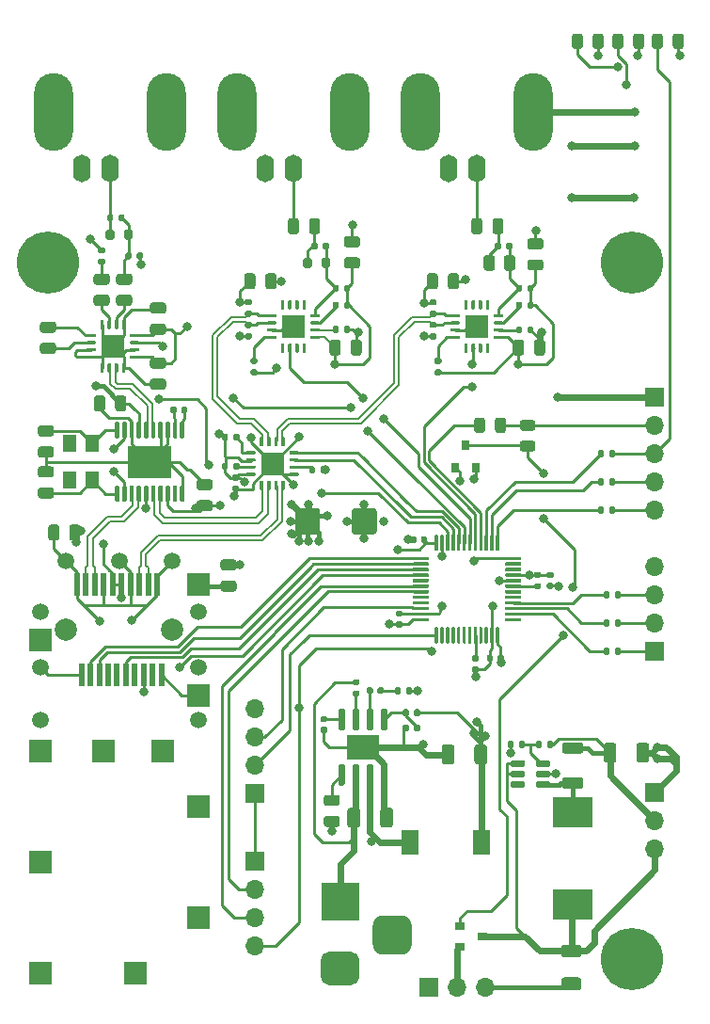
<source format=gbr>
%TF.GenerationSoftware,KiCad,Pcbnew,(5.1.7-0-10_14)*%
%TF.CreationDate,2021-07-25T17:44:21+03:00*%
%TF.ProjectId,sdisfp,73646973-6670-42e6-9b69-6361645f7063,rev?*%
%TF.SameCoordinates,Original*%
%TF.FileFunction,Copper,L1,Top*%
%TF.FilePolarity,Positive*%
%FSLAX46Y46*%
G04 Gerber Fmt 4.6, Leading zero omitted, Abs format (unit mm)*
G04 Created by KiCad (PCBNEW (5.1.7-0-10_14)) date 2021-07-25 17:44:21*
%MOMM*%
%LPD*%
G01*
G04 APERTURE LIST*
%TA.AperFunction,ComponentPad*%
%ADD10R,3.500000X3.500000*%
%TD*%
%TA.AperFunction,SMDPad,CuDef*%
%ADD11R,3.600000X2.700000*%
%TD*%
%TA.AperFunction,ComponentPad*%
%ADD12R,4.000000X2.850000*%
%TD*%
%TA.AperFunction,ComponentPad*%
%ADD13C,1.270000*%
%TD*%
%TA.AperFunction,ComponentPad*%
%ADD14C,0.600000*%
%TD*%
%TA.AperFunction,SMDPad,CuDef*%
%ADD15R,2.100000X2.100000*%
%TD*%
%TA.AperFunction,ComponentPad*%
%ADD16O,1.700000X1.700000*%
%TD*%
%TA.AperFunction,ComponentPad*%
%ADD17R,1.700000X1.700000*%
%TD*%
%TA.AperFunction,ComponentPad*%
%ADD18C,5.600000*%
%TD*%
%TA.AperFunction,ComponentPad*%
%ADD19O,1.600000X2.500000*%
%TD*%
%TA.AperFunction,ComponentPad*%
%ADD20O,3.500000X7.000000*%
%TD*%
%TA.AperFunction,ComponentPad*%
%ADD21C,0.500000*%
%TD*%
%TA.AperFunction,SMDPad,CuDef*%
%ADD22R,3.000000X2.290000*%
%TD*%
%TA.AperFunction,SMDPad,CuDef*%
%ADD23R,0.900000X0.800000*%
%TD*%
%TA.AperFunction,SMDPad,CuDef*%
%ADD24R,0.800000X0.900000*%
%TD*%
%TA.AperFunction,SMDPad,CuDef*%
%ADD25R,1.500000X2.200000*%
%TD*%
%TA.AperFunction,SMDPad,CuDef*%
%ADD26R,1.300000X1.600000*%
%TD*%
%TA.AperFunction,SMDPad,CuDef*%
%ADD27R,0.500000X2.000000*%
%TD*%
%TA.AperFunction,WasherPad*%
%ADD28C,2.000000*%
%TD*%
%TA.AperFunction,ComponentPad*%
%ADD29R,2.000000X2.000000*%
%TD*%
%TA.AperFunction,ComponentPad*%
%ADD30C,1.500000*%
%TD*%
%TA.AperFunction,ViaPad*%
%ADD31C,0.800000*%
%TD*%
%TA.AperFunction,Conductor*%
%ADD32C,0.250000*%
%TD*%
%TA.AperFunction,Conductor*%
%ADD33C,0.600000*%
%TD*%
%TA.AperFunction,Conductor*%
%ADD34C,0.400000*%
%TD*%
%TA.AperFunction,Conductor*%
%ADD35C,0.200000*%
%TD*%
G04 APERTURE END LIST*
%TO.P,J204,3*%
%TO.N,N/C*%
%TA.AperFunction,ComponentPad*%
G36*
G01*
X86474000Y-134226500D02*
X84724000Y-134226500D01*
G75*
G02*
X83849000Y-133351500I0J875000D01*
G01*
X83849000Y-131601500D01*
G75*
G02*
X84724000Y-130726500I875000J0D01*
G01*
X86474000Y-130726500D01*
G75*
G02*
X87349000Y-131601500I0J-875000D01*
G01*
X87349000Y-133351500D01*
G75*
G02*
X86474000Y-134226500I-875000J0D01*
G01*
G37*
%TD.AperFunction*%
%TO.P,J204,2*%
%TO.N,GND*%
%TA.AperFunction,ComponentPad*%
G36*
G01*
X81899000Y-136976500D02*
X79899000Y-136976500D01*
G75*
G02*
X79149000Y-136226500I0J750000D01*
G01*
X79149000Y-134726500D01*
G75*
G02*
X79899000Y-133976500I750000J0D01*
G01*
X81899000Y-133976500D01*
G75*
G02*
X82649000Y-134726500I0J-750000D01*
G01*
X82649000Y-136226500D01*
G75*
G02*
X81899000Y-136976500I-750000J0D01*
G01*
G37*
%TD.AperFunction*%
D10*
%TO.P,J204,1*%
%TO.N,+5V*%
X80899000Y-129476500D03*
%TD*%
D11*
%TO.P,L202,2*%
%TO.N,/Power/VBATSW*%
X101854000Y-129728000D03*
%TO.P,L202,1*%
%TO.N,Net-(D202-Pad2)*%
X101854000Y-121428000D03*
%TD*%
D12*
%TO.P,U101,DAP*%
%TO.N,GND*%
X63770000Y-89916000D03*
%TO.P,U101,20*%
%TA.AperFunction,SMDPad,CuDef*%
G36*
G01*
X66595000Y-92041000D02*
X66795000Y-92041000D01*
G75*
G02*
X66895000Y-92141000I0J-100000D01*
G01*
X66895000Y-93416000D01*
G75*
G02*
X66795000Y-93516000I-100000J0D01*
G01*
X66595000Y-93516000D01*
G75*
G02*
X66495000Y-93416000I0J100000D01*
G01*
X66495000Y-92141000D01*
G75*
G02*
X66595000Y-92041000I100000J0D01*
G01*
G37*
%TD.AperFunction*%
%TO.P,U101,19*%
%TO.N,Net-(U101-Pad19)*%
%TA.AperFunction,SMDPad,CuDef*%
G36*
G01*
X65945000Y-92041000D02*
X66145000Y-92041000D01*
G75*
G02*
X66245000Y-92141000I0J-100000D01*
G01*
X66245000Y-93416000D01*
G75*
G02*
X66145000Y-93516000I-100000J0D01*
G01*
X65945000Y-93516000D01*
G75*
G02*
X65845000Y-93416000I0J100000D01*
G01*
X65845000Y-92141000D01*
G75*
G02*
X65945000Y-92041000I100000J0D01*
G01*
G37*
%TD.AperFunction*%
%TO.P,U101,18*%
%TO.N,/RCVCC*%
%TA.AperFunction,SMDPad,CuDef*%
G36*
G01*
X65295000Y-92041000D02*
X65495000Y-92041000D01*
G75*
G02*
X65595000Y-92141000I0J-100000D01*
G01*
X65595000Y-93416000D01*
G75*
G02*
X65495000Y-93516000I-100000J0D01*
G01*
X65295000Y-93516000D01*
G75*
G02*
X65195000Y-93416000I0J100000D01*
G01*
X65195000Y-92141000D01*
G75*
G02*
X65295000Y-92041000I100000J0D01*
G01*
G37*
%TD.AperFunction*%
%TO.P,U101,17*%
%TO.N,/TD2+*%
%TA.AperFunction,SMDPad,CuDef*%
G36*
G01*
X64645000Y-92041000D02*
X64845000Y-92041000D01*
G75*
G02*
X64945000Y-92141000I0J-100000D01*
G01*
X64945000Y-93416000D01*
G75*
G02*
X64845000Y-93516000I-100000J0D01*
G01*
X64645000Y-93516000D01*
G75*
G02*
X64545000Y-93416000I0J100000D01*
G01*
X64545000Y-92141000D01*
G75*
G02*
X64645000Y-92041000I100000J0D01*
G01*
G37*
%TD.AperFunction*%
%TO.P,U101,16*%
%TO.N,/TD2-*%
%TA.AperFunction,SMDPad,CuDef*%
G36*
G01*
X63995000Y-92041000D02*
X64195000Y-92041000D01*
G75*
G02*
X64295000Y-92141000I0J-100000D01*
G01*
X64295000Y-93416000D01*
G75*
G02*
X64195000Y-93516000I-100000J0D01*
G01*
X63995000Y-93516000D01*
G75*
G02*
X63895000Y-93416000I0J100000D01*
G01*
X63895000Y-92141000D01*
G75*
G02*
X63995000Y-92041000I100000J0D01*
G01*
G37*
%TD.AperFunction*%
%TO.P,U101,15*%
%TO.N,/RCVCC*%
%TA.AperFunction,SMDPad,CuDef*%
G36*
G01*
X63345000Y-92041000D02*
X63545000Y-92041000D01*
G75*
G02*
X63645000Y-92141000I0J-100000D01*
G01*
X63645000Y-93416000D01*
G75*
G02*
X63545000Y-93516000I-100000J0D01*
G01*
X63345000Y-93516000D01*
G75*
G02*
X63245000Y-93416000I0J100000D01*
G01*
X63245000Y-92141000D01*
G75*
G02*
X63345000Y-92041000I100000J0D01*
G01*
G37*
%TD.AperFunction*%
%TO.P,U101,14*%
%TO.N,/TD+*%
%TA.AperFunction,SMDPad,CuDef*%
G36*
G01*
X62695000Y-92041000D02*
X62895000Y-92041000D01*
G75*
G02*
X62995000Y-92141000I0J-100000D01*
G01*
X62995000Y-93416000D01*
G75*
G02*
X62895000Y-93516000I-100000J0D01*
G01*
X62695000Y-93516000D01*
G75*
G02*
X62595000Y-93416000I0J100000D01*
G01*
X62595000Y-92141000D01*
G75*
G02*
X62695000Y-92041000I100000J0D01*
G01*
G37*
%TD.AperFunction*%
%TO.P,U101,13*%
%TO.N,/TD-*%
%TA.AperFunction,SMDPad,CuDef*%
G36*
G01*
X62045000Y-92041000D02*
X62245000Y-92041000D01*
G75*
G02*
X62345000Y-92141000I0J-100000D01*
G01*
X62345000Y-93416000D01*
G75*
G02*
X62245000Y-93516000I-100000J0D01*
G01*
X62045000Y-93516000D01*
G75*
G02*
X61945000Y-93416000I0J100000D01*
G01*
X61945000Y-92141000D01*
G75*
G02*
X62045000Y-92041000I100000J0D01*
G01*
G37*
%TD.AperFunction*%
%TO.P,U101,12*%
%TO.N,/LOCKED*%
%TA.AperFunction,SMDPad,CuDef*%
G36*
G01*
X61395000Y-92041000D02*
X61595000Y-92041000D01*
G75*
G02*
X61695000Y-92141000I0J-100000D01*
G01*
X61695000Y-93416000D01*
G75*
G02*
X61595000Y-93516000I-100000J0D01*
G01*
X61395000Y-93516000D01*
G75*
G02*
X61295000Y-93416000I0J100000D01*
G01*
X61295000Y-92141000D01*
G75*
G02*
X61395000Y-92041000I100000J0D01*
G01*
G37*
%TD.AperFunction*%
%TO.P,U101,11*%
%TO.N,Net-(C104-Pad1)*%
%TA.AperFunction,SMDPad,CuDef*%
G36*
G01*
X60745000Y-92041000D02*
X60945000Y-92041000D01*
G75*
G02*
X61045000Y-92141000I0J-100000D01*
G01*
X61045000Y-93416000D01*
G75*
G02*
X60945000Y-93516000I-100000J0D01*
G01*
X60745000Y-93516000D01*
G75*
G02*
X60645000Y-93416000I0J100000D01*
G01*
X60645000Y-92141000D01*
G75*
G02*
X60745000Y-92041000I100000J0D01*
G01*
G37*
%TD.AperFunction*%
%TO.P,U101,10*%
%TO.N,Net-(C103-Pad1)*%
%TA.AperFunction,SMDPad,CuDef*%
G36*
G01*
X60745000Y-86316000D02*
X60945000Y-86316000D01*
G75*
G02*
X61045000Y-86416000I0J-100000D01*
G01*
X61045000Y-87691000D01*
G75*
G02*
X60945000Y-87791000I-100000J0D01*
G01*
X60745000Y-87791000D01*
G75*
G02*
X60645000Y-87691000I0J100000D01*
G01*
X60645000Y-86416000D01*
G75*
G02*
X60745000Y-86316000I100000J0D01*
G01*
G37*
%TD.AperFunction*%
%TO.P,U101,9*%
%TO.N,/LOCKED*%
%TA.AperFunction,SMDPad,CuDef*%
G36*
G01*
X61395000Y-86316000D02*
X61595000Y-86316000D01*
G75*
G02*
X61695000Y-86416000I0J-100000D01*
G01*
X61695000Y-87691000D01*
G75*
G02*
X61595000Y-87791000I-100000J0D01*
G01*
X61395000Y-87791000D01*
G75*
G02*
X61295000Y-87691000I0J100000D01*
G01*
X61295000Y-86416000D01*
G75*
G02*
X61395000Y-86316000I100000J0D01*
G01*
G37*
%TD.AperFunction*%
%TO.P,U101,8*%
%TO.N,GND*%
%TA.AperFunction,SMDPad,CuDef*%
G36*
G01*
X62045000Y-86316000D02*
X62245000Y-86316000D01*
G75*
G02*
X62345000Y-86416000I0J-100000D01*
G01*
X62345000Y-87691000D01*
G75*
G02*
X62245000Y-87791000I-100000J0D01*
G01*
X62045000Y-87791000D01*
G75*
G02*
X61945000Y-87691000I0J100000D01*
G01*
X61945000Y-86416000D01*
G75*
G02*
X62045000Y-86316000I100000J0D01*
G01*
G37*
%TD.AperFunction*%
%TO.P,U101,7*%
%TO.N,/RCVCC*%
%TA.AperFunction,SMDPad,CuDef*%
G36*
G01*
X62695000Y-86316000D02*
X62895000Y-86316000D01*
G75*
G02*
X62995000Y-86416000I0J-100000D01*
G01*
X62995000Y-87691000D01*
G75*
G02*
X62895000Y-87791000I-100000J0D01*
G01*
X62695000Y-87791000D01*
G75*
G02*
X62595000Y-87691000I0J100000D01*
G01*
X62595000Y-86416000D01*
G75*
G02*
X62695000Y-86316000I100000J0D01*
G01*
G37*
%TD.AperFunction*%
%TO.P,U101,6*%
%TO.N,/IN-*%
%TA.AperFunction,SMDPad,CuDef*%
G36*
G01*
X63345000Y-86316000D02*
X63545000Y-86316000D01*
G75*
G02*
X63645000Y-86416000I0J-100000D01*
G01*
X63645000Y-87691000D01*
G75*
G02*
X63545000Y-87791000I-100000J0D01*
G01*
X63345000Y-87791000D01*
G75*
G02*
X63245000Y-87691000I0J100000D01*
G01*
X63245000Y-86416000D01*
G75*
G02*
X63345000Y-86316000I100000J0D01*
G01*
G37*
%TD.AperFunction*%
%TO.P,U101,5*%
%TO.N,/IN+*%
%TA.AperFunction,SMDPad,CuDef*%
G36*
G01*
X63995000Y-86316000D02*
X64195000Y-86316000D01*
G75*
G02*
X64295000Y-86416000I0J-100000D01*
G01*
X64295000Y-87691000D01*
G75*
G02*
X64195000Y-87791000I-100000J0D01*
G01*
X63995000Y-87791000D01*
G75*
G02*
X63895000Y-87691000I0J100000D01*
G01*
X63895000Y-86416000D01*
G75*
G02*
X63995000Y-86316000I100000J0D01*
G01*
G37*
%TD.AperFunction*%
%TO.P,U101,4*%
%TO.N,GND*%
%TA.AperFunction,SMDPad,CuDef*%
G36*
G01*
X64645000Y-86316000D02*
X64845000Y-86316000D01*
G75*
G02*
X64945000Y-86416000I0J-100000D01*
G01*
X64945000Y-87691000D01*
G75*
G02*
X64845000Y-87791000I-100000J0D01*
G01*
X64645000Y-87791000D01*
G75*
G02*
X64545000Y-87691000I0J100000D01*
G01*
X64545000Y-86416000D01*
G75*
G02*
X64645000Y-86316000I100000J0D01*
G01*
G37*
%TD.AperFunction*%
%TO.P,U101,3*%
%TA.AperFunction,SMDPad,CuDef*%
G36*
G01*
X65295000Y-86316000D02*
X65495000Y-86316000D01*
G75*
G02*
X65595000Y-86416000I0J-100000D01*
G01*
X65595000Y-87691000D01*
G75*
G02*
X65495000Y-87791000I-100000J0D01*
G01*
X65295000Y-87791000D01*
G75*
G02*
X65195000Y-87691000I0J100000D01*
G01*
X65195000Y-86416000D01*
G75*
G02*
X65295000Y-86316000I100000J0D01*
G01*
G37*
%TD.AperFunction*%
%TO.P,U101,2*%
%TO.N,Net-(C102-Pad1)*%
%TA.AperFunction,SMDPad,CuDef*%
G36*
G01*
X65945000Y-86316000D02*
X66145000Y-86316000D01*
G75*
G02*
X66245000Y-86416000I0J-100000D01*
G01*
X66245000Y-87691000D01*
G75*
G02*
X66145000Y-87791000I-100000J0D01*
G01*
X65945000Y-87791000D01*
G75*
G02*
X65845000Y-87691000I0J100000D01*
G01*
X65845000Y-86416000D01*
G75*
G02*
X65945000Y-86316000I100000J0D01*
G01*
G37*
%TD.AperFunction*%
%TO.P,U101,1*%
%TO.N,Net-(C102-Pad2)*%
%TA.AperFunction,SMDPad,CuDef*%
G36*
G01*
X66595000Y-86316000D02*
X66795000Y-86316000D01*
G75*
G02*
X66895000Y-86416000I0J-100000D01*
G01*
X66895000Y-87691000D01*
G75*
G02*
X66795000Y-87791000I-100000J0D01*
G01*
X66595000Y-87791000D01*
G75*
G02*
X66495000Y-87691000I0J100000D01*
G01*
X66495000Y-86416000D01*
G75*
G02*
X66595000Y-86316000I100000J0D01*
G01*
G37*
%TD.AperFunction*%
D13*
%TO.P,U101,DAP*%
%TO.N,GND*%
X65040000Y-89154000D03*
X63770000Y-90678000D03*
X62500000Y-89154000D03*
X65040000Y-90678000D03*
X62500000Y-90678000D03*
X63770000Y-89154000D03*
%TD*%
%TO.P,C8,2*%
%TO.N,GND*%
%TA.AperFunction,SMDPad,CuDef*%
G36*
G01*
X94669000Y-107399000D02*
X94669000Y-107739000D01*
G75*
G02*
X94529000Y-107879000I-140000J0D01*
G01*
X94249000Y-107879000D01*
G75*
G02*
X94109000Y-107739000I0J140000D01*
G01*
X94109000Y-107399000D01*
G75*
G02*
X94249000Y-107259000I140000J0D01*
G01*
X94529000Y-107259000D01*
G75*
G02*
X94669000Y-107399000I0J-140000D01*
G01*
G37*
%TD.AperFunction*%
%TO.P,C8,1*%
%TO.N,/MCU_VCC*%
%TA.AperFunction,SMDPad,CuDef*%
G36*
G01*
X95629000Y-107399000D02*
X95629000Y-107739000D01*
G75*
G02*
X95489000Y-107879000I-140000J0D01*
G01*
X95209000Y-107879000D01*
G75*
G02*
X95069000Y-107739000I0J140000D01*
G01*
X95069000Y-107399000D01*
G75*
G02*
X95209000Y-107259000I140000J0D01*
G01*
X95489000Y-107259000D01*
G75*
G02*
X95629000Y-107399000I0J-140000D01*
G01*
G37*
%TD.AperFunction*%
%TD*%
%TO.P,C5,2*%
%TO.N,GND*%
%TA.AperFunction,SMDPad,CuDef*%
G36*
G01*
X99652000Y-100784000D02*
X99992000Y-100784000D01*
G75*
G02*
X100132000Y-100924000I0J-140000D01*
G01*
X100132000Y-101204000D01*
G75*
G02*
X99992000Y-101344000I-140000J0D01*
G01*
X99652000Y-101344000D01*
G75*
G02*
X99512000Y-101204000I0J140000D01*
G01*
X99512000Y-100924000D01*
G75*
G02*
X99652000Y-100784000I140000J0D01*
G01*
G37*
%TD.AperFunction*%
%TO.P,C5,1*%
%TO.N,/MCU_VCC*%
%TA.AperFunction,SMDPad,CuDef*%
G36*
G01*
X99652000Y-99824000D02*
X99992000Y-99824000D01*
G75*
G02*
X100132000Y-99964000I0J-140000D01*
G01*
X100132000Y-100244000D01*
G75*
G02*
X99992000Y-100384000I-140000J0D01*
G01*
X99652000Y-100384000D01*
G75*
G02*
X99512000Y-100244000I0J140000D01*
G01*
X99512000Y-99964000D01*
G75*
G02*
X99652000Y-99824000I140000J0D01*
G01*
G37*
%TD.AperFunction*%
%TD*%
%TO.P,C4,2*%
%TO.N,GND*%
%TA.AperFunction,SMDPad,CuDef*%
G36*
G01*
X86403000Y-103841000D02*
X86063000Y-103841000D01*
G75*
G02*
X85923000Y-103701000I0J140000D01*
G01*
X85923000Y-103421000D01*
G75*
G02*
X86063000Y-103281000I140000J0D01*
G01*
X86403000Y-103281000D01*
G75*
G02*
X86543000Y-103421000I0J-140000D01*
G01*
X86543000Y-103701000D01*
G75*
G02*
X86403000Y-103841000I-140000J0D01*
G01*
G37*
%TD.AperFunction*%
%TO.P,C4,1*%
%TO.N,/MCU_VCC*%
%TA.AperFunction,SMDPad,CuDef*%
G36*
G01*
X86403000Y-104801000D02*
X86063000Y-104801000D01*
G75*
G02*
X85923000Y-104661000I0J140000D01*
G01*
X85923000Y-104381000D01*
G75*
G02*
X86063000Y-104241000I140000J0D01*
G01*
X86403000Y-104241000D01*
G75*
G02*
X86543000Y-104381000I0J-140000D01*
G01*
X86543000Y-104661000D01*
G75*
G02*
X86403000Y-104801000I-140000J0D01*
G01*
G37*
%TD.AperFunction*%
%TD*%
%TO.P,C3,2*%
%TO.N,GND*%
%TA.AperFunction,SMDPad,CuDef*%
G36*
G01*
X87783000Y-96731000D02*
X87783000Y-97071000D01*
G75*
G02*
X87643000Y-97211000I-140000J0D01*
G01*
X87363000Y-97211000D01*
G75*
G02*
X87223000Y-97071000I0J140000D01*
G01*
X87223000Y-96731000D01*
G75*
G02*
X87363000Y-96591000I140000J0D01*
G01*
X87643000Y-96591000D01*
G75*
G02*
X87783000Y-96731000I0J-140000D01*
G01*
G37*
%TD.AperFunction*%
%TO.P,C3,1*%
%TO.N,/MCU_VCC*%
%TA.AperFunction,SMDPad,CuDef*%
G36*
G01*
X88743000Y-96731000D02*
X88743000Y-97071000D01*
G75*
G02*
X88603000Y-97211000I-140000J0D01*
G01*
X88323000Y-97211000D01*
G75*
G02*
X88183000Y-97071000I0J140000D01*
G01*
X88183000Y-96731000D01*
G75*
G02*
X88323000Y-96591000I140000J0D01*
G01*
X88603000Y-96591000D01*
G75*
G02*
X88743000Y-96731000I0J-140000D01*
G01*
G37*
%TD.AperFunction*%
%TD*%
D14*
%TO.P,U102,DAP*%
%TO.N,GND*%
X75568000Y-89308000D03*
X75568000Y-90058000D03*
X75568000Y-90808000D03*
X74818000Y-89308000D03*
X74818000Y-90058000D03*
X74818000Y-90808000D03*
X74068000Y-89308000D03*
X74068000Y-90058000D03*
X74068000Y-90808000D03*
D15*
X74818000Y-90058000D03*
%TO.P,U102,16*%
%TO.N,/MUX_VCC*%
%TA.AperFunction,SMDPad,CuDef*%
G36*
G01*
X73218000Y-91183000D02*
X72518000Y-91183000D01*
G75*
G02*
X72443000Y-91108000I0J75000D01*
G01*
X72443000Y-90958000D01*
G75*
G02*
X72518000Y-90883000I75000J0D01*
G01*
X73218000Y-90883000D01*
G75*
G02*
X73293000Y-90958000I0J-75000D01*
G01*
X73293000Y-91108000D01*
G75*
G02*
X73218000Y-91183000I-75000J0D01*
G01*
G37*
%TD.AperFunction*%
%TO.P,U102,15*%
%TO.N,Net-(R110-Pad2)*%
%TA.AperFunction,SMDPad,CuDef*%
G36*
G01*
X73218000Y-90533000D02*
X72518000Y-90533000D01*
G75*
G02*
X72443000Y-90458000I0J75000D01*
G01*
X72443000Y-90308000D01*
G75*
G02*
X72518000Y-90233000I75000J0D01*
G01*
X73218000Y-90233000D01*
G75*
G02*
X73293000Y-90308000I0J-75000D01*
G01*
X73293000Y-90458000D01*
G75*
G02*
X73218000Y-90533000I-75000J0D01*
G01*
G37*
%TD.AperFunction*%
%TO.P,U102,14*%
%TO.N,/MUX_VCC*%
%TA.AperFunction,SMDPad,CuDef*%
G36*
G01*
X73218000Y-89883000D02*
X72518000Y-89883000D01*
G75*
G02*
X72443000Y-89808000I0J75000D01*
G01*
X72443000Y-89658000D01*
G75*
G02*
X72518000Y-89583000I75000J0D01*
G01*
X73218000Y-89583000D01*
G75*
G02*
X73293000Y-89658000I0J-75000D01*
G01*
X73293000Y-89808000D01*
G75*
G02*
X73218000Y-89883000I-75000J0D01*
G01*
G37*
%TD.AperFunction*%
%TO.P,U102,13*%
%TO.N,Net-(R113-Pad2)*%
%TA.AperFunction,SMDPad,CuDef*%
G36*
G01*
X73218000Y-89233000D02*
X72518000Y-89233000D01*
G75*
G02*
X72443000Y-89158000I0J75000D01*
G01*
X72443000Y-89008000D01*
G75*
G02*
X72518000Y-88933000I75000J0D01*
G01*
X73218000Y-88933000D01*
G75*
G02*
X73293000Y-89008000I0J-75000D01*
G01*
X73293000Y-89158000D01*
G75*
G02*
X73218000Y-89233000I-75000J0D01*
G01*
G37*
%TD.AperFunction*%
%TO.P,U102,12*%
%TO.N,/RD+*%
%TA.AperFunction,SMDPad,CuDef*%
G36*
G01*
X73918000Y-88533000D02*
X73768000Y-88533000D01*
G75*
G02*
X73693000Y-88458000I0J75000D01*
G01*
X73693000Y-87758000D01*
G75*
G02*
X73768000Y-87683000I75000J0D01*
G01*
X73918000Y-87683000D01*
G75*
G02*
X73993000Y-87758000I0J-75000D01*
G01*
X73993000Y-88458000D01*
G75*
G02*
X73918000Y-88533000I-75000J0D01*
G01*
G37*
%TD.AperFunction*%
%TO.P,U102,11*%
%TO.N,/RD-*%
%TA.AperFunction,SMDPad,CuDef*%
G36*
G01*
X74568000Y-88533000D02*
X74418000Y-88533000D01*
G75*
G02*
X74343000Y-88458000I0J75000D01*
G01*
X74343000Y-87758000D01*
G75*
G02*
X74418000Y-87683000I75000J0D01*
G01*
X74568000Y-87683000D01*
G75*
G02*
X74643000Y-87758000I0J-75000D01*
G01*
X74643000Y-88458000D01*
G75*
G02*
X74568000Y-88533000I-75000J0D01*
G01*
G37*
%TD.AperFunction*%
%TO.P,U102,10*%
%TO.N,/RD2+*%
%TA.AperFunction,SMDPad,CuDef*%
G36*
G01*
X75218000Y-88533000D02*
X75068000Y-88533000D01*
G75*
G02*
X74993000Y-88458000I0J75000D01*
G01*
X74993000Y-87758000D01*
G75*
G02*
X75068000Y-87683000I75000J0D01*
G01*
X75218000Y-87683000D01*
G75*
G02*
X75293000Y-87758000I0J-75000D01*
G01*
X75293000Y-88458000D01*
G75*
G02*
X75218000Y-88533000I-75000J0D01*
G01*
G37*
%TD.AperFunction*%
%TO.P,U102,9*%
%TO.N,/RD2-*%
%TA.AperFunction,SMDPad,CuDef*%
G36*
G01*
X75868000Y-88533000D02*
X75718000Y-88533000D01*
G75*
G02*
X75643000Y-88458000I0J75000D01*
G01*
X75643000Y-87758000D01*
G75*
G02*
X75718000Y-87683000I75000J0D01*
G01*
X75868000Y-87683000D01*
G75*
G02*
X75943000Y-87758000I0J-75000D01*
G01*
X75943000Y-88458000D01*
G75*
G02*
X75868000Y-88533000I-75000J0D01*
G01*
G37*
%TD.AperFunction*%
%TO.P,U102,8*%
%TO.N,/OUT_SEL1*%
%TA.AperFunction,SMDPad,CuDef*%
G36*
G01*
X77118000Y-89233000D02*
X76418000Y-89233000D01*
G75*
G02*
X76343000Y-89158000I0J75000D01*
G01*
X76343000Y-89008000D01*
G75*
G02*
X76418000Y-88933000I75000J0D01*
G01*
X77118000Y-88933000D01*
G75*
G02*
X77193000Y-89008000I0J-75000D01*
G01*
X77193000Y-89158000D01*
G75*
G02*
X77118000Y-89233000I-75000J0D01*
G01*
G37*
%TD.AperFunction*%
%TO.P,U102,7*%
%TO.N,/OUT_SEL0*%
%TA.AperFunction,SMDPad,CuDef*%
G36*
G01*
X77118000Y-89883000D02*
X76418000Y-89883000D01*
G75*
G02*
X76343000Y-89808000I0J75000D01*
G01*
X76343000Y-89658000D01*
G75*
G02*
X76418000Y-89583000I75000J0D01*
G01*
X77118000Y-89583000D01*
G75*
G02*
X77193000Y-89658000I0J-75000D01*
G01*
X77193000Y-89808000D01*
G75*
G02*
X77118000Y-89883000I-75000J0D01*
G01*
G37*
%TD.AperFunction*%
%TO.P,U102,6*%
%TO.N,Net-(R111-Pad2)*%
%TA.AperFunction,SMDPad,CuDef*%
G36*
G01*
X77118000Y-90533000D02*
X76418000Y-90533000D01*
G75*
G02*
X76343000Y-90458000I0J75000D01*
G01*
X76343000Y-90308000D01*
G75*
G02*
X76418000Y-90233000I75000J0D01*
G01*
X77118000Y-90233000D01*
G75*
G02*
X77193000Y-90308000I0J-75000D01*
G01*
X77193000Y-90458000D01*
G75*
G02*
X77118000Y-90533000I-75000J0D01*
G01*
G37*
%TD.AperFunction*%
%TO.P,U102,5*%
%TO.N,GND*%
%TA.AperFunction,SMDPad,CuDef*%
G36*
G01*
X77118000Y-91183000D02*
X76418000Y-91183000D01*
G75*
G02*
X76343000Y-91108000I0J75000D01*
G01*
X76343000Y-90958000D01*
G75*
G02*
X76418000Y-90883000I75000J0D01*
G01*
X77118000Y-90883000D01*
G75*
G02*
X77193000Y-90958000I0J-75000D01*
G01*
X77193000Y-91108000D01*
G75*
G02*
X77118000Y-91183000I-75000J0D01*
G01*
G37*
%TD.AperFunction*%
%TO.P,U102,4*%
%TO.N,/SFPRX-*%
%TA.AperFunction,SMDPad,CuDef*%
G36*
G01*
X75868000Y-92433000D02*
X75718000Y-92433000D01*
G75*
G02*
X75643000Y-92358000I0J75000D01*
G01*
X75643000Y-91658000D01*
G75*
G02*
X75718000Y-91583000I75000J0D01*
G01*
X75868000Y-91583000D01*
G75*
G02*
X75943000Y-91658000I0J-75000D01*
G01*
X75943000Y-92358000D01*
G75*
G02*
X75868000Y-92433000I-75000J0D01*
G01*
G37*
%TD.AperFunction*%
%TO.P,U102,3*%
%TO.N,/SFPRX+*%
%TA.AperFunction,SMDPad,CuDef*%
G36*
G01*
X75218000Y-92433000D02*
X75068000Y-92433000D01*
G75*
G02*
X74993000Y-92358000I0J75000D01*
G01*
X74993000Y-91658000D01*
G75*
G02*
X75068000Y-91583000I75000J0D01*
G01*
X75218000Y-91583000D01*
G75*
G02*
X75293000Y-91658000I0J-75000D01*
G01*
X75293000Y-92358000D01*
G75*
G02*
X75218000Y-92433000I-75000J0D01*
G01*
G37*
%TD.AperFunction*%
%TO.P,U102,2*%
%TO.N,/TD2-*%
%TA.AperFunction,SMDPad,CuDef*%
G36*
G01*
X74568000Y-92433000D02*
X74418000Y-92433000D01*
G75*
G02*
X74343000Y-92358000I0J75000D01*
G01*
X74343000Y-91658000D01*
G75*
G02*
X74418000Y-91583000I75000J0D01*
G01*
X74568000Y-91583000D01*
G75*
G02*
X74643000Y-91658000I0J-75000D01*
G01*
X74643000Y-92358000D01*
G75*
G02*
X74568000Y-92433000I-75000J0D01*
G01*
G37*
%TD.AperFunction*%
%TO.P,U102,1*%
%TO.N,/TD2+*%
%TA.AperFunction,SMDPad,CuDef*%
G36*
G01*
X73918000Y-92433000D02*
X73768000Y-92433000D01*
G75*
G02*
X73693000Y-92358000I0J75000D01*
G01*
X73693000Y-91658000D01*
G75*
G02*
X73768000Y-91583000I75000J0D01*
G01*
X73918000Y-91583000D01*
G75*
G02*
X73993000Y-91658000I0J-75000D01*
G01*
X73993000Y-92358000D01*
G75*
G02*
X73918000Y-92433000I-75000J0D01*
G01*
G37*
%TD.AperFunction*%
%TD*%
%TO.P,R116,2*%
%TO.N,Net-(J101-Pad3)*%
%TA.AperFunction,SMDPad,CuDef*%
G36*
G01*
X105650000Y-102039000D02*
X105650000Y-101669000D01*
G75*
G02*
X105785000Y-101534000I135000J0D01*
G01*
X106055000Y-101534000D01*
G75*
G02*
X106190000Y-101669000I0J-135000D01*
G01*
X106190000Y-102039000D01*
G75*
G02*
X106055000Y-102174000I-135000J0D01*
G01*
X105785000Y-102174000D01*
G75*
G02*
X105650000Y-102039000I0J135000D01*
G01*
G37*
%TD.AperFunction*%
%TO.P,R116,1*%
%TO.N,/LED1*%
%TA.AperFunction,SMDPad,CuDef*%
G36*
G01*
X104630000Y-102039000D02*
X104630000Y-101669000D01*
G75*
G02*
X104765000Y-101534000I135000J0D01*
G01*
X105035000Y-101534000D01*
G75*
G02*
X105170000Y-101669000I0J-135000D01*
G01*
X105170000Y-102039000D01*
G75*
G02*
X105035000Y-102174000I-135000J0D01*
G01*
X104765000Y-102174000D01*
G75*
G02*
X104630000Y-102039000I0J135000D01*
G01*
G37*
%TD.AperFunction*%
%TD*%
%TO.P,R115,2*%
%TO.N,Net-(J101-Pad2)*%
%TA.AperFunction,SMDPad,CuDef*%
G36*
G01*
X105650000Y-104579000D02*
X105650000Y-104209000D01*
G75*
G02*
X105785000Y-104074000I135000J0D01*
G01*
X106055000Y-104074000D01*
G75*
G02*
X106190000Y-104209000I0J-135000D01*
G01*
X106190000Y-104579000D01*
G75*
G02*
X106055000Y-104714000I-135000J0D01*
G01*
X105785000Y-104714000D01*
G75*
G02*
X105650000Y-104579000I0J135000D01*
G01*
G37*
%TD.AperFunction*%
%TO.P,R115,1*%
%TO.N,/BTN2*%
%TA.AperFunction,SMDPad,CuDef*%
G36*
G01*
X104630000Y-104579000D02*
X104630000Y-104209000D01*
G75*
G02*
X104765000Y-104074000I135000J0D01*
G01*
X105035000Y-104074000D01*
G75*
G02*
X105170000Y-104209000I0J-135000D01*
G01*
X105170000Y-104579000D01*
G75*
G02*
X105035000Y-104714000I-135000J0D01*
G01*
X104765000Y-104714000D01*
G75*
G02*
X104630000Y-104579000I0J135000D01*
G01*
G37*
%TD.AperFunction*%
%TD*%
%TO.P,R114,2*%
%TO.N,Net-(J101-Pad1)*%
%TA.AperFunction,SMDPad,CuDef*%
G36*
G01*
X105650000Y-107119000D02*
X105650000Y-106749000D01*
G75*
G02*
X105785000Y-106614000I135000J0D01*
G01*
X106055000Y-106614000D01*
G75*
G02*
X106190000Y-106749000I0J-135000D01*
G01*
X106190000Y-107119000D01*
G75*
G02*
X106055000Y-107254000I-135000J0D01*
G01*
X105785000Y-107254000D01*
G75*
G02*
X105650000Y-107119000I0J135000D01*
G01*
G37*
%TD.AperFunction*%
%TO.P,R114,1*%
%TO.N,/BTN1*%
%TA.AperFunction,SMDPad,CuDef*%
G36*
G01*
X104630000Y-107119000D02*
X104630000Y-106749000D01*
G75*
G02*
X104765000Y-106614000I135000J0D01*
G01*
X105035000Y-106614000D01*
G75*
G02*
X105170000Y-106749000I0J-135000D01*
G01*
X105170000Y-107119000D01*
G75*
G02*
X105035000Y-107254000I-135000J0D01*
G01*
X104765000Y-107254000D01*
G75*
G02*
X104630000Y-107119000I0J135000D01*
G01*
G37*
%TD.AperFunction*%
%TD*%
D16*
%TO.P,J101,4*%
%TO.N,GND*%
X109220000Y-99314000D03*
%TO.P,J101,3*%
%TO.N,Net-(J101-Pad3)*%
X109220000Y-101854000D03*
%TO.P,J101,2*%
%TO.N,Net-(J101-Pad2)*%
X109220000Y-104394000D03*
D17*
%TO.P,J101,1*%
%TO.N,Net-(J101-Pad1)*%
X109220000Y-106934000D03*
%TD*%
%TO.P,C203,2*%
%TO.N,GND*%
%TA.AperFunction,SMDPad,CuDef*%
G36*
G01*
X84516800Y-122570001D02*
X84516800Y-121269999D01*
G75*
G02*
X84766799Y-121020000I249999J0D01*
G01*
X85416801Y-121020000D01*
G75*
G02*
X85666800Y-121269999I0J-249999D01*
G01*
X85666800Y-122570001D01*
G75*
G02*
X85416801Y-122820000I-249999J0D01*
G01*
X84766799Y-122820000D01*
G75*
G02*
X84516800Y-122570001I0J249999D01*
G01*
G37*
%TD.AperFunction*%
%TO.P,C203,1*%
%TO.N,+5V*%
%TA.AperFunction,SMDPad,CuDef*%
G36*
G01*
X81566800Y-122570001D02*
X81566800Y-121269999D01*
G75*
G02*
X81816799Y-121020000I249999J0D01*
G01*
X82466801Y-121020000D01*
G75*
G02*
X82716800Y-121269999I0J-249999D01*
G01*
X82716800Y-122570001D01*
G75*
G02*
X82466801Y-122820000I-249999J0D01*
G01*
X81816799Y-122820000D01*
G75*
G02*
X81566800Y-122570001I0J249999D01*
G01*
G37*
%TD.AperFunction*%
%TD*%
%TO.P,C206,2*%
%TO.N,GND*%
%TA.AperFunction,SMDPad,CuDef*%
G36*
G01*
X91200400Y-115580399D02*
X91200400Y-116880401D01*
G75*
G02*
X90950401Y-117130400I-249999J0D01*
G01*
X90300399Y-117130400D01*
G75*
G02*
X90050400Y-116880401I0J249999D01*
G01*
X90050400Y-115580399D01*
G75*
G02*
X90300399Y-115330400I249999J0D01*
G01*
X90950401Y-115330400D01*
G75*
G02*
X91200400Y-115580399I0J-249999D01*
G01*
G37*
%TD.AperFunction*%
%TO.P,C206,1*%
%TO.N,+3V3*%
%TA.AperFunction,SMDPad,CuDef*%
G36*
G01*
X94150400Y-115580399D02*
X94150400Y-116880401D01*
G75*
G02*
X93900401Y-117130400I-249999J0D01*
G01*
X93250399Y-117130400D01*
G75*
G02*
X93000400Y-116880401I0J249999D01*
G01*
X93000400Y-115580399D01*
G75*
G02*
X93250399Y-115330400I249999J0D01*
G01*
X93900401Y-115330400D01*
G75*
G02*
X94150400Y-115580399I0J-249999D01*
G01*
G37*
%TD.AperFunction*%
%TD*%
%TO.P,C102,2*%
%TO.N,Net-(C102-Pad2)*%
%TA.AperFunction,SMDPad,CuDef*%
G36*
G01*
X66595600Y-85412400D02*
X66595600Y-85072400D01*
G75*
G02*
X66735600Y-84932400I140000J0D01*
G01*
X67015600Y-84932400D01*
G75*
G02*
X67155600Y-85072400I0J-140000D01*
G01*
X67155600Y-85412400D01*
G75*
G02*
X67015600Y-85552400I-140000J0D01*
G01*
X66735600Y-85552400D01*
G75*
G02*
X66595600Y-85412400I0J140000D01*
G01*
G37*
%TD.AperFunction*%
%TO.P,C102,1*%
%TO.N,Net-(C102-Pad1)*%
%TA.AperFunction,SMDPad,CuDef*%
G36*
G01*
X65635600Y-85412400D02*
X65635600Y-85072400D01*
G75*
G02*
X65775600Y-84932400I140000J0D01*
G01*
X66055600Y-84932400D01*
G75*
G02*
X66195600Y-85072400I0J-140000D01*
G01*
X66195600Y-85412400D01*
G75*
G02*
X66055600Y-85552400I-140000J0D01*
G01*
X65775600Y-85552400D01*
G75*
G02*
X65635600Y-85412400I0J140000D01*
G01*
G37*
%TD.AperFunction*%
%TD*%
%TO.P,C107,2*%
%TO.N,/MUX_VCC*%
%TA.AperFunction,SMDPad,CuDef*%
G36*
G01*
X71671000Y-91621000D02*
X71331000Y-91621000D01*
G75*
G02*
X71191000Y-91481000I0J140000D01*
G01*
X71191000Y-91201000D01*
G75*
G02*
X71331000Y-91061000I140000J0D01*
G01*
X71671000Y-91061000D01*
G75*
G02*
X71811000Y-91201000I0J-140000D01*
G01*
X71811000Y-91481000D01*
G75*
G02*
X71671000Y-91621000I-140000J0D01*
G01*
G37*
%TD.AperFunction*%
%TO.P,C107,1*%
%TO.N,GND*%
%TA.AperFunction,SMDPad,CuDef*%
G36*
G01*
X71671000Y-92581000D02*
X71331000Y-92581000D01*
G75*
G02*
X71191000Y-92441000I0J140000D01*
G01*
X71191000Y-92161000D01*
G75*
G02*
X71331000Y-92021000I140000J0D01*
G01*
X71671000Y-92021000D01*
G75*
G02*
X71811000Y-92161000I0J-140000D01*
G01*
X71811000Y-92441000D01*
G75*
G02*
X71671000Y-92581000I-140000J0D01*
G01*
G37*
%TD.AperFunction*%
%TD*%
%TO.P,U202,6*%
%TO.N,N/C*%
%TA.AperFunction,SMDPad,CuDef*%
G36*
G01*
X97569000Y-118783000D02*
X97569000Y-119083000D01*
G75*
G02*
X97419000Y-119233000I-150000J0D01*
G01*
X96394000Y-119233000D01*
G75*
G02*
X96244000Y-119083000I0J150000D01*
G01*
X96244000Y-118783000D01*
G75*
G02*
X96394000Y-118633000I150000J0D01*
G01*
X97419000Y-118633000D01*
G75*
G02*
X97569000Y-118783000I0J-150000D01*
G01*
G37*
%TD.AperFunction*%
%TO.P,U202,5*%
%TO.N,/Power/VBATSW*%
%TA.AperFunction,SMDPad,CuDef*%
G36*
G01*
X97569000Y-117833000D02*
X97569000Y-118133000D01*
G75*
G02*
X97419000Y-118283000I-150000J0D01*
G01*
X96394000Y-118283000D01*
G75*
G02*
X96244000Y-118133000I0J150000D01*
G01*
X96244000Y-117833000D01*
G75*
G02*
X96394000Y-117683000I150000J0D01*
G01*
X97419000Y-117683000D01*
G75*
G02*
X97569000Y-117833000I0J-150000D01*
G01*
G37*
%TD.AperFunction*%
%TO.P,U202,4*%
%TA.AperFunction,SMDPad,CuDef*%
G36*
G01*
X97569000Y-116883000D02*
X97569000Y-117183000D01*
G75*
G02*
X97419000Y-117333000I-150000J0D01*
G01*
X96394000Y-117333000D01*
G75*
G02*
X96244000Y-117183000I0J150000D01*
G01*
X96244000Y-116883000D01*
G75*
G02*
X96394000Y-116733000I150000J0D01*
G01*
X97419000Y-116733000D01*
G75*
G02*
X97569000Y-116883000I0J-150000D01*
G01*
G37*
%TD.AperFunction*%
%TO.P,U202,3*%
%TO.N,Net-(R205-Pad2)*%
%TA.AperFunction,SMDPad,CuDef*%
G36*
G01*
X99844000Y-116883000D02*
X99844000Y-117183000D01*
G75*
G02*
X99694000Y-117333000I-150000J0D01*
G01*
X98669000Y-117333000D01*
G75*
G02*
X98519000Y-117183000I0J150000D01*
G01*
X98519000Y-116883000D01*
G75*
G02*
X98669000Y-116733000I150000J0D01*
G01*
X99694000Y-116733000D01*
G75*
G02*
X99844000Y-116883000I0J-150000D01*
G01*
G37*
%TD.AperFunction*%
%TO.P,U202,2*%
%TO.N,GND*%
%TA.AperFunction,SMDPad,CuDef*%
G36*
G01*
X99844000Y-117833000D02*
X99844000Y-118133000D01*
G75*
G02*
X99694000Y-118283000I-150000J0D01*
G01*
X98669000Y-118283000D01*
G75*
G02*
X98519000Y-118133000I0J150000D01*
G01*
X98519000Y-117833000D01*
G75*
G02*
X98669000Y-117683000I150000J0D01*
G01*
X99694000Y-117683000D01*
G75*
G02*
X99844000Y-117833000I0J-150000D01*
G01*
G37*
%TD.AperFunction*%
%TO.P,U202,1*%
%TO.N,Net-(D202-Pad2)*%
%TA.AperFunction,SMDPad,CuDef*%
G36*
G01*
X99844000Y-118783000D02*
X99844000Y-119083000D01*
G75*
G02*
X99694000Y-119233000I-150000J0D01*
G01*
X98669000Y-119233000D01*
G75*
G02*
X98519000Y-119083000I0J150000D01*
G01*
X98519000Y-118783000D01*
G75*
G02*
X98669000Y-118633000I150000J0D01*
G01*
X99694000Y-118633000D01*
G75*
G02*
X99844000Y-118783000I0J-150000D01*
G01*
G37*
%TD.AperFunction*%
%TD*%
%TO.P,R206,2*%
%TO.N,GND*%
%TA.AperFunction,SMDPad,CuDef*%
G36*
G01*
X96534000Y-115131000D02*
X96534000Y-115501000D01*
G75*
G02*
X96399000Y-115636000I-135000J0D01*
G01*
X96129000Y-115636000D01*
G75*
G02*
X95994000Y-115501000I0J135000D01*
G01*
X95994000Y-115131000D01*
G75*
G02*
X96129000Y-114996000I135000J0D01*
G01*
X96399000Y-114996000D01*
G75*
G02*
X96534000Y-115131000I0J-135000D01*
G01*
G37*
%TD.AperFunction*%
%TO.P,R206,1*%
%TO.N,Net-(R205-Pad2)*%
%TA.AperFunction,SMDPad,CuDef*%
G36*
G01*
X97554000Y-115131000D02*
X97554000Y-115501000D01*
G75*
G02*
X97419000Y-115636000I-135000J0D01*
G01*
X97149000Y-115636000D01*
G75*
G02*
X97014000Y-115501000I0J135000D01*
G01*
X97014000Y-115131000D01*
G75*
G02*
X97149000Y-114996000I135000J0D01*
G01*
X97419000Y-114996000D01*
G75*
G02*
X97554000Y-115131000I0J-135000D01*
G01*
G37*
%TD.AperFunction*%
%TD*%
%TO.P,R205,2*%
%TO.N,Net-(R205-Pad2)*%
%TA.AperFunction,SMDPad,CuDef*%
G36*
G01*
X99072000Y-115131000D02*
X99072000Y-115501000D01*
G75*
G02*
X98937000Y-115636000I-135000J0D01*
G01*
X98667000Y-115636000D01*
G75*
G02*
X98532000Y-115501000I0J135000D01*
G01*
X98532000Y-115131000D01*
G75*
G02*
X98667000Y-114996000I135000J0D01*
G01*
X98937000Y-114996000D01*
G75*
G02*
X99072000Y-115131000I0J-135000D01*
G01*
G37*
%TD.AperFunction*%
%TO.P,R205,1*%
%TO.N,+5V*%
%TA.AperFunction,SMDPad,CuDef*%
G36*
G01*
X100092000Y-115131000D02*
X100092000Y-115501000D01*
G75*
G02*
X99957000Y-115636000I-135000J0D01*
G01*
X99687000Y-115636000D01*
G75*
G02*
X99552000Y-115501000I0J135000D01*
G01*
X99552000Y-115131000D01*
G75*
G02*
X99687000Y-114996000I135000J0D01*
G01*
X99957000Y-114996000D01*
G75*
G02*
X100092000Y-115131000I0J-135000D01*
G01*
G37*
%TD.AperFunction*%
%TD*%
%TO.P,D202,2*%
%TO.N,Net-(D202-Pad2)*%
%TA.AperFunction,SMDPad,CuDef*%
G36*
G01*
X101153999Y-118271000D02*
X102554001Y-118271000D01*
G75*
G02*
X102804000Y-118520999I0J-249999D01*
G01*
X102804000Y-119071001D01*
G75*
G02*
X102554001Y-119321000I-249999J0D01*
G01*
X101153999Y-119321000D01*
G75*
G02*
X100904000Y-119071001I0J249999D01*
G01*
X100904000Y-118520999D01*
G75*
G02*
X101153999Y-118271000I249999J0D01*
G01*
G37*
%TD.AperFunction*%
%TO.P,D202,1*%
%TO.N,+5V*%
%TA.AperFunction,SMDPad,CuDef*%
G36*
G01*
X101153999Y-115121000D02*
X102554001Y-115121000D01*
G75*
G02*
X102804000Y-115370999I0J-249999D01*
G01*
X102804000Y-115921001D01*
G75*
G02*
X102554001Y-116171000I-249999J0D01*
G01*
X101153999Y-116171000D01*
G75*
G02*
X100904000Y-115921001I0J249999D01*
G01*
X100904000Y-115370999D01*
G75*
G02*
X101153999Y-115121000I249999J0D01*
G01*
G37*
%TD.AperFunction*%
%TD*%
%TO.P,C209,2*%
%TO.N,GND*%
%TA.AperFunction,SMDPad,CuDef*%
G36*
G01*
X101076999Y-136282000D02*
X102377001Y-136282000D01*
G75*
G02*
X102627000Y-136531999I0J-249999D01*
G01*
X102627000Y-137182001D01*
G75*
G02*
X102377001Y-137432000I-249999J0D01*
G01*
X101076999Y-137432000D01*
G75*
G02*
X100827000Y-137182001I0J249999D01*
G01*
X100827000Y-136531999D01*
G75*
G02*
X101076999Y-136282000I249999J0D01*
G01*
G37*
%TD.AperFunction*%
%TO.P,C209,1*%
%TO.N,/Power/VBATSW*%
%TA.AperFunction,SMDPad,CuDef*%
G36*
G01*
X101076999Y-133332000D02*
X102377001Y-133332000D01*
G75*
G02*
X102627000Y-133581999I0J-249999D01*
G01*
X102627000Y-134232001D01*
G75*
G02*
X102377001Y-134482000I-249999J0D01*
G01*
X101076999Y-134482000D01*
G75*
G02*
X100827000Y-134232001I0J249999D01*
G01*
X100827000Y-133581999D01*
G75*
G02*
X101076999Y-133332000I249999J0D01*
G01*
G37*
%TD.AperFunction*%
%TD*%
%TO.P,C208,2*%
%TO.N,GND*%
%TA.AperFunction,SMDPad,CuDef*%
G36*
G01*
X107580000Y-116728001D02*
X107580000Y-115427999D01*
G75*
G02*
X107829999Y-115178000I249999J0D01*
G01*
X108480001Y-115178000D01*
G75*
G02*
X108730000Y-115427999I0J-249999D01*
G01*
X108730000Y-116728001D01*
G75*
G02*
X108480001Y-116978000I-249999J0D01*
G01*
X107829999Y-116978000D01*
G75*
G02*
X107580000Y-116728001I0J249999D01*
G01*
G37*
%TD.AperFunction*%
%TO.P,C208,1*%
%TO.N,+5V*%
%TA.AperFunction,SMDPad,CuDef*%
G36*
G01*
X104630000Y-116728001D02*
X104630000Y-115427999D01*
G75*
G02*
X104879999Y-115178000I249999J0D01*
G01*
X105530001Y-115178000D01*
G75*
G02*
X105780000Y-115427999I0J-249999D01*
G01*
X105780000Y-116728001D01*
G75*
G02*
X105530001Y-116978000I-249999J0D01*
G01*
X104879999Y-116978000D01*
G75*
G02*
X104630000Y-116728001I0J249999D01*
G01*
G37*
%TD.AperFunction*%
%TD*%
D18*
%TO.P,J7,1*%
%TO.N,Net-(J7-Pad1)*%
X54610000Y-72009000D03*
%TD*%
D19*
%TO.P,J1,2*%
%TO.N,GND*%
X57658000Y-63500000D03*
%TO.P,J1,1*%
%TO.N,Net-(J1-Pad1)*%
X60198000Y-63500000D03*
D20*
%TO.P,J1,2*%
%TO.N,GND*%
X65278000Y-58420000D03*
X55118000Y-58420000D03*
%TD*%
%TO.P,R112,2*%
%TO.N,/SDO2+*%
%TA.AperFunction,SMDPad,CuDef*%
G36*
G01*
X95871000Y-70670000D02*
X95871000Y-70300000D01*
G75*
G02*
X96006000Y-70165000I135000J0D01*
G01*
X96276000Y-70165000D01*
G75*
G02*
X96411000Y-70300000I0J-135000D01*
G01*
X96411000Y-70670000D01*
G75*
G02*
X96276000Y-70805000I-135000J0D01*
G01*
X96006000Y-70805000D01*
G75*
G02*
X95871000Y-70670000I0J135000D01*
G01*
G37*
%TD.AperFunction*%
%TO.P,R112,1*%
%TO.N,Net-(C111-Pad1)*%
%TA.AperFunction,SMDPad,CuDef*%
G36*
G01*
X94851000Y-70670000D02*
X94851000Y-70300000D01*
G75*
G02*
X94986000Y-70165000I135000J0D01*
G01*
X95256000Y-70165000D01*
G75*
G02*
X95391000Y-70300000I0J-135000D01*
G01*
X95391000Y-70670000D01*
G75*
G02*
X95256000Y-70805000I-135000J0D01*
G01*
X94986000Y-70805000D01*
G75*
G02*
X94851000Y-70670000I0J135000D01*
G01*
G37*
%TD.AperFunction*%
%TD*%
%TO.P,R109,2*%
%TO.N,/SDO2-*%
%TA.AperFunction,SMDPad,CuDef*%
G36*
G01*
X97296000Y-75634000D02*
X97296000Y-76004000D01*
G75*
G02*
X97161000Y-76139000I-135000J0D01*
G01*
X96891000Y-76139000D01*
G75*
G02*
X96756000Y-76004000I0J135000D01*
G01*
X96756000Y-75634000D01*
G75*
G02*
X96891000Y-75499000I135000J0D01*
G01*
X97161000Y-75499000D01*
G75*
G02*
X97296000Y-75634000I0J-135000D01*
G01*
G37*
%TD.AperFunction*%
%TO.P,R109,1*%
%TO.N,/CD2_VCC*%
%TA.AperFunction,SMDPad,CuDef*%
G36*
G01*
X98316000Y-75634000D02*
X98316000Y-76004000D01*
G75*
G02*
X98181000Y-76139000I-135000J0D01*
G01*
X97911000Y-76139000D01*
G75*
G02*
X97776000Y-76004000I0J135000D01*
G01*
X97776000Y-75634000D01*
G75*
G02*
X97911000Y-75499000I135000J0D01*
G01*
X98181000Y-75499000D01*
G75*
G02*
X98316000Y-75634000I0J-135000D01*
G01*
G37*
%TD.AperFunction*%
%TD*%
%TO.P,R108,2*%
%TO.N,/SDO2+*%
%TA.AperFunction,SMDPad,CuDef*%
G36*
G01*
X97296000Y-74110000D02*
X97296000Y-74480000D01*
G75*
G02*
X97161000Y-74615000I-135000J0D01*
G01*
X96891000Y-74615000D01*
G75*
G02*
X96756000Y-74480000I0J135000D01*
G01*
X96756000Y-74110000D01*
G75*
G02*
X96891000Y-73975000I135000J0D01*
G01*
X97161000Y-73975000D01*
G75*
G02*
X97296000Y-74110000I0J-135000D01*
G01*
G37*
%TD.AperFunction*%
%TO.P,R108,1*%
%TO.N,/CD2_VCC*%
%TA.AperFunction,SMDPad,CuDef*%
G36*
G01*
X98316000Y-74110000D02*
X98316000Y-74480000D01*
G75*
G02*
X98181000Y-74615000I-135000J0D01*
G01*
X97911000Y-74615000D01*
G75*
G02*
X97776000Y-74480000I0J135000D01*
G01*
X97776000Y-74110000D01*
G75*
G02*
X97911000Y-73975000I135000J0D01*
G01*
X98181000Y-73975000D01*
G75*
G02*
X98316000Y-74110000I0J-135000D01*
G01*
G37*
%TD.AperFunction*%
%TD*%
%TO.P,R106,2*%
%TO.N,/CD2_VCC*%
%TA.AperFunction,SMDPad,CuDef*%
G36*
G01*
X89540500Y-81583500D02*
X89910500Y-81583500D01*
G75*
G02*
X90045500Y-81718500I0J-135000D01*
G01*
X90045500Y-81988500D01*
G75*
G02*
X89910500Y-82123500I-135000J0D01*
G01*
X89540500Y-82123500D01*
G75*
G02*
X89405500Y-81988500I0J135000D01*
G01*
X89405500Y-81718500D01*
G75*
G02*
X89540500Y-81583500I135000J0D01*
G01*
G37*
%TD.AperFunction*%
%TO.P,R106,1*%
%TO.N,Net-(R106-Pad1)*%
%TA.AperFunction,SMDPad,CuDef*%
G36*
G01*
X89540500Y-80563500D02*
X89910500Y-80563500D01*
G75*
G02*
X90045500Y-80698500I0J-135000D01*
G01*
X90045500Y-80968500D01*
G75*
G02*
X89910500Y-81103500I-135000J0D01*
G01*
X89540500Y-81103500D01*
G75*
G02*
X89405500Y-80968500I0J135000D01*
G01*
X89405500Y-80698500D01*
G75*
G02*
X89540500Y-80563500I135000J0D01*
G01*
G37*
%TD.AperFunction*%
%TD*%
%TO.P,R103,2*%
%TO.N,Net-(R103-Pad2)*%
%TA.AperFunction,SMDPad,CuDef*%
G36*
G01*
X104660000Y-88969000D02*
X104660000Y-89339000D01*
G75*
G02*
X104525000Y-89474000I-135000J0D01*
G01*
X104255000Y-89474000D01*
G75*
G02*
X104120000Y-89339000I0J135000D01*
G01*
X104120000Y-88969000D01*
G75*
G02*
X104255000Y-88834000I135000J0D01*
G01*
X104525000Y-88834000D01*
G75*
G02*
X104660000Y-88969000I0J-135000D01*
G01*
G37*
%TD.AperFunction*%
%TO.P,R103,1*%
%TO.N,/PWRLED*%
%TA.AperFunction,SMDPad,CuDef*%
G36*
G01*
X105680000Y-88969000D02*
X105680000Y-89339000D01*
G75*
G02*
X105545000Y-89474000I-135000J0D01*
G01*
X105275000Y-89474000D01*
G75*
G02*
X105140000Y-89339000I0J135000D01*
G01*
X105140000Y-88969000D01*
G75*
G02*
X105275000Y-88834000I135000J0D01*
G01*
X105545000Y-88834000D01*
G75*
G02*
X105680000Y-88969000I0J-135000D01*
G01*
G37*
%TD.AperFunction*%
%TD*%
%TO.P,R102,2*%
%TO.N,Net-(R102-Pad2)*%
%TA.AperFunction,SMDPad,CuDef*%
G36*
G01*
X104662000Y-94049000D02*
X104662000Y-94419000D01*
G75*
G02*
X104527000Y-94554000I-135000J0D01*
G01*
X104257000Y-94554000D01*
G75*
G02*
X104122000Y-94419000I0J135000D01*
G01*
X104122000Y-94049000D01*
G75*
G02*
X104257000Y-93914000I135000J0D01*
G01*
X104527000Y-93914000D01*
G75*
G02*
X104662000Y-94049000I0J-135000D01*
G01*
G37*
%TD.AperFunction*%
%TO.P,R102,1*%
%TO.N,/LEDF*%
%TA.AperFunction,SMDPad,CuDef*%
G36*
G01*
X105682000Y-94049000D02*
X105682000Y-94419000D01*
G75*
G02*
X105547000Y-94554000I-135000J0D01*
G01*
X105277000Y-94554000D01*
G75*
G02*
X105142000Y-94419000I0J135000D01*
G01*
X105142000Y-94049000D01*
G75*
G02*
X105277000Y-93914000I135000J0D01*
G01*
X105547000Y-93914000D01*
G75*
G02*
X105682000Y-94049000I0J-135000D01*
G01*
G37*
%TD.AperFunction*%
%TD*%
%TO.P,R101,2*%
%TO.N,Net-(R101-Pad2)*%
%TA.AperFunction,SMDPad,CuDef*%
G36*
G01*
X104662000Y-91509000D02*
X104662000Y-91879000D01*
G75*
G02*
X104527000Y-92014000I-135000J0D01*
G01*
X104257000Y-92014000D01*
G75*
G02*
X104122000Y-91879000I0J135000D01*
G01*
X104122000Y-91509000D01*
G75*
G02*
X104257000Y-91374000I135000J0D01*
G01*
X104527000Y-91374000D01*
G75*
G02*
X104662000Y-91509000I0J-135000D01*
G01*
G37*
%TD.AperFunction*%
%TO.P,R101,1*%
%TO.N,/LEDC*%
%TA.AperFunction,SMDPad,CuDef*%
G36*
G01*
X105682000Y-91509000D02*
X105682000Y-91879000D01*
G75*
G02*
X105547000Y-92014000I-135000J0D01*
G01*
X105277000Y-92014000D01*
G75*
G02*
X105142000Y-91879000I0J135000D01*
G01*
X105142000Y-91509000D01*
G75*
G02*
X105277000Y-91374000I135000J0D01*
G01*
X105547000Y-91374000D01*
G75*
G02*
X105682000Y-91509000I0J-135000D01*
G01*
G37*
%TD.AperFunction*%
%TD*%
%TO.P,R14,2*%
%TO.N,/SDO+*%
%TA.AperFunction,SMDPad,CuDef*%
G36*
G01*
X79363000Y-70670000D02*
X79363000Y-70300000D01*
G75*
G02*
X79498000Y-70165000I135000J0D01*
G01*
X79768000Y-70165000D01*
G75*
G02*
X79903000Y-70300000I0J-135000D01*
G01*
X79903000Y-70670000D01*
G75*
G02*
X79768000Y-70805000I-135000J0D01*
G01*
X79498000Y-70805000D01*
G75*
G02*
X79363000Y-70670000I0J135000D01*
G01*
G37*
%TD.AperFunction*%
%TO.P,R14,1*%
%TO.N,Net-(C15-Pad1)*%
%TA.AperFunction,SMDPad,CuDef*%
G36*
G01*
X78343000Y-70670000D02*
X78343000Y-70300000D01*
G75*
G02*
X78478000Y-70165000I135000J0D01*
G01*
X78748000Y-70165000D01*
G75*
G02*
X78883000Y-70300000I0J-135000D01*
G01*
X78883000Y-70670000D01*
G75*
G02*
X78748000Y-70805000I-135000J0D01*
G01*
X78478000Y-70805000D01*
G75*
G02*
X78343000Y-70670000I0J135000D01*
G01*
G37*
%TD.AperFunction*%
%TD*%
%TO.P,R13,2*%
%TO.N,/SDO-*%
%TA.AperFunction,SMDPad,CuDef*%
G36*
G01*
X80784000Y-75634000D02*
X80784000Y-76004000D01*
G75*
G02*
X80649000Y-76139000I-135000J0D01*
G01*
X80379000Y-76139000D01*
G75*
G02*
X80244000Y-76004000I0J135000D01*
G01*
X80244000Y-75634000D01*
G75*
G02*
X80379000Y-75499000I135000J0D01*
G01*
X80649000Y-75499000D01*
G75*
G02*
X80784000Y-75634000I0J-135000D01*
G01*
G37*
%TD.AperFunction*%
%TO.P,R13,1*%
%TO.N,/CD_VCC*%
%TA.AperFunction,SMDPad,CuDef*%
G36*
G01*
X81804000Y-75634000D02*
X81804000Y-76004000D01*
G75*
G02*
X81669000Y-76139000I-135000J0D01*
G01*
X81399000Y-76139000D01*
G75*
G02*
X81264000Y-76004000I0J135000D01*
G01*
X81264000Y-75634000D01*
G75*
G02*
X81399000Y-75499000I135000J0D01*
G01*
X81669000Y-75499000D01*
G75*
G02*
X81804000Y-75634000I0J-135000D01*
G01*
G37*
%TD.AperFunction*%
%TD*%
%TO.P,R12,2*%
%TO.N,/SDO+*%
%TA.AperFunction,SMDPad,CuDef*%
G36*
G01*
X80788000Y-74110000D02*
X80788000Y-74480000D01*
G75*
G02*
X80653000Y-74615000I-135000J0D01*
G01*
X80383000Y-74615000D01*
G75*
G02*
X80248000Y-74480000I0J135000D01*
G01*
X80248000Y-74110000D01*
G75*
G02*
X80383000Y-73975000I135000J0D01*
G01*
X80653000Y-73975000D01*
G75*
G02*
X80788000Y-74110000I0J-135000D01*
G01*
G37*
%TD.AperFunction*%
%TO.P,R12,1*%
%TO.N,/CD_VCC*%
%TA.AperFunction,SMDPad,CuDef*%
G36*
G01*
X81808000Y-74110000D02*
X81808000Y-74480000D01*
G75*
G02*
X81673000Y-74615000I-135000J0D01*
G01*
X81403000Y-74615000D01*
G75*
G02*
X81268000Y-74480000I0J135000D01*
G01*
X81268000Y-74110000D01*
G75*
G02*
X81403000Y-73975000I135000J0D01*
G01*
X81673000Y-73975000D01*
G75*
G02*
X81808000Y-74110000I0J-135000D01*
G01*
G37*
%TD.AperFunction*%
%TD*%
%TO.P,R10,2*%
%TO.N,/CD_VCC*%
%TA.AperFunction,SMDPad,CuDef*%
G36*
G01*
X72967000Y-81583500D02*
X73337000Y-81583500D01*
G75*
G02*
X73472000Y-81718500I0J-135000D01*
G01*
X73472000Y-81988500D01*
G75*
G02*
X73337000Y-82123500I-135000J0D01*
G01*
X72967000Y-82123500D01*
G75*
G02*
X72832000Y-81988500I0J135000D01*
G01*
X72832000Y-81718500D01*
G75*
G02*
X72967000Y-81583500I135000J0D01*
G01*
G37*
%TD.AperFunction*%
%TO.P,R10,1*%
%TO.N,Net-(R10-Pad1)*%
%TA.AperFunction,SMDPad,CuDef*%
G36*
G01*
X72967000Y-80563500D02*
X73337000Y-80563500D01*
G75*
G02*
X73472000Y-80698500I0J-135000D01*
G01*
X73472000Y-80968500D01*
G75*
G02*
X73337000Y-81103500I-135000J0D01*
G01*
X72967000Y-81103500D01*
G75*
G02*
X72832000Y-80968500I0J135000D01*
G01*
X72832000Y-80698500D01*
G75*
G02*
X72967000Y-80563500I135000J0D01*
G01*
G37*
%TD.AperFunction*%
%TD*%
%TO.P,R5,2*%
%TO.N,GND*%
%TA.AperFunction,SMDPad,CuDef*%
G36*
G01*
X59621000Y-71134000D02*
X59251000Y-71134000D01*
G75*
G02*
X59116000Y-70999000I0J135000D01*
G01*
X59116000Y-70729000D01*
G75*
G02*
X59251000Y-70594000I135000J0D01*
G01*
X59621000Y-70594000D01*
G75*
G02*
X59756000Y-70729000I0J-135000D01*
G01*
X59756000Y-70999000D01*
G75*
G02*
X59621000Y-71134000I-135000J0D01*
G01*
G37*
%TD.AperFunction*%
%TO.P,R5,1*%
%TO.N,Net-(C2-Pad2)*%
%TA.AperFunction,SMDPad,CuDef*%
G36*
G01*
X59621000Y-72154000D02*
X59251000Y-72154000D01*
G75*
G02*
X59116000Y-72019000I0J135000D01*
G01*
X59116000Y-71749000D01*
G75*
G02*
X59251000Y-71614000I135000J0D01*
G01*
X59621000Y-71614000D01*
G75*
G02*
X59756000Y-71749000I0J-135000D01*
G01*
X59756000Y-72019000D01*
G75*
G02*
X59621000Y-72154000I-135000J0D01*
G01*
G37*
%TD.AperFunction*%
%TD*%
%TO.P,R4,2*%
%TO.N,GND*%
%TA.AperFunction,SMDPad,CuDef*%
G36*
G01*
X62599000Y-71559000D02*
X62599000Y-71189000D01*
G75*
G02*
X62734000Y-71054000I135000J0D01*
G01*
X63004000Y-71054000D01*
G75*
G02*
X63139000Y-71189000I0J-135000D01*
G01*
X63139000Y-71559000D01*
G75*
G02*
X63004000Y-71694000I-135000J0D01*
G01*
X62734000Y-71694000D01*
G75*
G02*
X62599000Y-71559000I0J135000D01*
G01*
G37*
%TD.AperFunction*%
%TO.P,R4,1*%
%TO.N,Net-(C1-Pad2)*%
%TA.AperFunction,SMDPad,CuDef*%
G36*
G01*
X61579000Y-71559000D02*
X61579000Y-71189000D01*
G75*
G02*
X61714000Y-71054000I135000J0D01*
G01*
X61984000Y-71054000D01*
G75*
G02*
X62119000Y-71189000I0J-135000D01*
G01*
X62119000Y-71559000D01*
G75*
G02*
X61984000Y-71694000I-135000J0D01*
G01*
X61714000Y-71694000D01*
G75*
G02*
X61579000Y-71559000I0J135000D01*
G01*
G37*
%TD.AperFunction*%
%TD*%
%TO.P,R3,2*%
%TO.N,Net-(J1-Pad1)*%
%TA.AperFunction,SMDPad,CuDef*%
G36*
G01*
X60468000Y-67760000D02*
X60468000Y-68130000D01*
G75*
G02*
X60333000Y-68265000I-135000J0D01*
G01*
X60063000Y-68265000D01*
G75*
G02*
X59928000Y-68130000I0J135000D01*
G01*
X59928000Y-67760000D01*
G75*
G02*
X60063000Y-67625000I135000J0D01*
G01*
X60333000Y-67625000D01*
G75*
G02*
X60468000Y-67760000I0J-135000D01*
G01*
G37*
%TD.AperFunction*%
%TO.P,R3,1*%
%TO.N,Net-(C1-Pad2)*%
%TA.AperFunction,SMDPad,CuDef*%
G36*
G01*
X61488000Y-67760000D02*
X61488000Y-68130000D01*
G75*
G02*
X61353000Y-68265000I-135000J0D01*
G01*
X61083000Y-68265000D01*
G75*
G02*
X60948000Y-68130000I0J135000D01*
G01*
X60948000Y-67760000D01*
G75*
G02*
X61083000Y-67625000I135000J0D01*
G01*
X61353000Y-67625000D01*
G75*
G02*
X61488000Y-67760000I0J-135000D01*
G01*
G37*
%TD.AperFunction*%
%TD*%
%TO.P,R2,2*%
%TO.N,GND*%
%TA.AperFunction,SMDPad,CuDef*%
G36*
G01*
X92906000Y-108319000D02*
X93276000Y-108319000D01*
G75*
G02*
X93411000Y-108454000I0J-135000D01*
G01*
X93411000Y-108724000D01*
G75*
G02*
X93276000Y-108859000I-135000J0D01*
G01*
X92906000Y-108859000D01*
G75*
G02*
X92771000Y-108724000I0J135000D01*
G01*
X92771000Y-108454000D01*
G75*
G02*
X92906000Y-108319000I135000J0D01*
G01*
G37*
%TD.AperFunction*%
%TO.P,R2,1*%
%TO.N,/BOOT0*%
%TA.AperFunction,SMDPad,CuDef*%
G36*
G01*
X92906000Y-107299000D02*
X93276000Y-107299000D01*
G75*
G02*
X93411000Y-107434000I0J-135000D01*
G01*
X93411000Y-107704000D01*
G75*
G02*
X93276000Y-107839000I-135000J0D01*
G01*
X92906000Y-107839000D01*
G75*
G02*
X92771000Y-107704000I0J135000D01*
G01*
X92771000Y-107434000D01*
G75*
G02*
X92906000Y-107299000I135000J0D01*
G01*
G37*
%TD.AperFunction*%
%TD*%
%TO.P,R1,2*%
%TO.N,/RST*%
%TA.AperFunction,SMDPad,CuDef*%
G36*
G01*
X98494000Y-100822000D02*
X98864000Y-100822000D01*
G75*
G02*
X98999000Y-100957000I0J-135000D01*
G01*
X98999000Y-101227000D01*
G75*
G02*
X98864000Y-101362000I-135000J0D01*
G01*
X98494000Y-101362000D01*
G75*
G02*
X98359000Y-101227000I0J135000D01*
G01*
X98359000Y-100957000D01*
G75*
G02*
X98494000Y-100822000I135000J0D01*
G01*
G37*
%TD.AperFunction*%
%TO.P,R1,1*%
%TO.N,/MCU_VCC*%
%TA.AperFunction,SMDPad,CuDef*%
G36*
G01*
X98494000Y-99802000D02*
X98864000Y-99802000D01*
G75*
G02*
X98999000Y-99937000I0J-135000D01*
G01*
X98999000Y-100207000D01*
G75*
G02*
X98864000Y-100342000I-135000J0D01*
G01*
X98494000Y-100342000D01*
G75*
G02*
X98359000Y-100207000I0J135000D01*
G01*
X98359000Y-99937000D01*
G75*
G02*
X98494000Y-99802000I135000J0D01*
G01*
G37*
%TD.AperFunction*%
%TD*%
%TO.P,L2,2*%
%TO.N,Net-(C15-Pad1)*%
%TA.AperFunction,SMDPad,CuDef*%
G36*
G01*
X78378000Y-71734000D02*
X78378000Y-72284000D01*
G75*
G02*
X78178000Y-72484000I-200000J0D01*
G01*
X77778000Y-72484000D01*
G75*
G02*
X77578000Y-72284000I0J200000D01*
G01*
X77578000Y-71734000D01*
G75*
G02*
X77778000Y-71534000I200000J0D01*
G01*
X78178000Y-71534000D01*
G75*
G02*
X78378000Y-71734000I0J-200000D01*
G01*
G37*
%TD.AperFunction*%
%TO.P,L2,1*%
%TO.N,/SDO+*%
%TA.AperFunction,SMDPad,CuDef*%
G36*
G01*
X80028000Y-71734000D02*
X80028000Y-72284000D01*
G75*
G02*
X79828000Y-72484000I-200000J0D01*
G01*
X79428000Y-72484000D01*
G75*
G02*
X79228000Y-72284000I0J200000D01*
G01*
X79228000Y-71734000D01*
G75*
G02*
X79428000Y-71534000I200000J0D01*
G01*
X79828000Y-71534000D01*
G75*
G02*
X80028000Y-71734000I0J-200000D01*
G01*
G37*
%TD.AperFunction*%
%TD*%
%TO.P,L1,2*%
%TO.N,Net-(C1-Pad2)*%
%TA.AperFunction,SMDPad,CuDef*%
G36*
G01*
X61449000Y-69744000D02*
X61449000Y-69194000D01*
G75*
G02*
X61649000Y-68994000I200000J0D01*
G01*
X62049000Y-68994000D01*
G75*
G02*
X62249000Y-69194000I0J-200000D01*
G01*
X62249000Y-69744000D01*
G75*
G02*
X62049000Y-69944000I-200000J0D01*
G01*
X61649000Y-69944000D01*
G75*
G02*
X61449000Y-69744000I0J200000D01*
G01*
G37*
%TD.AperFunction*%
%TO.P,L1,1*%
%TO.N,Net-(J1-Pad1)*%
%TA.AperFunction,SMDPad,CuDef*%
G36*
G01*
X59799000Y-69744000D02*
X59799000Y-69194000D01*
G75*
G02*
X59999000Y-68994000I200000J0D01*
G01*
X60399000Y-68994000D01*
G75*
G02*
X60599000Y-69194000I0J-200000D01*
G01*
X60599000Y-69744000D01*
G75*
G02*
X60399000Y-69944000I-200000J0D01*
G01*
X59999000Y-69944000D01*
G75*
G02*
X59799000Y-69744000I0J200000D01*
G01*
G37*
%TD.AperFunction*%
%TD*%
%TO.P,C111,2*%
%TO.N,Net-(C111-Pad2)*%
%TA.AperFunction,SMDPad,CuDef*%
G36*
G01*
X93720500Y-68232000D02*
X93720500Y-69182000D01*
G75*
G02*
X93470500Y-69432000I-250000J0D01*
G01*
X92970500Y-69432000D01*
G75*
G02*
X92720500Y-69182000I0J250000D01*
G01*
X92720500Y-68232000D01*
G75*
G02*
X92970500Y-67982000I250000J0D01*
G01*
X93470500Y-67982000D01*
G75*
G02*
X93720500Y-68232000I0J-250000D01*
G01*
G37*
%TD.AperFunction*%
%TO.P,C111,1*%
%TO.N,Net-(C111-Pad1)*%
%TA.AperFunction,SMDPad,CuDef*%
G36*
G01*
X95620500Y-68232000D02*
X95620500Y-69182000D01*
G75*
G02*
X95370500Y-69432000I-250000J0D01*
G01*
X94870500Y-69432000D01*
G75*
G02*
X94620500Y-69182000I0J250000D01*
G01*
X94620500Y-68232000D01*
G75*
G02*
X94870500Y-67982000I250000J0D01*
G01*
X95370500Y-67982000D01*
G75*
G02*
X95620500Y-68232000I0J-250000D01*
G01*
G37*
%TD.AperFunction*%
%TD*%
%TO.P,C15,2*%
%TO.N,Net-(C15-Pad2)*%
%TA.AperFunction,SMDPad,CuDef*%
G36*
G01*
X77208000Y-68232000D02*
X77208000Y-69182000D01*
G75*
G02*
X76958000Y-69432000I-250000J0D01*
G01*
X76458000Y-69432000D01*
G75*
G02*
X76208000Y-69182000I0J250000D01*
G01*
X76208000Y-68232000D01*
G75*
G02*
X76458000Y-67982000I250000J0D01*
G01*
X76958000Y-67982000D01*
G75*
G02*
X77208000Y-68232000I0J-250000D01*
G01*
G37*
%TD.AperFunction*%
%TO.P,C15,1*%
%TO.N,Net-(C15-Pad1)*%
%TA.AperFunction,SMDPad,CuDef*%
G36*
G01*
X79108000Y-68232000D02*
X79108000Y-69182000D01*
G75*
G02*
X78858000Y-69432000I-250000J0D01*
G01*
X78358000Y-69432000D01*
G75*
G02*
X78108000Y-69182000I0J250000D01*
G01*
X78108000Y-68232000D01*
G75*
G02*
X78358000Y-67982000I250000J0D01*
G01*
X78858000Y-67982000D01*
G75*
G02*
X79108000Y-68232000I0J-250000D01*
G01*
G37*
%TD.AperFunction*%
%TD*%
D21*
%TO.P,U201,9*%
%TO.N,GND*%
X83956400Y-114920000D03*
X83956400Y-116220000D03*
X82956400Y-114920000D03*
X82956400Y-116220000D03*
X81956400Y-114920000D03*
X81956400Y-116220000D03*
D22*
X82956400Y-115570000D03*
%TO.P,U201,8*%
%TO.N,Net-(C202-Pad1)*%
%TA.AperFunction,SMDPad,CuDef*%
G36*
G01*
X81201400Y-114070000D02*
X80901400Y-114070000D01*
G75*
G02*
X80751400Y-113920000I0J150000D01*
G01*
X80751400Y-112270000D01*
G75*
G02*
X80901400Y-112120000I150000J0D01*
G01*
X81201400Y-112120000D01*
G75*
G02*
X81351400Y-112270000I0J-150000D01*
G01*
X81351400Y-113920000D01*
G75*
G02*
X81201400Y-114070000I-150000J0D01*
G01*
G37*
%TD.AperFunction*%
%TO.P,U201,7*%
%TO.N,Net-(R201-Pad1)*%
%TA.AperFunction,SMDPad,CuDef*%
G36*
G01*
X82471400Y-114070000D02*
X82171400Y-114070000D01*
G75*
G02*
X82021400Y-113920000I0J150000D01*
G01*
X82021400Y-112270000D01*
G75*
G02*
X82171400Y-112120000I150000J0D01*
G01*
X82471400Y-112120000D01*
G75*
G02*
X82621400Y-112270000I0J-150000D01*
G01*
X82621400Y-113920000D01*
G75*
G02*
X82471400Y-114070000I-150000J0D01*
G01*
G37*
%TD.AperFunction*%
%TO.P,U201,6*%
%TO.N,Net-(C205-Pad2)*%
%TA.AperFunction,SMDPad,CuDef*%
G36*
G01*
X83741400Y-114070000D02*
X83441400Y-114070000D01*
G75*
G02*
X83291400Y-113920000I0J150000D01*
G01*
X83291400Y-112270000D01*
G75*
G02*
X83441400Y-112120000I150000J0D01*
G01*
X83741400Y-112120000D01*
G75*
G02*
X83891400Y-112270000I0J-150000D01*
G01*
X83891400Y-113920000D01*
G75*
G02*
X83741400Y-114070000I-150000J0D01*
G01*
G37*
%TD.AperFunction*%
%TO.P,U201,5*%
%TO.N,Net-(R203-Pad1)*%
%TA.AperFunction,SMDPad,CuDef*%
G36*
G01*
X85011400Y-114070000D02*
X84711400Y-114070000D01*
G75*
G02*
X84561400Y-113920000I0J150000D01*
G01*
X84561400Y-112270000D01*
G75*
G02*
X84711400Y-112120000I150000J0D01*
G01*
X85011400Y-112120000D01*
G75*
G02*
X85161400Y-112270000I0J-150000D01*
G01*
X85161400Y-113920000D01*
G75*
G02*
X85011400Y-114070000I-150000J0D01*
G01*
G37*
%TD.AperFunction*%
%TO.P,U201,4*%
%TO.N,GND*%
%TA.AperFunction,SMDPad,CuDef*%
G36*
G01*
X85011400Y-119020000D02*
X84711400Y-119020000D01*
G75*
G02*
X84561400Y-118870000I0J150000D01*
G01*
X84561400Y-117220000D01*
G75*
G02*
X84711400Y-117070000I150000J0D01*
G01*
X85011400Y-117070000D01*
G75*
G02*
X85161400Y-117220000I0J-150000D01*
G01*
X85161400Y-118870000D01*
G75*
G02*
X85011400Y-119020000I-150000J0D01*
G01*
G37*
%TD.AperFunction*%
%TO.P,U201,3*%
%TO.N,Net-(C204-Pad1)*%
%TA.AperFunction,SMDPad,CuDef*%
G36*
G01*
X83741400Y-119020000D02*
X83441400Y-119020000D01*
G75*
G02*
X83291400Y-118870000I0J150000D01*
G01*
X83291400Y-117220000D01*
G75*
G02*
X83441400Y-117070000I150000J0D01*
G01*
X83741400Y-117070000D01*
G75*
G02*
X83891400Y-117220000I0J-150000D01*
G01*
X83891400Y-118870000D01*
G75*
G02*
X83741400Y-119020000I-150000J0D01*
G01*
G37*
%TD.AperFunction*%
%TO.P,U201,2*%
%TO.N,+5V*%
%TA.AperFunction,SMDPad,CuDef*%
G36*
G01*
X82471400Y-119020000D02*
X82171400Y-119020000D01*
G75*
G02*
X82021400Y-118870000I0J150000D01*
G01*
X82021400Y-117220000D01*
G75*
G02*
X82171400Y-117070000I150000J0D01*
G01*
X82471400Y-117070000D01*
G75*
G02*
X82621400Y-117220000I0J-150000D01*
G01*
X82621400Y-118870000D01*
G75*
G02*
X82471400Y-119020000I-150000J0D01*
G01*
G37*
%TD.AperFunction*%
%TO.P,U201,1*%
%TO.N,Net-(C204-Pad2)*%
%TA.AperFunction,SMDPad,CuDef*%
G36*
G01*
X81201400Y-119020000D02*
X80901400Y-119020000D01*
G75*
G02*
X80751400Y-118870000I0J150000D01*
G01*
X80751400Y-117220000D01*
G75*
G02*
X80901400Y-117070000I150000J0D01*
G01*
X81201400Y-117070000D01*
G75*
G02*
X81351400Y-117220000I0J-150000D01*
G01*
X81351400Y-118870000D01*
G75*
G02*
X81201400Y-119020000I-150000J0D01*
G01*
G37*
%TD.AperFunction*%
%TD*%
%TO.P,R204,2*%
%TO.N,Net-(R203-Pad1)*%
%TA.AperFunction,SMDPad,CuDef*%
G36*
G01*
X87565200Y-114027800D02*
X87565200Y-113657800D01*
G75*
G02*
X87700200Y-113522800I135000J0D01*
G01*
X87970200Y-113522800D01*
G75*
G02*
X88105200Y-113657800I0J-135000D01*
G01*
X88105200Y-114027800D01*
G75*
G02*
X87970200Y-114162800I-135000J0D01*
G01*
X87700200Y-114162800D01*
G75*
G02*
X87565200Y-114027800I0J135000D01*
G01*
G37*
%TD.AperFunction*%
%TO.P,R204,1*%
%TO.N,GND*%
%TA.AperFunction,SMDPad,CuDef*%
G36*
G01*
X86545200Y-114027800D02*
X86545200Y-113657800D01*
G75*
G02*
X86680200Y-113522800I135000J0D01*
G01*
X86950200Y-113522800D01*
G75*
G02*
X87085200Y-113657800I0J-135000D01*
G01*
X87085200Y-114027800D01*
G75*
G02*
X86950200Y-114162800I-135000J0D01*
G01*
X86680200Y-114162800D01*
G75*
G02*
X86545200Y-114027800I0J135000D01*
G01*
G37*
%TD.AperFunction*%
%TD*%
%TO.P,R203,2*%
%TO.N,+3V3*%
%TA.AperFunction,SMDPad,CuDef*%
G36*
G01*
X87563200Y-112656200D02*
X87563200Y-112286200D01*
G75*
G02*
X87698200Y-112151200I135000J0D01*
G01*
X87968200Y-112151200D01*
G75*
G02*
X88103200Y-112286200I0J-135000D01*
G01*
X88103200Y-112656200D01*
G75*
G02*
X87968200Y-112791200I-135000J0D01*
G01*
X87698200Y-112791200D01*
G75*
G02*
X87563200Y-112656200I0J135000D01*
G01*
G37*
%TD.AperFunction*%
%TO.P,R203,1*%
%TO.N,Net-(R203-Pad1)*%
%TA.AperFunction,SMDPad,CuDef*%
G36*
G01*
X86543200Y-112656200D02*
X86543200Y-112286200D01*
G75*
G02*
X86678200Y-112151200I135000J0D01*
G01*
X86948200Y-112151200D01*
G75*
G02*
X87083200Y-112286200I0J-135000D01*
G01*
X87083200Y-112656200D01*
G75*
G02*
X86948200Y-112791200I-135000J0D01*
G01*
X86678200Y-112791200D01*
G75*
G02*
X86543200Y-112656200I0J135000D01*
G01*
G37*
%TD.AperFunction*%
%TD*%
%TO.P,R202,2*%
%TO.N,Net-(C205-Pad1)*%
%TA.AperFunction,SMDPad,CuDef*%
G36*
G01*
X86376000Y-110305000D02*
X86376000Y-110675000D01*
G75*
G02*
X86241000Y-110810000I-135000J0D01*
G01*
X85971000Y-110810000D01*
G75*
G02*
X85836000Y-110675000I0J135000D01*
G01*
X85836000Y-110305000D01*
G75*
G02*
X85971000Y-110170000I135000J0D01*
G01*
X86241000Y-110170000D01*
G75*
G02*
X86376000Y-110305000I0J-135000D01*
G01*
G37*
%TD.AperFunction*%
%TO.P,R202,1*%
%TO.N,GND*%
%TA.AperFunction,SMDPad,CuDef*%
G36*
G01*
X87396000Y-110305000D02*
X87396000Y-110675000D01*
G75*
G02*
X87261000Y-110810000I-135000J0D01*
G01*
X86991000Y-110810000D01*
G75*
G02*
X86856000Y-110675000I0J135000D01*
G01*
X86856000Y-110305000D01*
G75*
G02*
X86991000Y-110170000I135000J0D01*
G01*
X87261000Y-110170000D01*
G75*
G02*
X87396000Y-110305000I0J-135000D01*
G01*
G37*
%TD.AperFunction*%
%TD*%
%TO.P,R201,2*%
%TO.N,+5V*%
%TA.AperFunction,SMDPad,CuDef*%
G36*
G01*
X82531800Y-109996000D02*
X82161800Y-109996000D01*
G75*
G02*
X82026800Y-109861000I0J135000D01*
G01*
X82026800Y-109591000D01*
G75*
G02*
X82161800Y-109456000I135000J0D01*
G01*
X82531800Y-109456000D01*
G75*
G02*
X82666800Y-109591000I0J-135000D01*
G01*
X82666800Y-109861000D01*
G75*
G02*
X82531800Y-109996000I-135000J0D01*
G01*
G37*
%TD.AperFunction*%
%TO.P,R201,1*%
%TO.N,Net-(R201-Pad1)*%
%TA.AperFunction,SMDPad,CuDef*%
G36*
G01*
X82531800Y-111016000D02*
X82161800Y-111016000D01*
G75*
G02*
X82026800Y-110881000I0J135000D01*
G01*
X82026800Y-110611000D01*
G75*
G02*
X82161800Y-110476000I135000J0D01*
G01*
X82531800Y-110476000D01*
G75*
G02*
X82666800Y-110611000I0J-135000D01*
G01*
X82666800Y-110881000D01*
G75*
G02*
X82531800Y-111016000I-135000J0D01*
G01*
G37*
%TD.AperFunction*%
%TD*%
D23*
%TO.P,Q202,3*%
%TO.N,/Power/VBATSW*%
X93710000Y-132588000D03*
%TO.P,Q202,2*%
%TO.N,/Power/VBAT*%
X91710000Y-133538000D03*
%TO.P,Q202,1*%
%TO.N,/Power/GATE*%
X91710000Y-131638000D03*
%TD*%
D24*
%TO.P,Q201,3*%
%TO.N,/Power/GATE*%
X92202000Y-88408000D03*
%TO.P,Q201,2*%
%TO.N,GND*%
X93152000Y-90408000D03*
%TO.P,Q201,1*%
%TO.N,/FET*%
X91252000Y-90408000D03*
%TD*%
D25*
%TO.P,L201,2*%
%TO.N,+3V3*%
X93624000Y-124155200D03*
%TO.P,L201,1*%
%TO.N,Net-(C204-Pad1)*%
X87224000Y-124155200D03*
%TD*%
D16*
%TO.P,J202,3*%
%TO.N,GND*%
X93980000Y-137160000D03*
%TO.P,J202,2*%
%TO.N,/Power/VBAT*%
X91440000Y-137160000D03*
D17*
%TO.P,J202,1*%
%TO.N,GND*%
X88900000Y-137160000D03*
%TD*%
D16*
%TO.P,J201,3*%
%TO.N,/Power/VBATSW*%
X109220000Y-124714000D03*
%TO.P,J201,2*%
%TO.N,+5V*%
X109220000Y-122174000D03*
D17*
%TO.P,J201,1*%
%TO.N,GND*%
X109220000Y-119634000D03*
%TD*%
%TO.P,D201,2*%
%TO.N,/Power/GATE*%
%TA.AperFunction,SMDPad,CuDef*%
G36*
G01*
X97333750Y-88001500D02*
X98246250Y-88001500D01*
G75*
G02*
X98490000Y-88245250I0J-243750D01*
G01*
X98490000Y-88732750D01*
G75*
G02*
X98246250Y-88976500I-243750J0D01*
G01*
X97333750Y-88976500D01*
G75*
G02*
X97090000Y-88732750I0J243750D01*
G01*
X97090000Y-88245250D01*
G75*
G02*
X97333750Y-88001500I243750J0D01*
G01*
G37*
%TD.AperFunction*%
%TO.P,D201,1*%
%TO.N,/BTN*%
%TA.AperFunction,SMDPad,CuDef*%
G36*
G01*
X97333750Y-86126500D02*
X98246250Y-86126500D01*
G75*
G02*
X98490000Y-86370250I0J-243750D01*
G01*
X98490000Y-86857750D01*
G75*
G02*
X98246250Y-87101500I-243750J0D01*
G01*
X97333750Y-87101500D01*
G75*
G02*
X97090000Y-86857750I0J243750D01*
G01*
X97090000Y-86370250D01*
G75*
G02*
X97333750Y-86126500I243750J0D01*
G01*
G37*
%TD.AperFunction*%
%TD*%
%TO.P,C207,2*%
%TO.N,GND*%
%TA.AperFunction,SMDPad,CuDef*%
G36*
G01*
X81953000Y-96175001D02*
X81953000Y-94324999D01*
G75*
G02*
X82202999Y-94075000I249999J0D01*
G01*
X83953001Y-94075000D01*
G75*
G02*
X84203000Y-94324999I0J-249999D01*
G01*
X84203000Y-96175001D01*
G75*
G02*
X83953001Y-96425000I-249999J0D01*
G01*
X82202999Y-96425000D01*
G75*
G02*
X81953000Y-96175001I0J249999D01*
G01*
G37*
%TD.AperFunction*%
%TO.P,C207,1*%
%TO.N,+3V3*%
%TA.AperFunction,SMDPad,CuDef*%
G36*
G01*
X76853000Y-96175001D02*
X76853000Y-94324999D01*
G75*
G02*
X77102999Y-94075000I249999J0D01*
G01*
X78853001Y-94075000D01*
G75*
G02*
X79103000Y-94324999I0J-249999D01*
G01*
X79103000Y-96175001D01*
G75*
G02*
X78853001Y-96425000I-249999J0D01*
G01*
X77102999Y-96425000D01*
G75*
G02*
X76853000Y-96175001I0J249999D01*
G01*
G37*
%TD.AperFunction*%
%TD*%
%TO.P,C205,2*%
%TO.N,Net-(C205-Pad2)*%
%TA.AperFunction,SMDPad,CuDef*%
G36*
G01*
X83874000Y-110320000D02*
X83874000Y-110660000D01*
G75*
G02*
X83734000Y-110800000I-140000J0D01*
G01*
X83454000Y-110800000D01*
G75*
G02*
X83314000Y-110660000I0J140000D01*
G01*
X83314000Y-110320000D01*
G75*
G02*
X83454000Y-110180000I140000J0D01*
G01*
X83734000Y-110180000D01*
G75*
G02*
X83874000Y-110320000I0J-140000D01*
G01*
G37*
%TD.AperFunction*%
%TO.P,C205,1*%
%TO.N,Net-(C205-Pad1)*%
%TA.AperFunction,SMDPad,CuDef*%
G36*
G01*
X84834000Y-110320000D02*
X84834000Y-110660000D01*
G75*
G02*
X84694000Y-110800000I-140000J0D01*
G01*
X84414000Y-110800000D01*
G75*
G02*
X84274000Y-110660000I0J140000D01*
G01*
X84274000Y-110320000D01*
G75*
G02*
X84414000Y-110180000I140000J0D01*
G01*
X84694000Y-110180000D01*
G75*
G02*
X84834000Y-110320000I0J-140000D01*
G01*
G37*
%TD.AperFunction*%
%TD*%
%TO.P,C204,2*%
%TO.N,Net-(C204-Pad2)*%
%TA.AperFunction,SMDPad,CuDef*%
G36*
G01*
X80637400Y-120860400D02*
X79687400Y-120860400D01*
G75*
G02*
X79437400Y-120610400I0J250000D01*
G01*
X79437400Y-120110400D01*
G75*
G02*
X79687400Y-119860400I250000J0D01*
G01*
X80637400Y-119860400D01*
G75*
G02*
X80887400Y-120110400I0J-250000D01*
G01*
X80887400Y-120610400D01*
G75*
G02*
X80637400Y-120860400I-250000J0D01*
G01*
G37*
%TD.AperFunction*%
%TO.P,C204,1*%
%TO.N,Net-(C204-Pad1)*%
%TA.AperFunction,SMDPad,CuDef*%
G36*
G01*
X80637400Y-122760400D02*
X79687400Y-122760400D01*
G75*
G02*
X79437400Y-122510400I0J250000D01*
G01*
X79437400Y-122010400D01*
G75*
G02*
X79687400Y-121760400I250000J0D01*
G01*
X80637400Y-121760400D01*
G75*
G02*
X80887400Y-122010400I0J-250000D01*
G01*
X80887400Y-122510400D01*
G75*
G02*
X80637400Y-122760400I-250000J0D01*
G01*
G37*
%TD.AperFunction*%
%TD*%
%TO.P,C202,2*%
%TO.N,GND*%
%TA.AperFunction,SMDPad,CuDef*%
G36*
G01*
X79281200Y-113738000D02*
X79621200Y-113738000D01*
G75*
G02*
X79761200Y-113878000I0J-140000D01*
G01*
X79761200Y-114158000D01*
G75*
G02*
X79621200Y-114298000I-140000J0D01*
G01*
X79281200Y-114298000D01*
G75*
G02*
X79141200Y-114158000I0J140000D01*
G01*
X79141200Y-113878000D01*
G75*
G02*
X79281200Y-113738000I140000J0D01*
G01*
G37*
%TD.AperFunction*%
%TO.P,C202,1*%
%TO.N,Net-(C202-Pad1)*%
%TA.AperFunction,SMDPad,CuDef*%
G36*
G01*
X79281200Y-112778000D02*
X79621200Y-112778000D01*
G75*
G02*
X79761200Y-112918000I0J-140000D01*
G01*
X79761200Y-113198000D01*
G75*
G02*
X79621200Y-113338000I-140000J0D01*
G01*
X79281200Y-113338000D01*
G75*
G02*
X79141200Y-113198000I0J140000D01*
G01*
X79141200Y-112918000D01*
G75*
G02*
X79281200Y-112778000I140000J0D01*
G01*
G37*
%TD.AperFunction*%
%TD*%
%TO.P,U1,48*%
%TO.N,/MCU_VCC*%
%TA.AperFunction,SMDPad,CuDef*%
G36*
G01*
X95229000Y-104846000D02*
X95229000Y-106171000D01*
G75*
G02*
X95154000Y-106246000I-75000J0D01*
G01*
X95004000Y-106246000D01*
G75*
G02*
X94929000Y-106171000I0J75000D01*
G01*
X94929000Y-104846000D01*
G75*
G02*
X95004000Y-104771000I75000J0D01*
G01*
X95154000Y-104771000D01*
G75*
G02*
X95229000Y-104846000I0J-75000D01*
G01*
G37*
%TD.AperFunction*%
%TO.P,U1,47*%
%TO.N,GND*%
%TA.AperFunction,SMDPad,CuDef*%
G36*
G01*
X94729000Y-104846000D02*
X94729000Y-106171000D01*
G75*
G02*
X94654000Y-106246000I-75000J0D01*
G01*
X94504000Y-106246000D01*
G75*
G02*
X94429000Y-106171000I0J75000D01*
G01*
X94429000Y-104846000D01*
G75*
G02*
X94504000Y-104771000I75000J0D01*
G01*
X94654000Y-104771000D01*
G75*
G02*
X94729000Y-104846000I0J-75000D01*
G01*
G37*
%TD.AperFunction*%
%TO.P,U1,46*%
%TO.N,Net-(U1-Pad46)*%
%TA.AperFunction,SMDPad,CuDef*%
G36*
G01*
X94229000Y-104846000D02*
X94229000Y-106171000D01*
G75*
G02*
X94154000Y-106246000I-75000J0D01*
G01*
X94004000Y-106246000D01*
G75*
G02*
X93929000Y-106171000I0J75000D01*
G01*
X93929000Y-104846000D01*
G75*
G02*
X94004000Y-104771000I75000J0D01*
G01*
X94154000Y-104771000D01*
G75*
G02*
X94229000Y-104846000I0J-75000D01*
G01*
G37*
%TD.AperFunction*%
%TO.P,U1,45*%
%TO.N,Net-(U1-Pad45)*%
%TA.AperFunction,SMDPad,CuDef*%
G36*
G01*
X93729000Y-104846000D02*
X93729000Y-106171000D01*
G75*
G02*
X93654000Y-106246000I-75000J0D01*
G01*
X93504000Y-106246000D01*
G75*
G02*
X93429000Y-106171000I0J75000D01*
G01*
X93429000Y-104846000D01*
G75*
G02*
X93504000Y-104771000I75000J0D01*
G01*
X93654000Y-104771000D01*
G75*
G02*
X93729000Y-104846000I0J-75000D01*
G01*
G37*
%TD.AperFunction*%
%TO.P,U1,44*%
%TO.N,/BOOT0*%
%TA.AperFunction,SMDPad,CuDef*%
G36*
G01*
X93229000Y-104846000D02*
X93229000Y-106171000D01*
G75*
G02*
X93154000Y-106246000I-75000J0D01*
G01*
X93004000Y-106246000D01*
G75*
G02*
X92929000Y-106171000I0J75000D01*
G01*
X92929000Y-104846000D01*
G75*
G02*
X93004000Y-104771000I75000J0D01*
G01*
X93154000Y-104771000D01*
G75*
G02*
X93229000Y-104846000I0J-75000D01*
G01*
G37*
%TD.AperFunction*%
%TO.P,U1,43*%
%TO.N,/SDA*%
%TA.AperFunction,SMDPad,CuDef*%
G36*
G01*
X92729000Y-104846000D02*
X92729000Y-106171000D01*
G75*
G02*
X92654000Y-106246000I-75000J0D01*
G01*
X92504000Y-106246000D01*
G75*
G02*
X92429000Y-106171000I0J75000D01*
G01*
X92429000Y-104846000D01*
G75*
G02*
X92504000Y-104771000I75000J0D01*
G01*
X92654000Y-104771000D01*
G75*
G02*
X92729000Y-104846000I0J-75000D01*
G01*
G37*
%TD.AperFunction*%
%TO.P,U1,42*%
%TO.N,/SCL*%
%TA.AperFunction,SMDPad,CuDef*%
G36*
G01*
X92229000Y-104846000D02*
X92229000Y-106171000D01*
G75*
G02*
X92154000Y-106246000I-75000J0D01*
G01*
X92004000Y-106246000D01*
G75*
G02*
X91929000Y-106171000I0J75000D01*
G01*
X91929000Y-104846000D01*
G75*
G02*
X92004000Y-104771000I75000J0D01*
G01*
X92154000Y-104771000D01*
G75*
G02*
X92229000Y-104846000I0J-75000D01*
G01*
G37*
%TD.AperFunction*%
%TO.P,U1,41*%
%TO.N,/OUT_FAULT*%
%TA.AperFunction,SMDPad,CuDef*%
G36*
G01*
X91729000Y-104846000D02*
X91729000Y-106171000D01*
G75*
G02*
X91654000Y-106246000I-75000J0D01*
G01*
X91504000Y-106246000D01*
G75*
G02*
X91429000Y-106171000I0J75000D01*
G01*
X91429000Y-104846000D01*
G75*
G02*
X91504000Y-104771000I75000J0D01*
G01*
X91654000Y-104771000D01*
G75*
G02*
X91729000Y-104846000I0J-75000D01*
G01*
G37*
%TD.AperFunction*%
%TO.P,U1,40*%
%TO.N,Net-(U1-Pad40)*%
%TA.AperFunction,SMDPad,CuDef*%
G36*
G01*
X91229000Y-104846000D02*
X91229000Y-106171000D01*
G75*
G02*
X91154000Y-106246000I-75000J0D01*
G01*
X91004000Y-106246000D01*
G75*
G02*
X90929000Y-106171000I0J75000D01*
G01*
X90929000Y-104846000D01*
G75*
G02*
X91004000Y-104771000I75000J0D01*
G01*
X91154000Y-104771000D01*
G75*
G02*
X91229000Y-104846000I0J-75000D01*
G01*
G37*
%TD.AperFunction*%
%TO.P,U1,39*%
%TO.N,Net-(U1-Pad39)*%
%TA.AperFunction,SMDPad,CuDef*%
G36*
G01*
X90729000Y-104846000D02*
X90729000Y-106171000D01*
G75*
G02*
X90654000Y-106246000I-75000J0D01*
G01*
X90504000Y-106246000D01*
G75*
G02*
X90429000Y-106171000I0J75000D01*
G01*
X90429000Y-104846000D01*
G75*
G02*
X90504000Y-104771000I75000J0D01*
G01*
X90654000Y-104771000D01*
G75*
G02*
X90729000Y-104846000I0J-75000D01*
G01*
G37*
%TD.AperFunction*%
%TO.P,U1,38*%
%TO.N,Net-(U1-Pad38)*%
%TA.AperFunction,SMDPad,CuDef*%
G36*
G01*
X90229000Y-104846000D02*
X90229000Y-106171000D01*
G75*
G02*
X90154000Y-106246000I-75000J0D01*
G01*
X90004000Y-106246000D01*
G75*
G02*
X89929000Y-106171000I0J75000D01*
G01*
X89929000Y-104846000D01*
G75*
G02*
X90004000Y-104771000I75000J0D01*
G01*
X90154000Y-104771000D01*
G75*
G02*
X90229000Y-104846000I0J-75000D01*
G01*
G37*
%TD.AperFunction*%
%TO.P,U1,37*%
%TO.N,/JTCK*%
%TA.AperFunction,SMDPad,CuDef*%
G36*
G01*
X89729000Y-104846000D02*
X89729000Y-106171000D01*
G75*
G02*
X89654000Y-106246000I-75000J0D01*
G01*
X89504000Y-106246000D01*
G75*
G02*
X89429000Y-106171000I0J75000D01*
G01*
X89429000Y-104846000D01*
G75*
G02*
X89504000Y-104771000I75000J0D01*
G01*
X89654000Y-104771000D01*
G75*
G02*
X89729000Y-104846000I0J-75000D01*
G01*
G37*
%TD.AperFunction*%
%TO.P,U1,36*%
%TO.N,/MCU_VCC*%
%TA.AperFunction,SMDPad,CuDef*%
G36*
G01*
X88904000Y-104021000D02*
X88904000Y-104171000D01*
G75*
G02*
X88829000Y-104246000I-75000J0D01*
G01*
X87504000Y-104246000D01*
G75*
G02*
X87429000Y-104171000I0J75000D01*
G01*
X87429000Y-104021000D01*
G75*
G02*
X87504000Y-103946000I75000J0D01*
G01*
X88829000Y-103946000D01*
G75*
G02*
X88904000Y-104021000I0J-75000D01*
G01*
G37*
%TD.AperFunction*%
%TO.P,U1,35*%
%TO.N,GND*%
%TA.AperFunction,SMDPad,CuDef*%
G36*
G01*
X88904000Y-103521000D02*
X88904000Y-103671000D01*
G75*
G02*
X88829000Y-103746000I-75000J0D01*
G01*
X87504000Y-103746000D01*
G75*
G02*
X87429000Y-103671000I0J75000D01*
G01*
X87429000Y-103521000D01*
G75*
G02*
X87504000Y-103446000I75000J0D01*
G01*
X88829000Y-103446000D01*
G75*
G02*
X88904000Y-103521000I0J-75000D01*
G01*
G37*
%TD.AperFunction*%
%TO.P,U1,34*%
%TO.N,/JTMS*%
%TA.AperFunction,SMDPad,CuDef*%
G36*
G01*
X88904000Y-103021000D02*
X88904000Y-103171000D01*
G75*
G02*
X88829000Y-103246000I-75000J0D01*
G01*
X87504000Y-103246000D01*
G75*
G02*
X87429000Y-103171000I0J75000D01*
G01*
X87429000Y-103021000D01*
G75*
G02*
X87504000Y-102946000I75000J0D01*
G01*
X88829000Y-102946000D01*
G75*
G02*
X88904000Y-103021000I0J-75000D01*
G01*
G37*
%TD.AperFunction*%
%TO.P,U1,33*%
%TO.N,Net-(U1-Pad33)*%
%TA.AperFunction,SMDPad,CuDef*%
G36*
G01*
X88904000Y-102521000D02*
X88904000Y-102671000D01*
G75*
G02*
X88829000Y-102746000I-75000J0D01*
G01*
X87504000Y-102746000D01*
G75*
G02*
X87429000Y-102671000I0J75000D01*
G01*
X87429000Y-102521000D01*
G75*
G02*
X87504000Y-102446000I75000J0D01*
G01*
X88829000Y-102446000D01*
G75*
G02*
X88904000Y-102521000I0J-75000D01*
G01*
G37*
%TD.AperFunction*%
%TO.P,U1,32*%
%TO.N,Net-(U1-Pad32)*%
%TA.AperFunction,SMDPad,CuDef*%
G36*
G01*
X88904000Y-102021000D02*
X88904000Y-102171000D01*
G75*
G02*
X88829000Y-102246000I-75000J0D01*
G01*
X87504000Y-102246000D01*
G75*
G02*
X87429000Y-102171000I0J75000D01*
G01*
X87429000Y-102021000D01*
G75*
G02*
X87504000Y-101946000I75000J0D01*
G01*
X88829000Y-101946000D01*
G75*
G02*
X88904000Y-102021000I0J-75000D01*
G01*
G37*
%TD.AperFunction*%
%TO.P,U1,31*%
%TO.N,/RX*%
%TA.AperFunction,SMDPad,CuDef*%
G36*
G01*
X88904000Y-101521000D02*
X88904000Y-101671000D01*
G75*
G02*
X88829000Y-101746000I-75000J0D01*
G01*
X87504000Y-101746000D01*
G75*
G02*
X87429000Y-101671000I0J75000D01*
G01*
X87429000Y-101521000D01*
G75*
G02*
X87504000Y-101446000I75000J0D01*
G01*
X88829000Y-101446000D01*
G75*
G02*
X88904000Y-101521000I0J-75000D01*
G01*
G37*
%TD.AperFunction*%
%TO.P,U1,30*%
%TO.N,/TX*%
%TA.AperFunction,SMDPad,CuDef*%
G36*
G01*
X88904000Y-101021000D02*
X88904000Y-101171000D01*
G75*
G02*
X88829000Y-101246000I-75000J0D01*
G01*
X87504000Y-101246000D01*
G75*
G02*
X87429000Y-101171000I0J75000D01*
G01*
X87429000Y-101021000D01*
G75*
G02*
X87504000Y-100946000I75000J0D01*
G01*
X88829000Y-100946000D01*
G75*
G02*
X88904000Y-101021000I0J-75000D01*
G01*
G37*
%TD.AperFunction*%
%TO.P,U1,29*%
%TO.N,Net-(U1-Pad29)*%
%TA.AperFunction,SMDPad,CuDef*%
G36*
G01*
X88904000Y-100521000D02*
X88904000Y-100671000D01*
G75*
G02*
X88829000Y-100746000I-75000J0D01*
G01*
X87504000Y-100746000D01*
G75*
G02*
X87429000Y-100671000I0J75000D01*
G01*
X87429000Y-100521000D01*
G75*
G02*
X87504000Y-100446000I75000J0D01*
G01*
X88829000Y-100446000D01*
G75*
G02*
X88904000Y-100521000I0J-75000D01*
G01*
G37*
%TD.AperFunction*%
%TO.P,U1,28*%
%TO.N,/SFP_RXLOS*%
%TA.AperFunction,SMDPad,CuDef*%
G36*
G01*
X88904000Y-100021000D02*
X88904000Y-100171000D01*
G75*
G02*
X88829000Y-100246000I-75000J0D01*
G01*
X87504000Y-100246000D01*
G75*
G02*
X87429000Y-100171000I0J75000D01*
G01*
X87429000Y-100021000D01*
G75*
G02*
X87504000Y-99946000I75000J0D01*
G01*
X88829000Y-99946000D01*
G75*
G02*
X88904000Y-100021000I0J-75000D01*
G01*
G37*
%TD.AperFunction*%
%TO.P,U1,27*%
%TO.N,/SFP_MABS*%
%TA.AperFunction,SMDPad,CuDef*%
G36*
G01*
X88904000Y-99521000D02*
X88904000Y-99671000D01*
G75*
G02*
X88829000Y-99746000I-75000J0D01*
G01*
X87504000Y-99746000D01*
G75*
G02*
X87429000Y-99671000I0J75000D01*
G01*
X87429000Y-99521000D01*
G75*
G02*
X87504000Y-99446000I75000J0D01*
G01*
X88829000Y-99446000D01*
G75*
G02*
X88904000Y-99521000I0J-75000D01*
G01*
G37*
%TD.AperFunction*%
%TO.P,U1,26*%
%TO.N,/SFP_TXDIS*%
%TA.AperFunction,SMDPad,CuDef*%
G36*
G01*
X88904000Y-99021000D02*
X88904000Y-99171000D01*
G75*
G02*
X88829000Y-99246000I-75000J0D01*
G01*
X87504000Y-99246000D01*
G75*
G02*
X87429000Y-99171000I0J75000D01*
G01*
X87429000Y-99021000D01*
G75*
G02*
X87504000Y-98946000I75000J0D01*
G01*
X88829000Y-98946000D01*
G75*
G02*
X88904000Y-99021000I0J-75000D01*
G01*
G37*
%TD.AperFunction*%
%TO.P,U1,25*%
%TO.N,/SFP_TXFAULT*%
%TA.AperFunction,SMDPad,CuDef*%
G36*
G01*
X88904000Y-98521000D02*
X88904000Y-98671000D01*
G75*
G02*
X88829000Y-98746000I-75000J0D01*
G01*
X87504000Y-98746000D01*
G75*
G02*
X87429000Y-98671000I0J75000D01*
G01*
X87429000Y-98521000D01*
G75*
G02*
X87504000Y-98446000I75000J0D01*
G01*
X88829000Y-98446000D01*
G75*
G02*
X88904000Y-98521000I0J-75000D01*
G01*
G37*
%TD.AperFunction*%
%TO.P,U1,24*%
%TO.N,/MCU_VCC*%
%TA.AperFunction,SMDPad,CuDef*%
G36*
G01*
X89729000Y-96521000D02*
X89729000Y-97846000D01*
G75*
G02*
X89654000Y-97921000I-75000J0D01*
G01*
X89504000Y-97921000D01*
G75*
G02*
X89429000Y-97846000I0J75000D01*
G01*
X89429000Y-96521000D01*
G75*
G02*
X89504000Y-96446000I75000J0D01*
G01*
X89654000Y-96446000D01*
G75*
G02*
X89729000Y-96521000I0J-75000D01*
G01*
G37*
%TD.AperFunction*%
%TO.P,U1,23*%
%TO.N,GND*%
%TA.AperFunction,SMDPad,CuDef*%
G36*
G01*
X90229000Y-96521000D02*
X90229000Y-97846000D01*
G75*
G02*
X90154000Y-97921000I-75000J0D01*
G01*
X90004000Y-97921000D01*
G75*
G02*
X89929000Y-97846000I0J75000D01*
G01*
X89929000Y-96521000D01*
G75*
G02*
X90004000Y-96446000I75000J0D01*
G01*
X90154000Y-96446000D01*
G75*
G02*
X90229000Y-96521000I0J-75000D01*
G01*
G37*
%TD.AperFunction*%
%TO.P,U1,22*%
%TO.N,/LOCKED*%
%TA.AperFunction,SMDPad,CuDef*%
G36*
G01*
X90729000Y-96521000D02*
X90729000Y-97846000D01*
G75*
G02*
X90654000Y-97921000I-75000J0D01*
G01*
X90504000Y-97921000D01*
G75*
G02*
X90429000Y-97846000I0J75000D01*
G01*
X90429000Y-96521000D01*
G75*
G02*
X90504000Y-96446000I75000J0D01*
G01*
X90654000Y-96446000D01*
G75*
G02*
X90729000Y-96521000I0J-75000D01*
G01*
G37*
%TD.AperFunction*%
%TO.P,U1,21*%
%TO.N,/OUT_SEL0*%
%TA.AperFunction,SMDPad,CuDef*%
G36*
G01*
X91229000Y-96521000D02*
X91229000Y-97846000D01*
G75*
G02*
X91154000Y-97921000I-75000J0D01*
G01*
X91004000Y-97921000D01*
G75*
G02*
X90929000Y-97846000I0J75000D01*
G01*
X90929000Y-96521000D01*
G75*
G02*
X91004000Y-96446000I75000J0D01*
G01*
X91154000Y-96446000D01*
G75*
G02*
X91229000Y-96521000I0J-75000D01*
G01*
G37*
%TD.AperFunction*%
%TO.P,U1,20*%
%TO.N,/OUT_SEL1*%
%TA.AperFunction,SMDPad,CuDef*%
G36*
G01*
X91729000Y-96521000D02*
X91729000Y-97846000D01*
G75*
G02*
X91654000Y-97921000I-75000J0D01*
G01*
X91504000Y-97921000D01*
G75*
G02*
X91429000Y-97846000I0J75000D01*
G01*
X91429000Y-96521000D01*
G75*
G02*
X91504000Y-96446000I75000J0D01*
G01*
X91654000Y-96446000D01*
G75*
G02*
X91729000Y-96521000I0J-75000D01*
G01*
G37*
%TD.AperFunction*%
%TO.P,U1,19*%
%TO.N,/IN_CD*%
%TA.AperFunction,SMDPad,CuDef*%
G36*
G01*
X92229000Y-96521000D02*
X92229000Y-97846000D01*
G75*
G02*
X92154000Y-97921000I-75000J0D01*
G01*
X92004000Y-97921000D01*
G75*
G02*
X91929000Y-97846000I0J75000D01*
G01*
X91929000Y-96521000D01*
G75*
G02*
X92004000Y-96446000I75000J0D01*
G01*
X92154000Y-96446000D01*
G75*
G02*
X92229000Y-96521000I0J-75000D01*
G01*
G37*
%TD.AperFunction*%
%TO.P,U1,18*%
%TO.N,/OUT_EN*%
%TA.AperFunction,SMDPad,CuDef*%
G36*
G01*
X92729000Y-96521000D02*
X92729000Y-97846000D01*
G75*
G02*
X92654000Y-97921000I-75000J0D01*
G01*
X92504000Y-97921000D01*
G75*
G02*
X92429000Y-97846000I0J75000D01*
G01*
X92429000Y-96521000D01*
G75*
G02*
X92504000Y-96446000I75000J0D01*
G01*
X92654000Y-96446000D01*
G75*
G02*
X92729000Y-96521000I0J-75000D01*
G01*
G37*
%TD.AperFunction*%
%TO.P,U1,17*%
%TO.N,/OUT2_EN*%
%TA.AperFunction,SMDPad,CuDef*%
G36*
G01*
X93229000Y-96521000D02*
X93229000Y-97846000D01*
G75*
G02*
X93154000Y-97921000I-75000J0D01*
G01*
X93004000Y-97921000D01*
G75*
G02*
X92929000Y-97846000I0J75000D01*
G01*
X92929000Y-96521000D01*
G75*
G02*
X93004000Y-96446000I75000J0D01*
G01*
X93154000Y-96446000D01*
G75*
G02*
X93229000Y-96521000I0J-75000D01*
G01*
G37*
%TD.AperFunction*%
%TO.P,U1,16*%
%TO.N,Net-(D101-Pad2)*%
%TA.AperFunction,SMDPad,CuDef*%
G36*
G01*
X93729000Y-96521000D02*
X93729000Y-97846000D01*
G75*
G02*
X93654000Y-97921000I-75000J0D01*
G01*
X93504000Y-97921000D01*
G75*
G02*
X93429000Y-97846000I0J75000D01*
G01*
X93429000Y-96521000D01*
G75*
G02*
X93504000Y-96446000I75000J0D01*
G01*
X93654000Y-96446000D01*
G75*
G02*
X93729000Y-96521000I0J-75000D01*
G01*
G37*
%TD.AperFunction*%
%TO.P,U1,15*%
%TO.N,Net-(R103-Pad2)*%
%TA.AperFunction,SMDPad,CuDef*%
G36*
G01*
X94229000Y-96521000D02*
X94229000Y-97846000D01*
G75*
G02*
X94154000Y-97921000I-75000J0D01*
G01*
X94004000Y-97921000D01*
G75*
G02*
X93929000Y-97846000I0J75000D01*
G01*
X93929000Y-96521000D01*
G75*
G02*
X94004000Y-96446000I75000J0D01*
G01*
X94154000Y-96446000D01*
G75*
G02*
X94229000Y-96521000I0J-75000D01*
G01*
G37*
%TD.AperFunction*%
%TO.P,U1,14*%
%TO.N,Net-(R101-Pad2)*%
%TA.AperFunction,SMDPad,CuDef*%
G36*
G01*
X94729000Y-96521000D02*
X94729000Y-97846000D01*
G75*
G02*
X94654000Y-97921000I-75000J0D01*
G01*
X94504000Y-97921000D01*
G75*
G02*
X94429000Y-97846000I0J75000D01*
G01*
X94429000Y-96521000D01*
G75*
G02*
X94504000Y-96446000I75000J0D01*
G01*
X94654000Y-96446000D01*
G75*
G02*
X94729000Y-96521000I0J-75000D01*
G01*
G37*
%TD.AperFunction*%
%TO.P,U1,13*%
%TO.N,Net-(R102-Pad2)*%
%TA.AperFunction,SMDPad,CuDef*%
G36*
G01*
X95229000Y-96521000D02*
X95229000Y-97846000D01*
G75*
G02*
X95154000Y-97921000I-75000J0D01*
G01*
X95004000Y-97921000D01*
G75*
G02*
X94929000Y-97846000I0J75000D01*
G01*
X94929000Y-96521000D01*
G75*
G02*
X95004000Y-96446000I75000J0D01*
G01*
X95154000Y-96446000D01*
G75*
G02*
X95229000Y-96521000I0J-75000D01*
G01*
G37*
%TD.AperFunction*%
%TO.P,U1,12*%
%TO.N,/FET*%
%TA.AperFunction,SMDPad,CuDef*%
G36*
G01*
X97229000Y-98521000D02*
X97229000Y-98671000D01*
G75*
G02*
X97154000Y-98746000I-75000J0D01*
G01*
X95829000Y-98746000D01*
G75*
G02*
X95754000Y-98671000I0J75000D01*
G01*
X95754000Y-98521000D01*
G75*
G02*
X95829000Y-98446000I75000J0D01*
G01*
X97154000Y-98446000D01*
G75*
G02*
X97229000Y-98521000I0J-75000D01*
G01*
G37*
%TD.AperFunction*%
%TO.P,U1,11*%
%TO.N,Net-(U1-Pad11)*%
%TA.AperFunction,SMDPad,CuDef*%
G36*
G01*
X97229000Y-99021000D02*
X97229000Y-99171000D01*
G75*
G02*
X97154000Y-99246000I-75000J0D01*
G01*
X95829000Y-99246000D01*
G75*
G02*
X95754000Y-99171000I0J75000D01*
G01*
X95754000Y-99021000D01*
G75*
G02*
X95829000Y-98946000I75000J0D01*
G01*
X97154000Y-98946000D01*
G75*
G02*
X97229000Y-99021000I0J-75000D01*
G01*
G37*
%TD.AperFunction*%
%TO.P,U1,10*%
%TO.N,Net-(U1-Pad10)*%
%TA.AperFunction,SMDPad,CuDef*%
G36*
G01*
X97229000Y-99521000D02*
X97229000Y-99671000D01*
G75*
G02*
X97154000Y-99746000I-75000J0D01*
G01*
X95829000Y-99746000D01*
G75*
G02*
X95754000Y-99671000I0J75000D01*
G01*
X95754000Y-99521000D01*
G75*
G02*
X95829000Y-99446000I75000J0D01*
G01*
X97154000Y-99446000D01*
G75*
G02*
X97229000Y-99521000I0J-75000D01*
G01*
G37*
%TD.AperFunction*%
%TO.P,U1,9*%
%TO.N,/MCU_VCC*%
%TA.AperFunction,SMDPad,CuDef*%
G36*
G01*
X97229000Y-100021000D02*
X97229000Y-100171000D01*
G75*
G02*
X97154000Y-100246000I-75000J0D01*
G01*
X95829000Y-100246000D01*
G75*
G02*
X95754000Y-100171000I0J75000D01*
G01*
X95754000Y-100021000D01*
G75*
G02*
X95829000Y-99946000I75000J0D01*
G01*
X97154000Y-99946000D01*
G75*
G02*
X97229000Y-100021000I0J-75000D01*
G01*
G37*
%TD.AperFunction*%
%TO.P,U1,8*%
%TO.N,GND*%
%TA.AperFunction,SMDPad,CuDef*%
G36*
G01*
X97229000Y-100521000D02*
X97229000Y-100671000D01*
G75*
G02*
X97154000Y-100746000I-75000J0D01*
G01*
X95829000Y-100746000D01*
G75*
G02*
X95754000Y-100671000I0J75000D01*
G01*
X95754000Y-100521000D01*
G75*
G02*
X95829000Y-100446000I75000J0D01*
G01*
X97154000Y-100446000D01*
G75*
G02*
X97229000Y-100521000I0J-75000D01*
G01*
G37*
%TD.AperFunction*%
%TO.P,U1,7*%
%TO.N,/RST*%
%TA.AperFunction,SMDPad,CuDef*%
G36*
G01*
X97229000Y-101021000D02*
X97229000Y-101171000D01*
G75*
G02*
X97154000Y-101246000I-75000J0D01*
G01*
X95829000Y-101246000D01*
G75*
G02*
X95754000Y-101171000I0J75000D01*
G01*
X95754000Y-101021000D01*
G75*
G02*
X95829000Y-100946000I75000J0D01*
G01*
X97154000Y-100946000D01*
G75*
G02*
X97229000Y-101021000I0J-75000D01*
G01*
G37*
%TD.AperFunction*%
%TO.P,U1,6*%
%TO.N,Net-(U1-Pad6)*%
%TA.AperFunction,SMDPad,CuDef*%
G36*
G01*
X97229000Y-101521000D02*
X97229000Y-101671000D01*
G75*
G02*
X97154000Y-101746000I-75000J0D01*
G01*
X95829000Y-101746000D01*
G75*
G02*
X95754000Y-101671000I0J75000D01*
G01*
X95754000Y-101521000D01*
G75*
G02*
X95829000Y-101446000I75000J0D01*
G01*
X97154000Y-101446000D01*
G75*
G02*
X97229000Y-101521000I0J-75000D01*
G01*
G37*
%TD.AperFunction*%
%TO.P,U1,5*%
%TO.N,Net-(U1-Pad5)*%
%TA.AperFunction,SMDPad,CuDef*%
G36*
G01*
X97229000Y-102021000D02*
X97229000Y-102171000D01*
G75*
G02*
X97154000Y-102246000I-75000J0D01*
G01*
X95829000Y-102246000D01*
G75*
G02*
X95754000Y-102171000I0J75000D01*
G01*
X95754000Y-102021000D01*
G75*
G02*
X95829000Y-101946000I75000J0D01*
G01*
X97154000Y-101946000D01*
G75*
G02*
X97229000Y-102021000I0J-75000D01*
G01*
G37*
%TD.AperFunction*%
%TO.P,U1,4*%
%TO.N,/LED1*%
%TA.AperFunction,SMDPad,CuDef*%
G36*
G01*
X97229000Y-102521000D02*
X97229000Y-102671000D01*
G75*
G02*
X97154000Y-102746000I-75000J0D01*
G01*
X95829000Y-102746000D01*
G75*
G02*
X95754000Y-102671000I0J75000D01*
G01*
X95754000Y-102521000D01*
G75*
G02*
X95829000Y-102446000I75000J0D01*
G01*
X97154000Y-102446000D01*
G75*
G02*
X97229000Y-102521000I0J-75000D01*
G01*
G37*
%TD.AperFunction*%
%TO.P,U1,3*%
%TO.N,/BTN2*%
%TA.AperFunction,SMDPad,CuDef*%
G36*
G01*
X97229000Y-103021000D02*
X97229000Y-103171000D01*
G75*
G02*
X97154000Y-103246000I-75000J0D01*
G01*
X95829000Y-103246000D01*
G75*
G02*
X95754000Y-103171000I0J75000D01*
G01*
X95754000Y-103021000D01*
G75*
G02*
X95829000Y-102946000I75000J0D01*
G01*
X97154000Y-102946000D01*
G75*
G02*
X97229000Y-103021000I0J-75000D01*
G01*
G37*
%TD.AperFunction*%
%TO.P,U1,2*%
%TO.N,/BTN1*%
%TA.AperFunction,SMDPad,CuDef*%
G36*
G01*
X97229000Y-103521000D02*
X97229000Y-103671000D01*
G75*
G02*
X97154000Y-103746000I-75000J0D01*
G01*
X95829000Y-103746000D01*
G75*
G02*
X95754000Y-103671000I0J75000D01*
G01*
X95754000Y-103521000D01*
G75*
G02*
X95829000Y-103446000I75000J0D01*
G01*
X97154000Y-103446000D01*
G75*
G02*
X97229000Y-103521000I0J-75000D01*
G01*
G37*
%TD.AperFunction*%
%TO.P,U1,1*%
%TO.N,Net-(U1-Pad1)*%
%TA.AperFunction,SMDPad,CuDef*%
G36*
G01*
X97229000Y-104021000D02*
X97229000Y-104171000D01*
G75*
G02*
X97154000Y-104246000I-75000J0D01*
G01*
X95829000Y-104246000D01*
G75*
G02*
X95754000Y-104171000I0J75000D01*
G01*
X95754000Y-104021000D01*
G75*
G02*
X95829000Y-103946000I75000J0D01*
G01*
X97154000Y-103946000D01*
G75*
G02*
X97229000Y-104021000I0J-75000D01*
G01*
G37*
%TD.AperFunction*%
%TD*%
D14*
%TO.P,U103,17*%
%TO.N,GND*%
X93968000Y-78474000D03*
X93218000Y-78474000D03*
X92468000Y-78474000D03*
X93968000Y-77724000D03*
X93218000Y-77724000D03*
X92468000Y-77724000D03*
X93968000Y-76974000D03*
X93218000Y-76974000D03*
X92468000Y-76974000D03*
D15*
X93218000Y-77724000D03*
%TO.P,U103,16*%
%TO.N,Net-(U103-Pad16)*%
%TA.AperFunction,SMDPad,CuDef*%
G36*
G01*
X92093000Y-76124000D02*
X92093000Y-75424000D01*
G75*
G02*
X92168000Y-75349000I75000J0D01*
G01*
X92318000Y-75349000D01*
G75*
G02*
X92393000Y-75424000I0J-75000D01*
G01*
X92393000Y-76124000D01*
G75*
G02*
X92318000Y-76199000I-75000J0D01*
G01*
X92168000Y-76199000D01*
G75*
G02*
X92093000Y-76124000I0J75000D01*
G01*
G37*
%TD.AperFunction*%
%TO.P,U103,15*%
%TO.N,N/C*%
%TA.AperFunction,SMDPad,CuDef*%
G36*
G01*
X92743000Y-76124000D02*
X92743000Y-75424000D01*
G75*
G02*
X92818000Y-75349000I75000J0D01*
G01*
X92968000Y-75349000D01*
G75*
G02*
X93043000Y-75424000I0J-75000D01*
G01*
X93043000Y-76124000D01*
G75*
G02*
X92968000Y-76199000I-75000J0D01*
G01*
X92818000Y-76199000D01*
G75*
G02*
X92743000Y-76124000I0J75000D01*
G01*
G37*
%TD.AperFunction*%
%TO.P,U103,14*%
%TA.AperFunction,SMDPad,CuDef*%
G36*
G01*
X93393000Y-76124000D02*
X93393000Y-75424000D01*
G75*
G02*
X93468000Y-75349000I75000J0D01*
G01*
X93618000Y-75349000D01*
G75*
G02*
X93693000Y-75424000I0J-75000D01*
G01*
X93693000Y-76124000D01*
G75*
G02*
X93618000Y-76199000I-75000J0D01*
G01*
X93468000Y-76199000D01*
G75*
G02*
X93393000Y-76124000I0J75000D01*
G01*
G37*
%TD.AperFunction*%
%TO.P,U103,13*%
%TO.N,Net-(U103-Pad13)*%
%TA.AperFunction,SMDPad,CuDef*%
G36*
G01*
X94043000Y-76124000D02*
X94043000Y-75424000D01*
G75*
G02*
X94118000Y-75349000I75000J0D01*
G01*
X94268000Y-75349000D01*
G75*
G02*
X94343000Y-75424000I0J-75000D01*
G01*
X94343000Y-76124000D01*
G75*
G02*
X94268000Y-76199000I-75000J0D01*
G01*
X94118000Y-76199000D01*
G75*
G02*
X94043000Y-76124000I0J75000D01*
G01*
G37*
%TD.AperFunction*%
%TO.P,U103,12*%
%TO.N,/SDO2+*%
%TA.AperFunction,SMDPad,CuDef*%
G36*
G01*
X94743000Y-76824000D02*
X94743000Y-76674000D01*
G75*
G02*
X94818000Y-76599000I75000J0D01*
G01*
X95518000Y-76599000D01*
G75*
G02*
X95593000Y-76674000I0J-75000D01*
G01*
X95593000Y-76824000D01*
G75*
G02*
X95518000Y-76899000I-75000J0D01*
G01*
X94818000Y-76899000D01*
G75*
G02*
X94743000Y-76824000I0J75000D01*
G01*
G37*
%TD.AperFunction*%
%TO.P,U103,11*%
%TO.N,/SDO2-*%
%TA.AperFunction,SMDPad,CuDef*%
G36*
G01*
X94743000Y-77474000D02*
X94743000Y-77324000D01*
G75*
G02*
X94818000Y-77249000I75000J0D01*
G01*
X95518000Y-77249000D01*
G75*
G02*
X95593000Y-77324000I0J-75000D01*
G01*
X95593000Y-77474000D01*
G75*
G02*
X95518000Y-77549000I-75000J0D01*
G01*
X94818000Y-77549000D01*
G75*
G02*
X94743000Y-77474000I0J75000D01*
G01*
G37*
%TD.AperFunction*%
%TO.P,U103,10*%
%TO.N,Net-(R107-Pad1)*%
%TA.AperFunction,SMDPad,CuDef*%
G36*
G01*
X94743000Y-78124000D02*
X94743000Y-77974000D01*
G75*
G02*
X94818000Y-77899000I75000J0D01*
G01*
X95518000Y-77899000D01*
G75*
G02*
X95593000Y-77974000I0J-75000D01*
G01*
X95593000Y-78124000D01*
G75*
G02*
X95518000Y-78199000I-75000J0D01*
G01*
X94818000Y-78199000D01*
G75*
G02*
X94743000Y-78124000I0J75000D01*
G01*
G37*
%TD.AperFunction*%
%TO.P,U103,9*%
%TO.N,/CD2_VCC*%
%TA.AperFunction,SMDPad,CuDef*%
G36*
G01*
X94743000Y-78774000D02*
X94743000Y-78624000D01*
G75*
G02*
X94818000Y-78549000I75000J0D01*
G01*
X95518000Y-78549000D01*
G75*
G02*
X95593000Y-78624000I0J-75000D01*
G01*
X95593000Y-78774000D01*
G75*
G02*
X95518000Y-78849000I-75000J0D01*
G01*
X94818000Y-78849000D01*
G75*
G02*
X94743000Y-78774000I0J75000D01*
G01*
G37*
%TD.AperFunction*%
%TO.P,U103,8*%
%TO.N,Net-(U103-Pad8)*%
%TA.AperFunction,SMDPad,CuDef*%
G36*
G01*
X94043000Y-80024000D02*
X94043000Y-79324000D01*
G75*
G02*
X94118000Y-79249000I75000J0D01*
G01*
X94268000Y-79249000D01*
G75*
G02*
X94343000Y-79324000I0J-75000D01*
G01*
X94343000Y-80024000D01*
G75*
G02*
X94268000Y-80099000I-75000J0D01*
G01*
X94118000Y-80099000D01*
G75*
G02*
X94043000Y-80024000I0J75000D01*
G01*
G37*
%TD.AperFunction*%
%TO.P,U103,7*%
%TO.N,Net-(U103-Pad7)*%
%TA.AperFunction,SMDPad,CuDef*%
G36*
G01*
X93393000Y-80024000D02*
X93393000Y-79324000D01*
G75*
G02*
X93468000Y-79249000I75000J0D01*
G01*
X93618000Y-79249000D01*
G75*
G02*
X93693000Y-79324000I0J-75000D01*
G01*
X93693000Y-80024000D01*
G75*
G02*
X93618000Y-80099000I-75000J0D01*
G01*
X93468000Y-80099000D01*
G75*
G02*
X93393000Y-80024000I0J75000D01*
G01*
G37*
%TD.AperFunction*%
%TO.P,U103,6*%
%TO.N,/OUT2_EN*%
%TA.AperFunction,SMDPad,CuDef*%
G36*
G01*
X92743000Y-80024000D02*
X92743000Y-79324000D01*
G75*
G02*
X92818000Y-79249000I75000J0D01*
G01*
X92968000Y-79249000D01*
G75*
G02*
X93043000Y-79324000I0J-75000D01*
G01*
X93043000Y-80024000D01*
G75*
G02*
X92968000Y-80099000I-75000J0D01*
G01*
X92818000Y-80099000D01*
G75*
G02*
X92743000Y-80024000I0J75000D01*
G01*
G37*
%TD.AperFunction*%
%TO.P,U103,5*%
%TO.N,Net-(U103-Pad5)*%
%TA.AperFunction,SMDPad,CuDef*%
G36*
G01*
X92093000Y-80024000D02*
X92093000Y-79324000D01*
G75*
G02*
X92168000Y-79249000I75000J0D01*
G01*
X92318000Y-79249000D01*
G75*
G02*
X92393000Y-79324000I0J-75000D01*
G01*
X92393000Y-80024000D01*
G75*
G02*
X92318000Y-80099000I-75000J0D01*
G01*
X92168000Y-80099000D01*
G75*
G02*
X92093000Y-80024000I0J75000D01*
G01*
G37*
%TD.AperFunction*%
%TO.P,U103,4*%
%TO.N,Net-(R106-Pad1)*%
%TA.AperFunction,SMDPad,CuDef*%
G36*
G01*
X90843000Y-78774000D02*
X90843000Y-78624000D01*
G75*
G02*
X90918000Y-78549000I75000J0D01*
G01*
X91618000Y-78549000D01*
G75*
G02*
X91693000Y-78624000I0J-75000D01*
G01*
X91693000Y-78774000D01*
G75*
G02*
X91618000Y-78849000I-75000J0D01*
G01*
X90918000Y-78849000D01*
G75*
G02*
X90843000Y-78774000I0J75000D01*
G01*
G37*
%TD.AperFunction*%
%TO.P,U103,3*%
%TO.N,GND*%
%TA.AperFunction,SMDPad,CuDef*%
G36*
G01*
X90843000Y-78124000D02*
X90843000Y-77974000D01*
G75*
G02*
X90918000Y-77899000I75000J0D01*
G01*
X91618000Y-77899000D01*
G75*
G02*
X91693000Y-77974000I0J-75000D01*
G01*
X91693000Y-78124000D01*
G75*
G02*
X91618000Y-78199000I-75000J0D01*
G01*
X90918000Y-78199000D01*
G75*
G02*
X90843000Y-78124000I0J75000D01*
G01*
G37*
%TD.AperFunction*%
%TO.P,U103,2*%
%TO.N,/RD2-*%
%TA.AperFunction,SMDPad,CuDef*%
G36*
G01*
X90843000Y-77474000D02*
X90843000Y-77324000D01*
G75*
G02*
X90918000Y-77249000I75000J0D01*
G01*
X91618000Y-77249000D01*
G75*
G02*
X91693000Y-77324000I0J-75000D01*
G01*
X91693000Y-77474000D01*
G75*
G02*
X91618000Y-77549000I-75000J0D01*
G01*
X90918000Y-77549000D01*
G75*
G02*
X90843000Y-77474000I0J75000D01*
G01*
G37*
%TD.AperFunction*%
%TO.P,U103,1*%
%TO.N,/RD2+*%
%TA.AperFunction,SMDPad,CuDef*%
G36*
G01*
X90843000Y-76824000D02*
X90843000Y-76674000D01*
G75*
G02*
X90918000Y-76599000I75000J0D01*
G01*
X91618000Y-76599000D01*
G75*
G02*
X91693000Y-76674000I0J-75000D01*
G01*
X91693000Y-76824000D01*
G75*
G02*
X91618000Y-76899000I-75000J0D01*
G01*
X90918000Y-76899000D01*
G75*
G02*
X90843000Y-76824000I0J75000D01*
G01*
G37*
%TD.AperFunction*%
%TD*%
%TO.P,R113,2*%
%TO.N,Net-(R113-Pad2)*%
%TA.AperFunction,SMDPad,CuDef*%
G36*
G01*
X71296500Y-87878500D02*
X71296500Y-87508500D01*
G75*
G02*
X71431500Y-87373500I135000J0D01*
G01*
X71701500Y-87373500D01*
G75*
G02*
X71836500Y-87508500I0J-135000D01*
G01*
X71836500Y-87878500D01*
G75*
G02*
X71701500Y-88013500I-135000J0D01*
G01*
X71431500Y-88013500D01*
G75*
G02*
X71296500Y-87878500I0J135000D01*
G01*
G37*
%TD.AperFunction*%
%TO.P,R113,1*%
%TO.N,/MUX_VCC*%
%TA.AperFunction,SMDPad,CuDef*%
G36*
G01*
X70276500Y-87878500D02*
X70276500Y-87508500D01*
G75*
G02*
X70411500Y-87373500I135000J0D01*
G01*
X70681500Y-87373500D01*
G75*
G02*
X70816500Y-87508500I0J-135000D01*
G01*
X70816500Y-87878500D01*
G75*
G02*
X70681500Y-88013500I-135000J0D01*
G01*
X70411500Y-88013500D01*
G75*
G02*
X70276500Y-87878500I0J135000D01*
G01*
G37*
%TD.AperFunction*%
%TD*%
%TO.P,R111,2*%
%TO.N,Net-(R111-Pad2)*%
%TA.AperFunction,SMDPad,CuDef*%
G36*
G01*
X78652400Y-90442200D02*
X78652400Y-90812200D01*
G75*
G02*
X78517400Y-90947200I-135000J0D01*
G01*
X78247400Y-90947200D01*
G75*
G02*
X78112400Y-90812200I0J135000D01*
G01*
X78112400Y-90442200D01*
G75*
G02*
X78247400Y-90307200I135000J0D01*
G01*
X78517400Y-90307200D01*
G75*
G02*
X78652400Y-90442200I0J-135000D01*
G01*
G37*
%TD.AperFunction*%
%TO.P,R111,1*%
%TO.N,/MUX_VCC*%
%TA.AperFunction,SMDPad,CuDef*%
G36*
G01*
X79672400Y-90442200D02*
X79672400Y-90812200D01*
G75*
G02*
X79537400Y-90947200I-135000J0D01*
G01*
X79267400Y-90947200D01*
G75*
G02*
X79132400Y-90812200I0J135000D01*
G01*
X79132400Y-90442200D01*
G75*
G02*
X79267400Y-90307200I135000J0D01*
G01*
X79537400Y-90307200D01*
G75*
G02*
X79672400Y-90442200I0J-135000D01*
G01*
G37*
%TD.AperFunction*%
%TD*%
%TO.P,R110,2*%
%TO.N,Net-(R110-Pad2)*%
%TA.AperFunction,SMDPad,CuDef*%
G36*
G01*
X71296500Y-90482000D02*
X71296500Y-90112000D01*
G75*
G02*
X71431500Y-89977000I135000J0D01*
G01*
X71701500Y-89977000D01*
G75*
G02*
X71836500Y-90112000I0J-135000D01*
G01*
X71836500Y-90482000D01*
G75*
G02*
X71701500Y-90617000I-135000J0D01*
G01*
X71431500Y-90617000D01*
G75*
G02*
X71296500Y-90482000I0J135000D01*
G01*
G37*
%TD.AperFunction*%
%TO.P,R110,1*%
%TO.N,/MUX_VCC*%
%TA.AperFunction,SMDPad,CuDef*%
G36*
G01*
X70276500Y-90482000D02*
X70276500Y-90112000D01*
G75*
G02*
X70411500Y-89977000I135000J0D01*
G01*
X70681500Y-89977000D01*
G75*
G02*
X70816500Y-90112000I0J-135000D01*
G01*
X70816500Y-90482000D01*
G75*
G02*
X70681500Y-90617000I-135000J0D01*
G01*
X70411500Y-90617000D01*
G75*
G02*
X70276500Y-90482000I0J135000D01*
G01*
G37*
%TD.AperFunction*%
%TD*%
%TO.P,R107,2*%
%TO.N,GND*%
%TA.AperFunction,SMDPad,CuDef*%
G36*
G01*
X97776000Y-78226500D02*
X97776000Y-77856500D01*
G75*
G02*
X97911000Y-77721500I135000J0D01*
G01*
X98181000Y-77721500D01*
G75*
G02*
X98316000Y-77856500I0J-135000D01*
G01*
X98316000Y-78226500D01*
G75*
G02*
X98181000Y-78361500I-135000J0D01*
G01*
X97911000Y-78361500D01*
G75*
G02*
X97776000Y-78226500I0J135000D01*
G01*
G37*
%TD.AperFunction*%
%TO.P,R107,1*%
%TO.N,Net-(R107-Pad1)*%
%TA.AperFunction,SMDPad,CuDef*%
G36*
G01*
X96756000Y-78226500D02*
X96756000Y-77856500D01*
G75*
G02*
X96891000Y-77721500I135000J0D01*
G01*
X97161000Y-77721500D01*
G75*
G02*
X97296000Y-77856500I0J-135000D01*
G01*
X97296000Y-78226500D01*
G75*
G02*
X97161000Y-78361500I-135000J0D01*
G01*
X96891000Y-78361500D01*
G75*
G02*
X96756000Y-78226500I0J135000D01*
G01*
G37*
%TD.AperFunction*%
%TD*%
%TO.P,R105,2*%
%TO.N,Net-(C108-Pad1)*%
%TA.AperFunction,SMDPad,CuDef*%
G36*
G01*
X89096000Y-78345000D02*
X89466000Y-78345000D01*
G75*
G02*
X89601000Y-78480000I0J-135000D01*
G01*
X89601000Y-78750000D01*
G75*
G02*
X89466000Y-78885000I-135000J0D01*
G01*
X89096000Y-78885000D01*
G75*
G02*
X88961000Y-78750000I0J135000D01*
G01*
X88961000Y-78480000D01*
G75*
G02*
X89096000Y-78345000I135000J0D01*
G01*
G37*
%TD.AperFunction*%
%TO.P,R105,1*%
%TO.N,/RD2-*%
%TA.AperFunction,SMDPad,CuDef*%
G36*
G01*
X89096000Y-77325000D02*
X89466000Y-77325000D01*
G75*
G02*
X89601000Y-77460000I0J-135000D01*
G01*
X89601000Y-77730000D01*
G75*
G02*
X89466000Y-77865000I-135000J0D01*
G01*
X89096000Y-77865000D01*
G75*
G02*
X88961000Y-77730000I0J135000D01*
G01*
X88961000Y-77460000D01*
G75*
G02*
X89096000Y-77325000I135000J0D01*
G01*
G37*
%TD.AperFunction*%
%TD*%
%TO.P,R104,2*%
%TO.N,/RD2+*%
%TA.AperFunction,SMDPad,CuDef*%
G36*
G01*
X89096000Y-76313000D02*
X89466000Y-76313000D01*
G75*
G02*
X89601000Y-76448000I0J-135000D01*
G01*
X89601000Y-76718000D01*
G75*
G02*
X89466000Y-76853000I-135000J0D01*
G01*
X89096000Y-76853000D01*
G75*
G02*
X88961000Y-76718000I0J135000D01*
G01*
X88961000Y-76448000D01*
G75*
G02*
X89096000Y-76313000I135000J0D01*
G01*
G37*
%TD.AperFunction*%
%TO.P,R104,1*%
%TO.N,Net-(C108-Pad1)*%
%TA.AperFunction,SMDPad,CuDef*%
G36*
G01*
X89096000Y-75293000D02*
X89466000Y-75293000D01*
G75*
G02*
X89601000Y-75428000I0J-135000D01*
G01*
X89601000Y-75698000D01*
G75*
G02*
X89466000Y-75833000I-135000J0D01*
G01*
X89096000Y-75833000D01*
G75*
G02*
X88961000Y-75698000I0J135000D01*
G01*
X88961000Y-75428000D01*
G75*
G02*
X89096000Y-75293000I135000J0D01*
G01*
G37*
%TD.AperFunction*%
%TD*%
%TO.P,L104,2*%
%TO.N,Net-(C111-Pad1)*%
%TA.AperFunction,SMDPad,CuDef*%
G36*
G01*
X94850000Y-71558999D02*
X94850000Y-72459001D01*
G75*
G02*
X94600001Y-72709000I-249999J0D01*
G01*
X94074999Y-72709000D01*
G75*
G02*
X93825000Y-72459001I0J249999D01*
G01*
X93825000Y-71558999D01*
G75*
G02*
X94074999Y-71309000I249999J0D01*
G01*
X94600001Y-71309000D01*
G75*
G02*
X94850000Y-71558999I0J-249999D01*
G01*
G37*
%TD.AperFunction*%
%TO.P,L104,1*%
%TO.N,/SDO2+*%
%TA.AperFunction,SMDPad,CuDef*%
G36*
G01*
X96675000Y-71558999D02*
X96675000Y-72459001D01*
G75*
G02*
X96425001Y-72709000I-249999J0D01*
G01*
X95899999Y-72709000D01*
G75*
G02*
X95650000Y-72459001I0J249999D01*
G01*
X95650000Y-71558999D01*
G75*
G02*
X95899999Y-71309000I249999J0D01*
G01*
X96425001Y-71309000D01*
G75*
G02*
X96675000Y-71558999I0J-249999D01*
G01*
G37*
%TD.AperFunction*%
%TD*%
D19*
%TO.P,J106,2*%
%TO.N,GND*%
X90678000Y-63500000D03*
%TO.P,J106,1*%
%TO.N,Net-(C111-Pad2)*%
X93218000Y-63500000D03*
D20*
%TO.P,J106,2*%
%TO.N,GND*%
X98298000Y-58420000D03*
X88138000Y-58420000D03*
%TD*%
%TO.P,C110,2*%
%TO.N,/CD2_VCC*%
%TA.AperFunction,SMDPad,CuDef*%
G36*
G01*
X98013500Y-71697000D02*
X98963500Y-71697000D01*
G75*
G02*
X99213500Y-71947000I0J-250000D01*
G01*
X99213500Y-72447000D01*
G75*
G02*
X98963500Y-72697000I-250000J0D01*
G01*
X98013500Y-72697000D01*
G75*
G02*
X97763500Y-72447000I0J250000D01*
G01*
X97763500Y-71947000D01*
G75*
G02*
X98013500Y-71697000I250000J0D01*
G01*
G37*
%TD.AperFunction*%
%TO.P,C110,1*%
%TO.N,GND*%
%TA.AperFunction,SMDPad,CuDef*%
G36*
G01*
X98013500Y-69797000D02*
X98963500Y-69797000D01*
G75*
G02*
X99213500Y-70047000I0J-250000D01*
G01*
X99213500Y-70547000D01*
G75*
G02*
X98963500Y-70797000I-250000J0D01*
G01*
X98013500Y-70797000D01*
G75*
G02*
X97763500Y-70547000I0J250000D01*
G01*
X97763500Y-70047000D01*
G75*
G02*
X98013500Y-69797000I250000J0D01*
G01*
G37*
%TD.AperFunction*%
%TD*%
%TO.P,C109,2*%
%TO.N,/CD2_VCC*%
%TA.AperFunction,SMDPad,CuDef*%
G36*
G01*
X97467000Y-79154000D02*
X97467000Y-80104000D01*
G75*
G02*
X97217000Y-80354000I-250000J0D01*
G01*
X96717000Y-80354000D01*
G75*
G02*
X96467000Y-80104000I0J250000D01*
G01*
X96467000Y-79154000D01*
G75*
G02*
X96717000Y-78904000I250000J0D01*
G01*
X97217000Y-78904000D01*
G75*
G02*
X97467000Y-79154000I0J-250000D01*
G01*
G37*
%TD.AperFunction*%
%TO.P,C109,1*%
%TO.N,GND*%
%TA.AperFunction,SMDPad,CuDef*%
G36*
G01*
X99367000Y-79154000D02*
X99367000Y-80104000D01*
G75*
G02*
X99117000Y-80354000I-250000J0D01*
G01*
X98617000Y-80354000D01*
G75*
G02*
X98367000Y-80104000I0J250000D01*
G01*
X98367000Y-79154000D01*
G75*
G02*
X98617000Y-78904000I250000J0D01*
G01*
X99117000Y-78904000D01*
G75*
G02*
X99367000Y-79154000I0J-250000D01*
G01*
G37*
%TD.AperFunction*%
%TD*%
%TO.P,C108,2*%
%TO.N,GND*%
%TA.AperFunction,SMDPad,CuDef*%
G36*
G01*
X90620000Y-74135000D02*
X90620000Y-73185000D01*
G75*
G02*
X90870000Y-72935000I250000J0D01*
G01*
X91370000Y-72935000D01*
G75*
G02*
X91620000Y-73185000I0J-250000D01*
G01*
X91620000Y-74135000D01*
G75*
G02*
X91370000Y-74385000I-250000J0D01*
G01*
X90870000Y-74385000D01*
G75*
G02*
X90620000Y-74135000I0J250000D01*
G01*
G37*
%TD.AperFunction*%
%TO.P,C108,1*%
%TO.N,Net-(C108-Pad1)*%
%TA.AperFunction,SMDPad,CuDef*%
G36*
G01*
X88720000Y-74135000D02*
X88720000Y-73185000D01*
G75*
G02*
X88970000Y-72935000I250000J0D01*
G01*
X89470000Y-72935000D01*
G75*
G02*
X89720000Y-73185000I0J-250000D01*
G01*
X89720000Y-74135000D01*
G75*
G02*
X89470000Y-74385000I-250000J0D01*
G01*
X88970000Y-74385000D01*
G75*
G02*
X88720000Y-74135000I0J250000D01*
G01*
G37*
%TD.AperFunction*%
%TD*%
D14*
%TO.P,U2,17*%
%TO.N,GND*%
X59702000Y-80252000D03*
X59702000Y-79502000D03*
X59702000Y-78752000D03*
X60452000Y-80252000D03*
X60452000Y-79502000D03*
X60452000Y-78752000D03*
X61202000Y-80252000D03*
X61202000Y-79502000D03*
X61202000Y-78752000D03*
D15*
X60452000Y-79502000D03*
%TO.P,U2,16*%
%TO.N,/EQ_VCC*%
%TA.AperFunction,SMDPad,CuDef*%
G36*
G01*
X62052000Y-78377000D02*
X62752000Y-78377000D01*
G75*
G02*
X62827000Y-78452000I0J-75000D01*
G01*
X62827000Y-78602000D01*
G75*
G02*
X62752000Y-78677000I-75000J0D01*
G01*
X62052000Y-78677000D01*
G75*
G02*
X61977000Y-78602000I0J75000D01*
G01*
X61977000Y-78452000D01*
G75*
G02*
X62052000Y-78377000I75000J0D01*
G01*
G37*
%TD.AperFunction*%
%TO.P,U2,15*%
%TO.N,/IN_CD*%
%TA.AperFunction,SMDPad,CuDef*%
G36*
G01*
X62052000Y-79027000D02*
X62752000Y-79027000D01*
G75*
G02*
X62827000Y-79102000I0J-75000D01*
G01*
X62827000Y-79252000D01*
G75*
G02*
X62752000Y-79327000I-75000J0D01*
G01*
X62052000Y-79327000D01*
G75*
G02*
X61977000Y-79252000I0J75000D01*
G01*
X61977000Y-79102000D01*
G75*
G02*
X62052000Y-79027000I75000J0D01*
G01*
G37*
%TD.AperFunction*%
%TO.P,U2,14*%
%TO.N,GND*%
%TA.AperFunction,SMDPad,CuDef*%
G36*
G01*
X62052000Y-79677000D02*
X62752000Y-79677000D01*
G75*
G02*
X62827000Y-79752000I0J-75000D01*
G01*
X62827000Y-79902000D01*
G75*
G02*
X62752000Y-79977000I-75000J0D01*
G01*
X62052000Y-79977000D01*
G75*
G02*
X61977000Y-79902000I0J75000D01*
G01*
X61977000Y-79752000D01*
G75*
G02*
X62052000Y-79677000I75000J0D01*
G01*
G37*
%TD.AperFunction*%
%TO.P,U2,13*%
%TO.N,/EQ_VCC*%
%TA.AperFunction,SMDPad,CuDef*%
G36*
G01*
X62052000Y-80327000D02*
X62752000Y-80327000D01*
G75*
G02*
X62827000Y-80402000I0J-75000D01*
G01*
X62827000Y-80552000D01*
G75*
G02*
X62752000Y-80627000I-75000J0D01*
G01*
X62052000Y-80627000D01*
G75*
G02*
X61977000Y-80552000I0J75000D01*
G01*
X61977000Y-80402000D01*
G75*
G02*
X62052000Y-80327000I75000J0D01*
G01*
G37*
%TD.AperFunction*%
%TO.P,U2,12*%
%TO.N,GND*%
%TA.AperFunction,SMDPad,CuDef*%
G36*
G01*
X61352000Y-81027000D02*
X61502000Y-81027000D01*
G75*
G02*
X61577000Y-81102000I0J-75000D01*
G01*
X61577000Y-81802000D01*
G75*
G02*
X61502000Y-81877000I-75000J0D01*
G01*
X61352000Y-81877000D01*
G75*
G02*
X61277000Y-81802000I0J75000D01*
G01*
X61277000Y-81102000D01*
G75*
G02*
X61352000Y-81027000I75000J0D01*
G01*
G37*
%TD.AperFunction*%
%TO.P,U2,11*%
%TO.N,/IN+*%
%TA.AperFunction,SMDPad,CuDef*%
G36*
G01*
X60702000Y-81027000D02*
X60852000Y-81027000D01*
G75*
G02*
X60927000Y-81102000I0J-75000D01*
G01*
X60927000Y-81802000D01*
G75*
G02*
X60852000Y-81877000I-75000J0D01*
G01*
X60702000Y-81877000D01*
G75*
G02*
X60627000Y-81802000I0J75000D01*
G01*
X60627000Y-81102000D01*
G75*
G02*
X60702000Y-81027000I75000J0D01*
G01*
G37*
%TD.AperFunction*%
%TO.P,U2,10*%
%TO.N,/IN-*%
%TA.AperFunction,SMDPad,CuDef*%
G36*
G01*
X60052000Y-81027000D02*
X60202000Y-81027000D01*
G75*
G02*
X60277000Y-81102000I0J-75000D01*
G01*
X60277000Y-81802000D01*
G75*
G02*
X60202000Y-81877000I-75000J0D01*
G01*
X60052000Y-81877000D01*
G75*
G02*
X59977000Y-81802000I0J75000D01*
G01*
X59977000Y-81102000D01*
G75*
G02*
X60052000Y-81027000I75000J0D01*
G01*
G37*
%TD.AperFunction*%
%TO.P,U2,9*%
%TO.N,GND*%
%TA.AperFunction,SMDPad,CuDef*%
G36*
G01*
X59402000Y-81027000D02*
X59552000Y-81027000D01*
G75*
G02*
X59627000Y-81102000I0J-75000D01*
G01*
X59627000Y-81802000D01*
G75*
G02*
X59552000Y-81877000I-75000J0D01*
G01*
X59402000Y-81877000D01*
G75*
G02*
X59327000Y-81802000I0J75000D01*
G01*
X59327000Y-81102000D01*
G75*
G02*
X59402000Y-81027000I75000J0D01*
G01*
G37*
%TD.AperFunction*%
%TO.P,U2,8*%
%TA.AperFunction,SMDPad,CuDef*%
G36*
G01*
X58152000Y-80327000D02*
X58852000Y-80327000D01*
G75*
G02*
X58927000Y-80402000I0J-75000D01*
G01*
X58927000Y-80552000D01*
G75*
G02*
X58852000Y-80627000I-75000J0D01*
G01*
X58152000Y-80627000D01*
G75*
G02*
X58077000Y-80552000I0J75000D01*
G01*
X58077000Y-80402000D01*
G75*
G02*
X58152000Y-80327000I75000J0D01*
G01*
G37*
%TD.AperFunction*%
%TO.P,U2,7*%
%TA.AperFunction,SMDPad,CuDef*%
G36*
G01*
X58152000Y-79677000D02*
X58852000Y-79677000D01*
G75*
G02*
X58927000Y-79752000I0J-75000D01*
G01*
X58927000Y-79902000D01*
G75*
G02*
X58852000Y-79977000I-75000J0D01*
G01*
X58152000Y-79977000D01*
G75*
G02*
X58077000Y-79902000I0J75000D01*
G01*
X58077000Y-79752000D01*
G75*
G02*
X58152000Y-79677000I75000J0D01*
G01*
G37*
%TD.AperFunction*%
%TO.P,U2,6*%
%TO.N,Net-(C9-Pad2)*%
%TA.AperFunction,SMDPad,CuDef*%
G36*
G01*
X58152000Y-79027000D02*
X58852000Y-79027000D01*
G75*
G02*
X58927000Y-79102000I0J-75000D01*
G01*
X58927000Y-79252000D01*
G75*
G02*
X58852000Y-79327000I-75000J0D01*
G01*
X58152000Y-79327000D01*
G75*
G02*
X58077000Y-79252000I0J75000D01*
G01*
X58077000Y-79102000D01*
G75*
G02*
X58152000Y-79027000I75000J0D01*
G01*
G37*
%TD.AperFunction*%
%TO.P,U2,5*%
%TO.N,Net-(C9-Pad1)*%
%TA.AperFunction,SMDPad,CuDef*%
G36*
G01*
X58152000Y-78377000D02*
X58852000Y-78377000D01*
G75*
G02*
X58927000Y-78452000I0J-75000D01*
G01*
X58927000Y-78602000D01*
G75*
G02*
X58852000Y-78677000I-75000J0D01*
G01*
X58152000Y-78677000D01*
G75*
G02*
X58077000Y-78602000I0J75000D01*
G01*
X58077000Y-78452000D01*
G75*
G02*
X58152000Y-78377000I75000J0D01*
G01*
G37*
%TD.AperFunction*%
%TO.P,U2,4*%
%TO.N,GND*%
%TA.AperFunction,SMDPad,CuDef*%
G36*
G01*
X59402000Y-77127000D02*
X59552000Y-77127000D01*
G75*
G02*
X59627000Y-77202000I0J-75000D01*
G01*
X59627000Y-77902000D01*
G75*
G02*
X59552000Y-77977000I-75000J0D01*
G01*
X59402000Y-77977000D01*
G75*
G02*
X59327000Y-77902000I0J75000D01*
G01*
X59327000Y-77202000D01*
G75*
G02*
X59402000Y-77127000I75000J0D01*
G01*
G37*
%TD.AperFunction*%
%TO.P,U2,3*%
%TO.N,Net-(C2-Pad1)*%
%TA.AperFunction,SMDPad,CuDef*%
G36*
G01*
X60052000Y-77127000D02*
X60202000Y-77127000D01*
G75*
G02*
X60277000Y-77202000I0J-75000D01*
G01*
X60277000Y-77902000D01*
G75*
G02*
X60202000Y-77977000I-75000J0D01*
G01*
X60052000Y-77977000D01*
G75*
G02*
X59977000Y-77902000I0J75000D01*
G01*
X59977000Y-77202000D01*
G75*
G02*
X60052000Y-77127000I75000J0D01*
G01*
G37*
%TD.AperFunction*%
%TO.P,U2,2*%
%TO.N,Net-(C1-Pad1)*%
%TA.AperFunction,SMDPad,CuDef*%
G36*
G01*
X60702000Y-77127000D02*
X60852000Y-77127000D01*
G75*
G02*
X60927000Y-77202000I0J-75000D01*
G01*
X60927000Y-77902000D01*
G75*
G02*
X60852000Y-77977000I-75000J0D01*
G01*
X60702000Y-77977000D01*
G75*
G02*
X60627000Y-77902000I0J75000D01*
G01*
X60627000Y-77202000D01*
G75*
G02*
X60702000Y-77127000I75000J0D01*
G01*
G37*
%TD.AperFunction*%
%TO.P,U2,1*%
%TO.N,GND*%
%TA.AperFunction,SMDPad,CuDef*%
G36*
G01*
X61352000Y-77127000D02*
X61502000Y-77127000D01*
G75*
G02*
X61577000Y-77202000I0J-75000D01*
G01*
X61577000Y-77902000D01*
G75*
G02*
X61502000Y-77977000I-75000J0D01*
G01*
X61352000Y-77977000D01*
G75*
G02*
X61277000Y-77902000I0J75000D01*
G01*
X61277000Y-77202000D01*
G75*
G02*
X61352000Y-77127000I75000J0D01*
G01*
G37*
%TD.AperFunction*%
%TD*%
D26*
%TO.P,Y101,4*%
%TO.N,N/C*%
X56594500Y-91566000D03*
%TO.P,Y101,3*%
X56594500Y-88266000D03*
%TO.P,Y101,2*%
%TO.N,Net-(C103-Pad1)*%
X58594500Y-88266000D03*
%TO.P,Y101,1*%
%TO.N,Net-(C104-Pad1)*%
X58594500Y-91566000D03*
%TD*%
D16*
%TO.P,J104,5*%
%TO.N,/LEDF*%
X109220000Y-94234000D03*
%TO.P,J104,4*%
%TO.N,/LEDC*%
X109220000Y-91694000D03*
%TO.P,J104,3*%
%TO.N,/PWRLED*%
X109220000Y-89154000D03*
%TO.P,J104,2*%
%TO.N,/BTN*%
X109220000Y-86614000D03*
D17*
%TO.P,J104,1*%
%TO.N,GND*%
X109220000Y-84074000D03*
%TD*%
%TO.P,D104,2*%
%TO.N,/PWRLED*%
%TA.AperFunction,SMDPad,CuDef*%
G36*
G01*
X109961500Y-51613750D02*
X109961500Y-52526250D01*
G75*
G02*
X109717750Y-52770000I-243750J0D01*
G01*
X109230250Y-52770000D01*
G75*
G02*
X108986500Y-52526250I0J243750D01*
G01*
X108986500Y-51613750D01*
G75*
G02*
X109230250Y-51370000I243750J0D01*
G01*
X109717750Y-51370000D01*
G75*
G02*
X109961500Y-51613750I0J-243750D01*
G01*
G37*
%TD.AperFunction*%
%TO.P,D104,1*%
%TO.N,GND*%
%TA.AperFunction,SMDPad,CuDef*%
G36*
G01*
X111836500Y-51613750D02*
X111836500Y-52526250D01*
G75*
G02*
X111592750Y-52770000I-243750J0D01*
G01*
X111105250Y-52770000D01*
G75*
G02*
X110861500Y-52526250I0J243750D01*
G01*
X110861500Y-51613750D01*
G75*
G02*
X111105250Y-51370000I243750J0D01*
G01*
X111592750Y-51370000D01*
G75*
G02*
X111836500Y-51613750I0J-243750D01*
G01*
G37*
%TD.AperFunction*%
%TD*%
%TO.P,D103,2*%
%TO.N,/LEDC*%
%TA.AperFunction,SMDPad,CuDef*%
G36*
G01*
X102752500Y-51613750D02*
X102752500Y-52526250D01*
G75*
G02*
X102508750Y-52770000I-243750J0D01*
G01*
X102021250Y-52770000D01*
G75*
G02*
X101777500Y-52526250I0J243750D01*
G01*
X101777500Y-51613750D01*
G75*
G02*
X102021250Y-51370000I243750J0D01*
G01*
X102508750Y-51370000D01*
G75*
G02*
X102752500Y-51613750I0J-243750D01*
G01*
G37*
%TD.AperFunction*%
%TO.P,D103,1*%
%TO.N,GND*%
%TA.AperFunction,SMDPad,CuDef*%
G36*
G01*
X104627500Y-51613750D02*
X104627500Y-52526250D01*
G75*
G02*
X104383750Y-52770000I-243750J0D01*
G01*
X103896250Y-52770000D01*
G75*
G02*
X103652500Y-52526250I0J243750D01*
G01*
X103652500Y-51613750D01*
G75*
G02*
X103896250Y-51370000I243750J0D01*
G01*
X104383750Y-51370000D01*
G75*
G02*
X104627500Y-51613750I0J-243750D01*
G01*
G37*
%TD.AperFunction*%
%TD*%
%TO.P,D102,2*%
%TO.N,/LEDF*%
%TA.AperFunction,SMDPad,CuDef*%
G36*
G01*
X106405500Y-51613750D02*
X106405500Y-52526250D01*
G75*
G02*
X106161750Y-52770000I-243750J0D01*
G01*
X105674250Y-52770000D01*
G75*
G02*
X105430500Y-52526250I0J243750D01*
G01*
X105430500Y-51613750D01*
G75*
G02*
X105674250Y-51370000I243750J0D01*
G01*
X106161750Y-51370000D01*
G75*
G02*
X106405500Y-51613750I0J-243750D01*
G01*
G37*
%TD.AperFunction*%
%TO.P,D102,1*%
%TO.N,GND*%
%TA.AperFunction,SMDPad,CuDef*%
G36*
G01*
X108280500Y-51613750D02*
X108280500Y-52526250D01*
G75*
G02*
X108036750Y-52770000I-243750J0D01*
G01*
X107549250Y-52770000D01*
G75*
G02*
X107305500Y-52526250I0J243750D01*
G01*
X107305500Y-51613750D01*
G75*
G02*
X107549250Y-51370000I243750J0D01*
G01*
X108036750Y-51370000D01*
G75*
G02*
X108280500Y-51613750I0J-243750D01*
G01*
G37*
%TD.AperFunction*%
%TD*%
%TO.P,D101,2*%
%TO.N,Net-(D101-Pad2)*%
%TA.AperFunction,SMDPad,CuDef*%
G36*
G01*
X93959500Y-86157750D02*
X93959500Y-87070250D01*
G75*
G02*
X93715750Y-87314000I-243750J0D01*
G01*
X93228250Y-87314000D01*
G75*
G02*
X92984500Y-87070250I0J243750D01*
G01*
X92984500Y-86157750D01*
G75*
G02*
X93228250Y-85914000I243750J0D01*
G01*
X93715750Y-85914000D01*
G75*
G02*
X93959500Y-86157750I0J-243750D01*
G01*
G37*
%TD.AperFunction*%
%TO.P,D101,1*%
%TO.N,/BTN*%
%TA.AperFunction,SMDPad,CuDef*%
G36*
G01*
X95834500Y-86157750D02*
X95834500Y-87070250D01*
G75*
G02*
X95590750Y-87314000I-243750J0D01*
G01*
X95103250Y-87314000D01*
G75*
G02*
X94859500Y-87070250I0J243750D01*
G01*
X94859500Y-86157750D01*
G75*
G02*
X95103250Y-85914000I243750J0D01*
G01*
X95590750Y-85914000D01*
G75*
G02*
X95834500Y-86157750I0J-243750D01*
G01*
G37*
%TD.AperFunction*%
%TD*%
%TO.P,C105,2*%
%TO.N,GND*%
%TA.AperFunction,SMDPad,CuDef*%
G36*
G01*
X59750500Y-84170500D02*
X59750500Y-85120500D01*
G75*
G02*
X59500500Y-85370500I-250000J0D01*
G01*
X59000500Y-85370500D01*
G75*
G02*
X58750500Y-85120500I0J250000D01*
G01*
X58750500Y-84170500D01*
G75*
G02*
X59000500Y-83920500I250000J0D01*
G01*
X59500500Y-83920500D01*
G75*
G02*
X59750500Y-84170500I0J-250000D01*
G01*
G37*
%TD.AperFunction*%
%TO.P,C105,1*%
%TO.N,/RCVCC*%
%TA.AperFunction,SMDPad,CuDef*%
G36*
G01*
X61650500Y-84170500D02*
X61650500Y-85120500D01*
G75*
G02*
X61400500Y-85370500I-250000J0D01*
G01*
X60900500Y-85370500D01*
G75*
G02*
X60650500Y-85120500I0J250000D01*
G01*
X60650500Y-84170500D01*
G75*
G02*
X60900500Y-83920500I250000J0D01*
G01*
X61400500Y-83920500D01*
G75*
G02*
X61650500Y-84170500I0J-250000D01*
G01*
G37*
%TD.AperFunction*%
%TD*%
%TO.P,C104,2*%
%TO.N,GND*%
%TA.AperFunction,SMDPad,CuDef*%
G36*
G01*
X54894500Y-91310000D02*
X53944500Y-91310000D01*
G75*
G02*
X53694500Y-91060000I0J250000D01*
G01*
X53694500Y-90560000D01*
G75*
G02*
X53944500Y-90310000I250000J0D01*
G01*
X54894500Y-90310000D01*
G75*
G02*
X55144500Y-90560000I0J-250000D01*
G01*
X55144500Y-91060000D01*
G75*
G02*
X54894500Y-91310000I-250000J0D01*
G01*
G37*
%TD.AperFunction*%
%TO.P,C104,1*%
%TO.N,Net-(C104-Pad1)*%
%TA.AperFunction,SMDPad,CuDef*%
G36*
G01*
X54894500Y-93210000D02*
X53944500Y-93210000D01*
G75*
G02*
X53694500Y-92960000I0J250000D01*
G01*
X53694500Y-92460000D01*
G75*
G02*
X53944500Y-92210000I250000J0D01*
G01*
X54894500Y-92210000D01*
G75*
G02*
X55144500Y-92460000I0J-250000D01*
G01*
X55144500Y-92960000D01*
G75*
G02*
X54894500Y-93210000I-250000J0D01*
G01*
G37*
%TD.AperFunction*%
%TD*%
%TO.P,C103,2*%
%TO.N,GND*%
%TA.AperFunction,SMDPad,CuDef*%
G36*
G01*
X53944500Y-88527000D02*
X54894500Y-88527000D01*
G75*
G02*
X55144500Y-88777000I0J-250000D01*
G01*
X55144500Y-89277000D01*
G75*
G02*
X54894500Y-89527000I-250000J0D01*
G01*
X53944500Y-89527000D01*
G75*
G02*
X53694500Y-89277000I0J250000D01*
G01*
X53694500Y-88777000D01*
G75*
G02*
X53944500Y-88527000I250000J0D01*
G01*
G37*
%TD.AperFunction*%
%TO.P,C103,1*%
%TO.N,Net-(C103-Pad1)*%
%TA.AperFunction,SMDPad,CuDef*%
G36*
G01*
X53944500Y-86627000D02*
X54894500Y-86627000D01*
G75*
G02*
X55144500Y-86877000I0J-250000D01*
G01*
X55144500Y-87377000D01*
G75*
G02*
X54894500Y-87627000I-250000J0D01*
G01*
X53944500Y-87627000D01*
G75*
G02*
X53694500Y-87377000I0J250000D01*
G01*
X53694500Y-86877000D01*
G75*
G02*
X53944500Y-86627000I250000J0D01*
G01*
G37*
%TD.AperFunction*%
%TD*%
%TO.P,C101,2*%
%TO.N,/RCVCC*%
%TA.AperFunction,SMDPad,CuDef*%
G36*
G01*
X68232000Y-93350500D02*
X69182000Y-93350500D01*
G75*
G02*
X69432000Y-93600500I0J-250000D01*
G01*
X69432000Y-94100500D01*
G75*
G02*
X69182000Y-94350500I-250000J0D01*
G01*
X68232000Y-94350500D01*
G75*
G02*
X67982000Y-94100500I0J250000D01*
G01*
X67982000Y-93600500D01*
G75*
G02*
X68232000Y-93350500I250000J0D01*
G01*
G37*
%TD.AperFunction*%
%TO.P,C101,1*%
%TO.N,GND*%
%TA.AperFunction,SMDPad,CuDef*%
G36*
G01*
X68232000Y-91450500D02*
X69182000Y-91450500D01*
G75*
G02*
X69432000Y-91700500I0J-250000D01*
G01*
X69432000Y-92200500D01*
G75*
G02*
X69182000Y-92450500I-250000J0D01*
G01*
X68232000Y-92450500D01*
G75*
G02*
X67982000Y-92200500I0J250000D01*
G01*
X67982000Y-91700500D01*
G75*
G02*
X68232000Y-91450500I250000J0D01*
G01*
G37*
%TD.AperFunction*%
%TD*%
D27*
%TO.P,J4,1*%
%TO.N,GND*%
X57623500Y-109106000D03*
%TO.P,J4,2*%
%TO.N,/SFP_TXFAULT*%
X58423500Y-109106000D03*
%TO.P,J4,3*%
%TO.N,/SFP_TXDIS*%
X59223500Y-109106000D03*
%TO.P,J4,4*%
%TO.N,Net-(J4-Pad4)*%
X60023500Y-109106000D03*
%TO.P,J4,5*%
%TO.N,Net-(J4-Pad5)*%
X60823500Y-109106000D03*
%TO.P,J4,6*%
%TO.N,/SFP_MABS*%
X61623500Y-109106000D03*
%TO.P,J4,7*%
%TO.N,Net-(J4-Pad7)*%
X62423500Y-109106000D03*
%TO.P,J4,8*%
%TO.N,/SFP_RXLOS*%
X63223500Y-109106000D03*
%TO.P,J4,9*%
%TO.N,Net-(J4-Pad9)*%
X64023500Y-109106000D03*
%TO.P,J4,10*%
%TO.N,GND*%
X64823500Y-109106000D03*
%TO.P,J4,11*%
X64423500Y-100906000D03*
%TO.P,J4,12*%
%TO.N,/SFPRX-*%
X63623500Y-100906000D03*
%TO.P,J4,13*%
%TO.N,/SFPRX+*%
X62823500Y-100906000D03*
%TO.P,J4,14*%
%TO.N,GND*%
X62023500Y-100906000D03*
%TO.P,J4,15*%
%TO.N,/SFP_VCC*%
X61223500Y-100906000D03*
%TO.P,J4,16*%
X60423500Y-100906000D03*
%TO.P,J4,17*%
%TO.N,GND*%
X59623500Y-100906000D03*
%TO.P,J4,18*%
%TO.N,/TD+*%
X58823500Y-100906000D03*
%TO.P,J4,19*%
%TO.N,/TD-*%
X58023500Y-100906000D03*
%TO.P,J4,20*%
%TO.N,GND*%
X57223500Y-100906000D03*
D28*
%TO.P,J4,*%
%TO.N,*%
X65823500Y-105006000D03*
X56223500Y-105006000D03*
D29*
%TO.P,J4,CAGE*%
%TO.N,GND*%
X53898500Y-105906000D03*
X53898500Y-115906000D03*
X53898500Y-125906000D03*
X53898500Y-135906000D03*
D30*
X61023500Y-98806000D03*
X56223500Y-98806000D03*
X65823500Y-98806000D03*
D29*
X68148500Y-100906000D03*
X68148500Y-110906000D03*
X68148500Y-120906000D03*
X68148500Y-130906000D03*
X62473500Y-135906000D03*
X64973500Y-115906000D03*
X59573500Y-115906000D03*
D30*
X68148500Y-103406000D03*
X53898500Y-103406000D03*
X53898500Y-108406000D03*
X53898500Y-113106000D03*
X68148500Y-113106000D03*
X68148500Y-108406000D03*
%TD*%
%TO.P,C12,2*%
%TO.N,GND*%
%TA.AperFunction,SMDPad,CuDef*%
G36*
G01*
X74176000Y-74135000D02*
X74176000Y-73185000D01*
G75*
G02*
X74426000Y-72935000I250000J0D01*
G01*
X74926000Y-72935000D01*
G75*
G02*
X75176000Y-73185000I0J-250000D01*
G01*
X75176000Y-74135000D01*
G75*
G02*
X74926000Y-74385000I-250000J0D01*
G01*
X74426000Y-74385000D01*
G75*
G02*
X74176000Y-74135000I0J250000D01*
G01*
G37*
%TD.AperFunction*%
%TO.P,C12,1*%
%TO.N,Net-(C12-Pad1)*%
%TA.AperFunction,SMDPad,CuDef*%
G36*
G01*
X72276000Y-74135000D02*
X72276000Y-73185000D01*
G75*
G02*
X72526000Y-72935000I250000J0D01*
G01*
X73026000Y-72935000D01*
G75*
G02*
X73276000Y-73185000I0J-250000D01*
G01*
X73276000Y-74135000D01*
G75*
G02*
X73026000Y-74385000I-250000J0D01*
G01*
X72526000Y-74385000D01*
G75*
G02*
X72276000Y-74135000I0J250000D01*
G01*
G37*
%TD.AperFunction*%
%TD*%
D14*
%TO.P,U3,17*%
%TO.N,GND*%
X77458000Y-78474000D03*
X76708000Y-78474000D03*
X75958000Y-78474000D03*
X77458000Y-77724000D03*
X76708000Y-77724000D03*
X75958000Y-77724000D03*
X77458000Y-76974000D03*
X76708000Y-76974000D03*
X75958000Y-76974000D03*
D15*
X76708000Y-77724000D03*
%TO.P,U3,16*%
%TO.N,Net-(U3-Pad16)*%
%TA.AperFunction,SMDPad,CuDef*%
G36*
G01*
X75583000Y-76124000D02*
X75583000Y-75424000D01*
G75*
G02*
X75658000Y-75349000I75000J0D01*
G01*
X75808000Y-75349000D01*
G75*
G02*
X75883000Y-75424000I0J-75000D01*
G01*
X75883000Y-76124000D01*
G75*
G02*
X75808000Y-76199000I-75000J0D01*
G01*
X75658000Y-76199000D01*
G75*
G02*
X75583000Y-76124000I0J75000D01*
G01*
G37*
%TD.AperFunction*%
%TO.P,U3,15*%
%TO.N,N/C*%
%TA.AperFunction,SMDPad,CuDef*%
G36*
G01*
X76233000Y-76124000D02*
X76233000Y-75424000D01*
G75*
G02*
X76308000Y-75349000I75000J0D01*
G01*
X76458000Y-75349000D01*
G75*
G02*
X76533000Y-75424000I0J-75000D01*
G01*
X76533000Y-76124000D01*
G75*
G02*
X76458000Y-76199000I-75000J0D01*
G01*
X76308000Y-76199000D01*
G75*
G02*
X76233000Y-76124000I0J75000D01*
G01*
G37*
%TD.AperFunction*%
%TO.P,U3,14*%
%TA.AperFunction,SMDPad,CuDef*%
G36*
G01*
X76883000Y-76124000D02*
X76883000Y-75424000D01*
G75*
G02*
X76958000Y-75349000I75000J0D01*
G01*
X77108000Y-75349000D01*
G75*
G02*
X77183000Y-75424000I0J-75000D01*
G01*
X77183000Y-76124000D01*
G75*
G02*
X77108000Y-76199000I-75000J0D01*
G01*
X76958000Y-76199000D01*
G75*
G02*
X76883000Y-76124000I0J75000D01*
G01*
G37*
%TD.AperFunction*%
%TO.P,U3,13*%
%TO.N,Net-(U3-Pad13)*%
%TA.AperFunction,SMDPad,CuDef*%
G36*
G01*
X77533000Y-76124000D02*
X77533000Y-75424000D01*
G75*
G02*
X77608000Y-75349000I75000J0D01*
G01*
X77758000Y-75349000D01*
G75*
G02*
X77833000Y-75424000I0J-75000D01*
G01*
X77833000Y-76124000D01*
G75*
G02*
X77758000Y-76199000I-75000J0D01*
G01*
X77608000Y-76199000D01*
G75*
G02*
X77533000Y-76124000I0J75000D01*
G01*
G37*
%TD.AperFunction*%
%TO.P,U3,12*%
%TO.N,/SDO+*%
%TA.AperFunction,SMDPad,CuDef*%
G36*
G01*
X78233000Y-76824000D02*
X78233000Y-76674000D01*
G75*
G02*
X78308000Y-76599000I75000J0D01*
G01*
X79008000Y-76599000D01*
G75*
G02*
X79083000Y-76674000I0J-75000D01*
G01*
X79083000Y-76824000D01*
G75*
G02*
X79008000Y-76899000I-75000J0D01*
G01*
X78308000Y-76899000D01*
G75*
G02*
X78233000Y-76824000I0J75000D01*
G01*
G37*
%TD.AperFunction*%
%TO.P,U3,11*%
%TO.N,/SDO-*%
%TA.AperFunction,SMDPad,CuDef*%
G36*
G01*
X78233000Y-77474000D02*
X78233000Y-77324000D01*
G75*
G02*
X78308000Y-77249000I75000J0D01*
G01*
X79008000Y-77249000D01*
G75*
G02*
X79083000Y-77324000I0J-75000D01*
G01*
X79083000Y-77474000D01*
G75*
G02*
X79008000Y-77549000I-75000J0D01*
G01*
X78308000Y-77549000D01*
G75*
G02*
X78233000Y-77474000I0J75000D01*
G01*
G37*
%TD.AperFunction*%
%TO.P,U3,10*%
%TO.N,Net-(R11-Pad1)*%
%TA.AperFunction,SMDPad,CuDef*%
G36*
G01*
X78233000Y-78124000D02*
X78233000Y-77974000D01*
G75*
G02*
X78308000Y-77899000I75000J0D01*
G01*
X79008000Y-77899000D01*
G75*
G02*
X79083000Y-77974000I0J-75000D01*
G01*
X79083000Y-78124000D01*
G75*
G02*
X79008000Y-78199000I-75000J0D01*
G01*
X78308000Y-78199000D01*
G75*
G02*
X78233000Y-78124000I0J75000D01*
G01*
G37*
%TD.AperFunction*%
%TO.P,U3,9*%
%TO.N,/CD_VCC*%
%TA.AperFunction,SMDPad,CuDef*%
G36*
G01*
X78233000Y-78774000D02*
X78233000Y-78624000D01*
G75*
G02*
X78308000Y-78549000I75000J0D01*
G01*
X79008000Y-78549000D01*
G75*
G02*
X79083000Y-78624000I0J-75000D01*
G01*
X79083000Y-78774000D01*
G75*
G02*
X79008000Y-78849000I-75000J0D01*
G01*
X78308000Y-78849000D01*
G75*
G02*
X78233000Y-78774000I0J75000D01*
G01*
G37*
%TD.AperFunction*%
%TO.P,U3,8*%
%TO.N,Net-(U3-Pad8)*%
%TA.AperFunction,SMDPad,CuDef*%
G36*
G01*
X77533000Y-80024000D02*
X77533000Y-79324000D01*
G75*
G02*
X77608000Y-79249000I75000J0D01*
G01*
X77758000Y-79249000D01*
G75*
G02*
X77833000Y-79324000I0J-75000D01*
G01*
X77833000Y-80024000D01*
G75*
G02*
X77758000Y-80099000I-75000J0D01*
G01*
X77608000Y-80099000D01*
G75*
G02*
X77533000Y-80024000I0J75000D01*
G01*
G37*
%TD.AperFunction*%
%TO.P,U3,7*%
%TO.N,Net-(U3-Pad7)*%
%TA.AperFunction,SMDPad,CuDef*%
G36*
G01*
X76883000Y-80024000D02*
X76883000Y-79324000D01*
G75*
G02*
X76958000Y-79249000I75000J0D01*
G01*
X77108000Y-79249000D01*
G75*
G02*
X77183000Y-79324000I0J-75000D01*
G01*
X77183000Y-80024000D01*
G75*
G02*
X77108000Y-80099000I-75000J0D01*
G01*
X76958000Y-80099000D01*
G75*
G02*
X76883000Y-80024000I0J75000D01*
G01*
G37*
%TD.AperFunction*%
%TO.P,U3,6*%
%TO.N,/OUT_EN*%
%TA.AperFunction,SMDPad,CuDef*%
G36*
G01*
X76233000Y-80024000D02*
X76233000Y-79324000D01*
G75*
G02*
X76308000Y-79249000I75000J0D01*
G01*
X76458000Y-79249000D01*
G75*
G02*
X76533000Y-79324000I0J-75000D01*
G01*
X76533000Y-80024000D01*
G75*
G02*
X76458000Y-80099000I-75000J0D01*
G01*
X76308000Y-80099000D01*
G75*
G02*
X76233000Y-80024000I0J75000D01*
G01*
G37*
%TD.AperFunction*%
%TO.P,U3,5*%
%TO.N,Net-(U3-Pad5)*%
%TA.AperFunction,SMDPad,CuDef*%
G36*
G01*
X75583000Y-80024000D02*
X75583000Y-79324000D01*
G75*
G02*
X75658000Y-79249000I75000J0D01*
G01*
X75808000Y-79249000D01*
G75*
G02*
X75883000Y-79324000I0J-75000D01*
G01*
X75883000Y-80024000D01*
G75*
G02*
X75808000Y-80099000I-75000J0D01*
G01*
X75658000Y-80099000D01*
G75*
G02*
X75583000Y-80024000I0J75000D01*
G01*
G37*
%TD.AperFunction*%
%TO.P,U3,4*%
%TO.N,Net-(R10-Pad1)*%
%TA.AperFunction,SMDPad,CuDef*%
G36*
G01*
X74333000Y-78774000D02*
X74333000Y-78624000D01*
G75*
G02*
X74408000Y-78549000I75000J0D01*
G01*
X75108000Y-78549000D01*
G75*
G02*
X75183000Y-78624000I0J-75000D01*
G01*
X75183000Y-78774000D01*
G75*
G02*
X75108000Y-78849000I-75000J0D01*
G01*
X74408000Y-78849000D01*
G75*
G02*
X74333000Y-78774000I0J75000D01*
G01*
G37*
%TD.AperFunction*%
%TO.P,U3,3*%
%TO.N,GND*%
%TA.AperFunction,SMDPad,CuDef*%
G36*
G01*
X74333000Y-78124000D02*
X74333000Y-77974000D01*
G75*
G02*
X74408000Y-77899000I75000J0D01*
G01*
X75108000Y-77899000D01*
G75*
G02*
X75183000Y-77974000I0J-75000D01*
G01*
X75183000Y-78124000D01*
G75*
G02*
X75108000Y-78199000I-75000J0D01*
G01*
X74408000Y-78199000D01*
G75*
G02*
X74333000Y-78124000I0J75000D01*
G01*
G37*
%TD.AperFunction*%
%TO.P,U3,2*%
%TO.N,/RD-*%
%TA.AperFunction,SMDPad,CuDef*%
G36*
G01*
X74333000Y-77474000D02*
X74333000Y-77324000D01*
G75*
G02*
X74408000Y-77249000I75000J0D01*
G01*
X75108000Y-77249000D01*
G75*
G02*
X75183000Y-77324000I0J-75000D01*
G01*
X75183000Y-77474000D01*
G75*
G02*
X75108000Y-77549000I-75000J0D01*
G01*
X74408000Y-77549000D01*
G75*
G02*
X74333000Y-77474000I0J75000D01*
G01*
G37*
%TD.AperFunction*%
%TO.P,U3,1*%
%TO.N,/RD+*%
%TA.AperFunction,SMDPad,CuDef*%
G36*
G01*
X74333000Y-76824000D02*
X74333000Y-76674000D01*
G75*
G02*
X74408000Y-76599000I75000J0D01*
G01*
X75108000Y-76599000D01*
G75*
G02*
X75183000Y-76674000I0J-75000D01*
G01*
X75183000Y-76824000D01*
G75*
G02*
X75108000Y-76899000I-75000J0D01*
G01*
X74408000Y-76899000D01*
G75*
G02*
X74333000Y-76824000I0J75000D01*
G01*
G37*
%TD.AperFunction*%
%TD*%
D19*
%TO.P,J6,2*%
%TO.N,GND*%
X74168000Y-63500000D03*
%TO.P,J6,1*%
%TO.N,Net-(C15-Pad2)*%
X76708000Y-63500000D03*
D20*
%TO.P,J6,2*%
%TO.N,GND*%
X81788000Y-58420000D03*
X71628000Y-58420000D03*
%TD*%
%TO.P,C14,2*%
%TO.N,/CD_VCC*%
%TA.AperFunction,SMDPad,CuDef*%
G36*
G01*
X80957000Y-79154000D02*
X80957000Y-80104000D01*
G75*
G02*
X80707000Y-80354000I-250000J0D01*
G01*
X80207000Y-80354000D01*
G75*
G02*
X79957000Y-80104000I0J250000D01*
G01*
X79957000Y-79154000D01*
G75*
G02*
X80207000Y-78904000I250000J0D01*
G01*
X80707000Y-78904000D01*
G75*
G02*
X80957000Y-79154000I0J-250000D01*
G01*
G37*
%TD.AperFunction*%
%TO.P,C14,1*%
%TO.N,GND*%
%TA.AperFunction,SMDPad,CuDef*%
G36*
G01*
X82857000Y-79154000D02*
X82857000Y-80104000D01*
G75*
G02*
X82607000Y-80354000I-250000J0D01*
G01*
X82107000Y-80354000D01*
G75*
G02*
X81857000Y-80104000I0J250000D01*
G01*
X81857000Y-79154000D01*
G75*
G02*
X82107000Y-78904000I250000J0D01*
G01*
X82607000Y-78904000D01*
G75*
G02*
X82857000Y-79154000I0J-250000D01*
G01*
G37*
%TD.AperFunction*%
%TD*%
%TO.P,C13,1*%
%TO.N,GND*%
%TA.AperFunction,SMDPad,CuDef*%
G36*
G01*
X81503500Y-69606500D02*
X82453500Y-69606500D01*
G75*
G02*
X82703500Y-69856500I0J-250000D01*
G01*
X82703500Y-70356500D01*
G75*
G02*
X82453500Y-70606500I-250000J0D01*
G01*
X81503500Y-70606500D01*
G75*
G02*
X81253500Y-70356500I0J250000D01*
G01*
X81253500Y-69856500D01*
G75*
G02*
X81503500Y-69606500I250000J0D01*
G01*
G37*
%TD.AperFunction*%
%TO.P,C13,2*%
%TO.N,/CD_VCC*%
%TA.AperFunction,SMDPad,CuDef*%
G36*
G01*
X81503500Y-71506500D02*
X82453500Y-71506500D01*
G75*
G02*
X82703500Y-71756500I0J-250000D01*
G01*
X82703500Y-72256500D01*
G75*
G02*
X82453500Y-72506500I-250000J0D01*
G01*
X81503500Y-72506500D01*
G75*
G02*
X81253500Y-72256500I0J250000D01*
G01*
X81253500Y-71756500D01*
G75*
G02*
X81503500Y-71506500I250000J0D01*
G01*
G37*
%TD.AperFunction*%
%TD*%
%TO.P,C11,2*%
%TO.N,GND*%
%TA.AperFunction,SMDPad,CuDef*%
G36*
G01*
X55623000Y-95791000D02*
X55623000Y-96741000D01*
G75*
G02*
X55373000Y-96991000I-250000J0D01*
G01*
X54873000Y-96991000D01*
G75*
G02*
X54623000Y-96741000I0J250000D01*
G01*
X54623000Y-95791000D01*
G75*
G02*
X54873000Y-95541000I250000J0D01*
G01*
X55373000Y-95541000D01*
G75*
G02*
X55623000Y-95791000I0J-250000D01*
G01*
G37*
%TD.AperFunction*%
%TO.P,C11,1*%
%TO.N,/SFP_VCC*%
%TA.AperFunction,SMDPad,CuDef*%
G36*
G01*
X57523000Y-95791000D02*
X57523000Y-96741000D01*
G75*
G02*
X57273000Y-96991000I-250000J0D01*
G01*
X56773000Y-96991000D01*
G75*
G02*
X56523000Y-96741000I0J250000D01*
G01*
X56523000Y-95791000D01*
G75*
G02*
X56773000Y-95541000I250000J0D01*
G01*
X57273000Y-95541000D01*
G75*
G02*
X57523000Y-95791000I0J-250000D01*
G01*
G37*
%TD.AperFunction*%
%TD*%
%TO.P,C9,2*%
%TO.N,Net-(C9-Pad2)*%
%TA.AperFunction,SMDPad,CuDef*%
G36*
G01*
X54135000Y-79190000D02*
X55085000Y-79190000D01*
G75*
G02*
X55335000Y-79440000I0J-250000D01*
G01*
X55335000Y-79940000D01*
G75*
G02*
X55085000Y-80190000I-250000J0D01*
G01*
X54135000Y-80190000D01*
G75*
G02*
X53885000Y-79940000I0J250000D01*
G01*
X53885000Y-79440000D01*
G75*
G02*
X54135000Y-79190000I250000J0D01*
G01*
G37*
%TD.AperFunction*%
%TO.P,C9,1*%
%TO.N,Net-(C9-Pad1)*%
%TA.AperFunction,SMDPad,CuDef*%
G36*
G01*
X54135000Y-77290000D02*
X55085000Y-77290000D01*
G75*
G02*
X55335000Y-77540000I0J-250000D01*
G01*
X55335000Y-78040000D01*
G75*
G02*
X55085000Y-78290000I-250000J0D01*
G01*
X54135000Y-78290000D01*
G75*
G02*
X53885000Y-78040000I0J250000D01*
G01*
X53885000Y-77540000D01*
G75*
G02*
X54135000Y-77290000I250000J0D01*
G01*
G37*
%TD.AperFunction*%
%TD*%
%TO.P,C7,2*%
%TO.N,/EQ_VCC*%
%TA.AperFunction,SMDPad,CuDef*%
G36*
G01*
X64041000Y-77478000D02*
X64991000Y-77478000D01*
G75*
G02*
X65241000Y-77728000I0J-250000D01*
G01*
X65241000Y-78228000D01*
G75*
G02*
X64991000Y-78478000I-250000J0D01*
G01*
X64041000Y-78478000D01*
G75*
G02*
X63791000Y-78228000I0J250000D01*
G01*
X63791000Y-77728000D01*
G75*
G02*
X64041000Y-77478000I250000J0D01*
G01*
G37*
%TD.AperFunction*%
%TO.P,C7,1*%
%TO.N,GND*%
%TA.AperFunction,SMDPad,CuDef*%
G36*
G01*
X64041000Y-75578000D02*
X64991000Y-75578000D01*
G75*
G02*
X65241000Y-75828000I0J-250000D01*
G01*
X65241000Y-76328000D01*
G75*
G02*
X64991000Y-76578000I-250000J0D01*
G01*
X64041000Y-76578000D01*
G75*
G02*
X63791000Y-76328000I0J250000D01*
G01*
X63791000Y-75828000D01*
G75*
G02*
X64041000Y-75578000I250000J0D01*
G01*
G37*
%TD.AperFunction*%
%TD*%
%TO.P,C6,2*%
%TO.N,/EQ_VCC*%
%TA.AperFunction,SMDPad,CuDef*%
G36*
G01*
X64991000Y-81526000D02*
X64041000Y-81526000D01*
G75*
G02*
X63791000Y-81276000I0J250000D01*
G01*
X63791000Y-80776000D01*
G75*
G02*
X64041000Y-80526000I250000J0D01*
G01*
X64991000Y-80526000D01*
G75*
G02*
X65241000Y-80776000I0J-250000D01*
G01*
X65241000Y-81276000D01*
G75*
G02*
X64991000Y-81526000I-250000J0D01*
G01*
G37*
%TD.AperFunction*%
%TO.P,C6,1*%
%TO.N,GND*%
%TA.AperFunction,SMDPad,CuDef*%
G36*
G01*
X64991000Y-83426000D02*
X64041000Y-83426000D01*
G75*
G02*
X63791000Y-83176000I0J250000D01*
G01*
X63791000Y-82676000D01*
G75*
G02*
X64041000Y-82426000I250000J0D01*
G01*
X64991000Y-82426000D01*
G75*
G02*
X65241000Y-82676000I0J-250000D01*
G01*
X65241000Y-83176000D01*
G75*
G02*
X64991000Y-83426000I-250000J0D01*
G01*
G37*
%TD.AperFunction*%
%TD*%
%TO.P,C2,2*%
%TO.N,Net-(C2-Pad2)*%
%TA.AperFunction,SMDPad,CuDef*%
G36*
G01*
X59911000Y-73972000D02*
X58961000Y-73972000D01*
G75*
G02*
X58711000Y-73722000I0J250000D01*
G01*
X58711000Y-73222000D01*
G75*
G02*
X58961000Y-72972000I250000J0D01*
G01*
X59911000Y-72972000D01*
G75*
G02*
X60161000Y-73222000I0J-250000D01*
G01*
X60161000Y-73722000D01*
G75*
G02*
X59911000Y-73972000I-250000J0D01*
G01*
G37*
%TD.AperFunction*%
%TO.P,C2,1*%
%TO.N,Net-(C2-Pad1)*%
%TA.AperFunction,SMDPad,CuDef*%
G36*
G01*
X59911000Y-75872000D02*
X58961000Y-75872000D01*
G75*
G02*
X58711000Y-75622000I0J250000D01*
G01*
X58711000Y-75122000D01*
G75*
G02*
X58961000Y-74872000I250000J0D01*
G01*
X59911000Y-74872000D01*
G75*
G02*
X60161000Y-75122000I0J-250000D01*
G01*
X60161000Y-75622000D01*
G75*
G02*
X59911000Y-75872000I-250000J0D01*
G01*
G37*
%TD.AperFunction*%
%TD*%
%TO.P,C1,2*%
%TO.N,Net-(C1-Pad2)*%
%TA.AperFunction,SMDPad,CuDef*%
G36*
G01*
X61943000Y-73972000D02*
X60993000Y-73972000D01*
G75*
G02*
X60743000Y-73722000I0J250000D01*
G01*
X60743000Y-73222000D01*
G75*
G02*
X60993000Y-72972000I250000J0D01*
G01*
X61943000Y-72972000D01*
G75*
G02*
X62193000Y-73222000I0J-250000D01*
G01*
X62193000Y-73722000D01*
G75*
G02*
X61943000Y-73972000I-250000J0D01*
G01*
G37*
%TD.AperFunction*%
%TO.P,C1,1*%
%TO.N,Net-(C1-Pad1)*%
%TA.AperFunction,SMDPad,CuDef*%
G36*
G01*
X61943000Y-75872000D02*
X60993000Y-75872000D01*
G75*
G02*
X60743000Y-75622000I0J250000D01*
G01*
X60743000Y-75122000D01*
G75*
G02*
X60993000Y-74872000I250000J0D01*
G01*
X61943000Y-74872000D01*
G75*
G02*
X62193000Y-75122000I0J-250000D01*
G01*
X62193000Y-75622000D01*
G75*
G02*
X61943000Y-75872000I-250000J0D01*
G01*
G37*
%TD.AperFunction*%
%TD*%
%TO.P,R8,1*%
%TO.N,Net-(C12-Pad1)*%
%TA.AperFunction,SMDPad,CuDef*%
G36*
G01*
X72459000Y-75291000D02*
X72829000Y-75291000D01*
G75*
G02*
X72964000Y-75426000I0J-135000D01*
G01*
X72964000Y-75696000D01*
G75*
G02*
X72829000Y-75831000I-135000J0D01*
G01*
X72459000Y-75831000D01*
G75*
G02*
X72324000Y-75696000I0J135000D01*
G01*
X72324000Y-75426000D01*
G75*
G02*
X72459000Y-75291000I135000J0D01*
G01*
G37*
%TD.AperFunction*%
%TO.P,R8,2*%
%TO.N,/RD+*%
%TA.AperFunction,SMDPad,CuDef*%
G36*
G01*
X72459000Y-76311000D02*
X72829000Y-76311000D01*
G75*
G02*
X72964000Y-76446000I0J-135000D01*
G01*
X72964000Y-76716000D01*
G75*
G02*
X72829000Y-76851000I-135000J0D01*
G01*
X72459000Y-76851000D01*
G75*
G02*
X72324000Y-76716000I0J135000D01*
G01*
X72324000Y-76446000D01*
G75*
G02*
X72459000Y-76311000I135000J0D01*
G01*
G37*
%TD.AperFunction*%
%TD*%
%TO.P,R9,2*%
%TO.N,Net-(C12-Pad1)*%
%TA.AperFunction,SMDPad,CuDef*%
G36*
G01*
X72459000Y-78347000D02*
X72829000Y-78347000D01*
G75*
G02*
X72964000Y-78482000I0J-135000D01*
G01*
X72964000Y-78752000D01*
G75*
G02*
X72829000Y-78887000I-135000J0D01*
G01*
X72459000Y-78887000D01*
G75*
G02*
X72324000Y-78752000I0J135000D01*
G01*
X72324000Y-78482000D01*
G75*
G02*
X72459000Y-78347000I135000J0D01*
G01*
G37*
%TD.AperFunction*%
%TO.P,R9,1*%
%TO.N,/RD-*%
%TA.AperFunction,SMDPad,CuDef*%
G36*
G01*
X72459000Y-77327000D02*
X72829000Y-77327000D01*
G75*
G02*
X72964000Y-77462000I0J-135000D01*
G01*
X72964000Y-77732000D01*
G75*
G02*
X72829000Y-77867000I-135000J0D01*
G01*
X72459000Y-77867000D01*
G75*
G02*
X72324000Y-77732000I0J135000D01*
G01*
X72324000Y-77462000D01*
G75*
G02*
X72459000Y-77327000I135000J0D01*
G01*
G37*
%TD.AperFunction*%
%TD*%
%TO.P,R11,1*%
%TO.N,Net-(R11-Pad1)*%
%TA.AperFunction,SMDPad,CuDef*%
G36*
G01*
X80244000Y-78163000D02*
X80244000Y-77793000D01*
G75*
G02*
X80379000Y-77658000I135000J0D01*
G01*
X80649000Y-77658000D01*
G75*
G02*
X80784000Y-77793000I0J-135000D01*
G01*
X80784000Y-78163000D01*
G75*
G02*
X80649000Y-78298000I-135000J0D01*
G01*
X80379000Y-78298000D01*
G75*
G02*
X80244000Y-78163000I0J135000D01*
G01*
G37*
%TD.AperFunction*%
%TO.P,R11,2*%
%TO.N,GND*%
%TA.AperFunction,SMDPad,CuDef*%
G36*
G01*
X81264000Y-78163000D02*
X81264000Y-77793000D01*
G75*
G02*
X81399000Y-77658000I135000J0D01*
G01*
X81669000Y-77658000D01*
G75*
G02*
X81804000Y-77793000I0J-135000D01*
G01*
X81804000Y-78163000D01*
G75*
G02*
X81669000Y-78298000I-135000J0D01*
G01*
X81399000Y-78298000D01*
G75*
G02*
X81264000Y-78163000I0J135000D01*
G01*
G37*
%TD.AperFunction*%
%TD*%
D17*
%TO.P,J2,1*%
%TO.N,GND*%
X73215500Y-119761000D03*
D16*
%TO.P,J2,2*%
%TO.N,/JTCK*%
X73215500Y-117221000D03*
%TO.P,J2,3*%
%TO.N,/JTMS*%
X73215500Y-114681000D03*
%TO.P,J2,4*%
%TO.N,/MCU_VCC*%
X73215500Y-112141000D03*
%TD*%
%TO.P,J3,4*%
%TO.N,/MCU_VCC*%
X73215500Y-133477000D03*
%TO.P,J3,3*%
%TO.N,/TX*%
X73215500Y-130937000D03*
%TO.P,J3,2*%
%TO.N,/RX*%
X73215500Y-128397000D03*
D17*
%TO.P,J3,1*%
%TO.N,GND*%
X73215500Y-125857000D03*
%TD*%
%TO.P,C10,1*%
%TO.N,GND*%
%TA.AperFunction,SMDPad,CuDef*%
G36*
G01*
X71341000Y-101587000D02*
X70391000Y-101587000D01*
G75*
G02*
X70141000Y-101337000I0J250000D01*
G01*
X70141000Y-100837000D01*
G75*
G02*
X70391000Y-100587000I250000J0D01*
G01*
X71341000Y-100587000D01*
G75*
G02*
X71591000Y-100837000I0J-250000D01*
G01*
X71591000Y-101337000D01*
G75*
G02*
X71341000Y-101587000I-250000J0D01*
G01*
G37*
%TD.AperFunction*%
%TO.P,C10,2*%
%TO.N,/SFP_VCC*%
%TA.AperFunction,SMDPad,CuDef*%
G36*
G01*
X71341000Y-99687000D02*
X70391000Y-99687000D01*
G75*
G02*
X70141000Y-99437000I0J250000D01*
G01*
X70141000Y-98937000D01*
G75*
G02*
X70391000Y-98687000I250000J0D01*
G01*
X71341000Y-98687000D01*
G75*
G02*
X71591000Y-98937000I0J-250000D01*
G01*
X71591000Y-99437000D01*
G75*
G02*
X71341000Y-99687000I-250000J0D01*
G01*
G37*
%TD.AperFunction*%
%TD*%
D18*
%TO.P,J8,1*%
%TO.N,Net-(J8-Pad1)*%
X107188000Y-134620000D03*
%TD*%
%TO.P,J10,1*%
%TO.N,Net-(J10-Pad1)*%
X107188000Y-72009000D03*
%TD*%
D31*
%TO.N,GND*%
X75565000Y-73660000D03*
X92202000Y-73469500D03*
X59283600Y-104241600D03*
X62128400Y-104190800D03*
X83058000Y-93726000D03*
X83058000Y-96774000D03*
X81534000Y-95250000D03*
X84836000Y-95250000D03*
X109474000Y-115570000D03*
X109474000Y-116586000D03*
X96266000Y-116078000D03*
X87884000Y-110490000D03*
X92964000Y-91440000D03*
X104140000Y-53340000D03*
X107696000Y-53340000D03*
X111506000Y-53340000D03*
X88392000Y-115316000D03*
X62992000Y-72136000D03*
X82042000Y-68580000D03*
X98552000Y-69088000D03*
X82550000Y-78232000D03*
X71374000Y-92964000D03*
X72898000Y-87717800D03*
X76708000Y-91948000D03*
X99060000Y-78232000D03*
X58420000Y-69850000D03*
X93091000Y-109220000D03*
X95250000Y-100584000D03*
X100584000Y-101092000D03*
X86995000Y-96901000D03*
X90043000Y-98425000D03*
X90043000Y-102870000D03*
X94615000Y-102870000D03*
X77216000Y-87630000D03*
X100330000Y-117983000D03*
%TO.N,+3V3*%
X76454000Y-95250000D03*
X79756000Y-94742000D03*
X93218000Y-113284000D03*
X78079600Y-97028000D03*
X93980000Y-114554000D03*
X77216000Y-97028000D03*
X78994000Y-97028000D03*
X92964000Y-114300000D03*
%TO.N,/IN_CD*%
X64960500Y-79502000D03*
X71310500Y-84137500D03*
X81851500Y-85026500D03*
X83375500Y-87122000D03*
%TO.N,/SFP_RXLOS*%
X66421000Y-108395910D03*
X63223500Y-110594500D03*
%TO.N,/OUT_EN*%
X82994500Y-84201000D03*
X84836000Y-86042500D03*
%TO.N,Net-(C12-Pad1)*%
X71882000Y-78613000D03*
X71882000Y-75565000D03*
%TO.N,/MCU_VCC*%
X77216000Y-112014000D03*
X95377000Y-107950000D03*
X97917000Y-100076000D03*
X86106000Y-97790000D03*
X85344000Y-104521000D03*
X89154000Y-106934000D03*
%TO.N,/EQ_VCC*%
X67106800Y-77724000D03*
%TO.N,/SFP_VCC*%
X61214000Y-102131500D03*
X71882000Y-99187000D03*
X57150000Y-97155000D03*
X59563000Y-97282000D03*
X57531000Y-96139000D03*
%TO.N,/CD_VCC*%
X80454500Y-81153000D03*
%TO.N,/RCVCC*%
X63436500Y-94107000D03*
X67881500Y-94107000D03*
X70102765Y-93818409D03*
X58928000Y-83058000D03*
%TO.N,/MUX_VCC*%
X72263000Y-91694000D03*
X79603600Y-90627200D03*
X69977000Y-87376000D03*
%TO.N,/LOCKED*%
X60515500Y-88773000D03*
X60515500Y-90741500D03*
X60515500Y-90741500D03*
X79248000Y-92710000D03*
X64567118Y-84291962D03*
X69088000Y-90170000D03*
%TO.N,/FET*%
X92964000Y-98806000D03*
X91663298Y-91597702D03*
%TO.N,/LEDC*%
X105913347Y-54360653D03*
%TO.N,Net-(C108-Pad1)*%
X88455500Y-78613000D03*
X88455500Y-75628500D03*
%TO.N,/CD2_VCC*%
X96901000Y-81089500D03*
%TO.N,/OUT2_EN*%
X92773500Y-83121500D03*
X92773500Y-81128500D03*
%TO.N,Net-(C204-Pad1)*%
X80213200Y-123088400D03*
X83718400Y-124053600D03*
%TO.N,/Power/GATE*%
X99187000Y-90932000D03*
X99187000Y-94996000D03*
X101854000Y-101219000D03*
X100965000Y-105537000D03*
%TO.N,GND*%
X100520500Y-84074000D03*
X107442000Y-58420000D03*
X107442000Y-61468000D03*
X101727000Y-61468000D03*
X101727000Y-66103500D03*
X107378500Y-66103500D03*
%TO.N,+3V3*%
X78041500Y-93726000D03*
X76555600Y-96367600D03*
X76555600Y-93726000D03*
%TO.N,/CD_VCC*%
X75184000Y-81483200D03*
%TO.N,/LEDF*%
X106680000Y-56007000D03*
%TD*%
D32*
%TO.N,GND*%
X59477000Y-80477000D02*
X59702000Y-80252000D01*
X59477000Y-81452000D02*
X59477000Y-80477000D01*
X59477000Y-80477000D02*
X60452000Y-79502000D01*
X58502000Y-80477000D02*
X59477000Y-80477000D01*
X61427000Y-80477000D02*
X60452000Y-79502000D01*
X61427000Y-81452000D02*
X61427000Y-80477000D01*
X61427000Y-78527000D02*
X60452000Y-79502000D01*
X61427000Y-77552000D02*
X61427000Y-78527000D01*
X59477000Y-78527000D02*
X60452000Y-79502000D01*
X59477000Y-77552000D02*
X59477000Y-78527000D01*
X61427000Y-77552000D02*
X61427000Y-76877410D01*
X61427000Y-76877410D02*
X62104410Y-76200000D01*
X64394000Y-76200000D02*
X64516000Y-76078000D01*
X62104410Y-76200000D02*
X64394000Y-76200000D01*
X74676000Y-73660000D02*
X75565000Y-73660000D01*
X75633000Y-78049000D02*
X75958000Y-77724000D01*
X74758000Y-78049000D02*
X75633000Y-78049000D01*
X81534000Y-77978000D02*
X82042000Y-77978000D01*
X82357000Y-78293000D02*
X82357000Y-79629000D01*
X82042000Y-77978000D02*
X82357000Y-78293000D01*
X98867000Y-78862500D02*
X98046000Y-78041500D01*
X98867000Y-79629000D02*
X98867000Y-78862500D01*
X92011500Y-73660000D02*
X92202000Y-73469500D01*
X91120000Y-73660000D02*
X92011500Y-73660000D01*
X54419500Y-89027000D02*
X54419500Y-89916000D01*
X54419500Y-89916000D02*
X54419500Y-90810000D01*
X62145000Y-88291000D02*
X63770000Y-89916000D01*
X62145000Y-87053500D02*
X62145000Y-88291000D01*
X64745000Y-88941000D02*
X63770000Y-89916000D01*
X64745000Y-87053500D02*
X64745000Y-88941000D01*
X65395000Y-88291000D02*
X63770000Y-89916000D01*
X65395000Y-87053500D02*
X65395000Y-88291000D01*
X66695000Y-92778500D02*
X66695000Y-91206000D01*
X65405000Y-89916000D02*
X63770000Y-89916000D01*
X66695000Y-91206000D02*
X65405000Y-89916000D01*
X61427000Y-81452000D02*
X61894000Y-81452000D01*
X63368000Y-82926000D02*
X64516000Y-82926000D01*
X61894000Y-81452000D02*
X63368000Y-82926000D01*
X62145000Y-86316000D02*
X61808000Y-85979000D01*
X62145000Y-87053500D02*
X62145000Y-86316000D01*
X61808000Y-85979000D02*
X60134500Y-85979000D01*
X59250500Y-85095000D02*
X59250500Y-84645500D01*
X60134500Y-85979000D02*
X59250500Y-85095000D01*
X68707000Y-91950500D02*
X67371000Y-90614500D01*
X67371000Y-90614500D02*
X67119500Y-90614500D01*
X66421000Y-89916000D02*
X63770000Y-89916000D01*
X67119500Y-90614500D02*
X66421000Y-89916000D01*
X62023500Y-99806000D02*
X61023500Y-98806000D01*
X62023500Y-100906000D02*
X62023500Y-99806000D01*
X64423500Y-100206000D02*
X65823500Y-98806000D01*
X64423500Y-100906000D02*
X64423500Y-100206000D01*
X57223500Y-99806000D02*
X56223500Y-98806000D01*
X57223500Y-100906000D02*
X57223500Y-99806000D01*
X59623500Y-102746000D02*
X59563000Y-102806500D01*
X59623500Y-100906000D02*
X59623500Y-102746000D01*
X62023500Y-102790500D02*
X62039500Y-102806500D01*
X62023500Y-100906000D02*
X62023500Y-102790500D01*
X59563000Y-102806500D02*
X62039500Y-102806500D01*
X54598500Y-109106000D02*
X53898500Y-108406000D01*
X57623500Y-109106000D02*
X54598500Y-109106000D01*
X73215500Y-119761000D02*
X73215500Y-125857000D01*
X58502000Y-79827000D02*
X58046500Y-79827000D01*
X58046500Y-79827000D02*
X57269500Y-79827000D01*
X58046500Y-79827000D02*
X57587000Y-79827000D01*
X57269500Y-79827000D02*
X57086500Y-80010000D01*
X57086500Y-80010000D02*
X57086500Y-80327500D01*
X57236000Y-80477000D02*
X58502000Y-80477000D01*
X57086500Y-80327500D02*
X57236000Y-80477000D01*
X61627000Y-79827000D02*
X61202000Y-80252000D01*
X62402000Y-79827000D02*
X61627000Y-79827000D01*
X59690000Y-89916000D02*
X63770000Y-89916000D01*
X54419500Y-89916000D02*
X59690000Y-89916000D01*
X64823500Y-109106000D02*
X64846500Y-109106000D01*
X66646500Y-110906000D02*
X68148500Y-110906000D01*
X64846500Y-109106000D02*
X66646500Y-110906000D01*
X57223500Y-102181500D02*
X57223500Y-100906000D01*
X64423500Y-101895700D02*
X64423500Y-100906000D01*
X63512700Y-102806500D02*
X63652400Y-102666800D01*
X62598300Y-102806500D02*
X63512700Y-102806500D01*
X62039500Y-102806500D02*
X62598300Y-102806500D01*
X63652400Y-102666800D02*
X64423500Y-101895700D01*
X62128400Y-104190800D02*
X63652400Y-102666800D01*
X57480200Y-102438200D02*
X57223500Y-102181500D01*
X58940700Y-102806500D02*
X57848500Y-102806500D01*
X57848500Y-102806500D02*
X57480200Y-102438200D01*
X59283600Y-104241600D02*
X57480200Y-102438200D01*
X58940700Y-102806500D02*
X59563000Y-102806500D01*
X74818000Y-90058000D02*
X74818000Y-90108800D01*
X74818000Y-90108800D02*
X75517200Y-90808000D01*
X71619001Y-92419001D02*
X73036599Y-92419001D01*
X71501000Y-92301000D02*
X71619001Y-92419001D01*
X73036599Y-92419001D02*
X73036599Y-91839401D01*
D33*
X84861400Y-121689600D02*
X85091800Y-121920000D01*
X84861400Y-118045000D02*
X84861400Y-121689600D01*
X88646000Y-116230400D02*
X90625400Y-116230400D01*
X87985600Y-115570000D02*
X88646000Y-116230400D01*
X83361400Y-115570000D02*
X82956400Y-115570000D01*
X84861400Y-117070000D02*
X83361400Y-115570000D01*
X84861400Y-118045000D02*
X84861400Y-117070000D01*
D32*
X79451200Y-114018000D02*
X79451200Y-115112800D01*
X79908400Y-115570000D02*
X82956400Y-115570000D01*
X79451200Y-115112800D02*
X79908400Y-115570000D01*
X86614000Y-114044000D02*
X86815200Y-113842800D01*
X86614000Y-115570000D02*
X86614000Y-114044000D01*
D33*
X82956400Y-115570000D02*
X86614000Y-115570000D01*
X86614000Y-115570000D02*
X87985600Y-115570000D01*
D32*
X83078000Y-95250000D02*
X83078000Y-94722000D01*
D34*
X83078000Y-93746000D02*
X83058000Y-93726000D01*
X83078000Y-95250000D02*
X83078000Y-93746000D01*
X83058000Y-95270000D02*
X83078000Y-95250000D01*
X83058000Y-96774000D02*
X83058000Y-95270000D01*
X83078000Y-95250000D02*
X81534000Y-95250000D01*
D32*
X92143000Y-78049000D02*
X92468000Y-77724000D01*
X91268000Y-78049000D02*
X92143000Y-78049000D01*
D33*
X108966000Y-116078000D02*
X109474000Y-115570000D01*
X108155000Y-116078000D02*
X108966000Y-116078000D01*
X108966000Y-116078000D02*
X109474000Y-116586000D01*
D32*
X96264000Y-116076000D02*
X96266000Y-116078000D01*
X96264000Y-115316000D02*
X96264000Y-116076000D01*
X87126000Y-110490000D02*
X87884000Y-110490000D01*
X93152000Y-91252000D02*
X92964000Y-91440000D01*
X93152000Y-90408000D02*
X93152000Y-91252000D01*
X104140000Y-52070000D02*
X104140000Y-53340000D01*
X107793000Y-53243000D02*
X107696000Y-53340000D01*
X107793000Y-52070000D02*
X107793000Y-53243000D01*
X111349000Y-53183000D02*
X111506000Y-53340000D01*
X111349000Y-52070000D02*
X111349000Y-53183000D01*
X88138000Y-115570000D02*
X88392000Y-115316000D01*
X87985600Y-115570000D02*
X88138000Y-115570000D01*
X62869000Y-72013000D02*
X62992000Y-72136000D01*
X62869000Y-71374000D02*
X62869000Y-72013000D01*
X81978500Y-68643500D02*
X82042000Y-68580000D01*
X81978500Y-70106500D02*
X81978500Y-68643500D01*
X98488500Y-69151500D02*
X98552000Y-69088000D01*
X98488500Y-70297000D02*
X98488500Y-69151500D01*
D34*
X82489000Y-78293000D02*
X82550000Y-78232000D01*
X82357000Y-78293000D02*
X82489000Y-78293000D01*
D32*
X71501000Y-92837000D02*
X71374000Y-92964000D01*
X71501000Y-92301000D02*
X71501000Y-92837000D01*
X74818000Y-90058000D02*
X76708000Y-91948000D01*
D33*
X98867000Y-78425000D02*
X99060000Y-78232000D01*
X98867000Y-79629000D02*
X98867000Y-78425000D01*
X110617000Y-116586000D02*
X109474000Y-116586000D01*
X111125000Y-117094000D02*
X110617000Y-116586000D01*
X111125000Y-117094000D02*
X111125000Y-116459000D01*
X110236000Y-115570000D02*
X109474000Y-115570000D01*
X111125000Y-116459000D02*
X110236000Y-115570000D01*
X111125000Y-117729000D02*
X111125000Y-116459000D01*
X109220000Y-119634000D02*
X111125000Y-117729000D01*
D32*
X59436000Y-70864000D02*
X59434000Y-70864000D01*
X59434000Y-70864000D02*
X58420000Y-69850000D01*
X75793000Y-91033000D02*
X74818000Y-90058000D01*
X76768000Y-91033000D02*
X75793000Y-91033000D01*
X93091000Y-108589000D02*
X93091000Y-109220000D01*
X94389000Y-107569000D02*
X94389000Y-108049000D01*
X93849000Y-108589000D02*
X93091000Y-108589000D01*
X94389000Y-108049000D02*
X93849000Y-108589000D01*
X94389000Y-107569000D02*
X94389000Y-106906000D01*
X94579000Y-106716000D02*
X94579000Y-105508500D01*
X94389000Y-106906000D02*
X94579000Y-106716000D01*
X95262000Y-100596000D02*
X95250000Y-100584000D01*
X96491500Y-100596000D02*
X95262000Y-100596000D01*
X100556000Y-101064000D02*
X100584000Y-101092000D01*
X99822000Y-101064000D02*
X100556000Y-101064000D01*
X87503000Y-96901000D02*
X86995000Y-96901000D01*
X90079000Y-98389000D02*
X90043000Y-98425000D01*
X90079000Y-97183500D02*
X90079000Y-98389000D01*
X86233000Y-103561000D02*
X86304000Y-103561000D01*
X86339000Y-103596000D02*
X88166500Y-103596000D01*
X86304000Y-103561000D02*
X86339000Y-103596000D01*
X89785000Y-103596000D02*
X88166500Y-103596000D01*
X90043000Y-102870000D02*
X89785000Y-103596000D01*
X94615000Y-102870000D02*
X94579000Y-103414000D01*
X94579000Y-103414000D02*
X94579000Y-105508500D01*
D34*
X68329500Y-101087000D02*
X68148500Y-100906000D01*
X70866000Y-101087000D02*
X68329500Y-101087000D01*
D32*
X55123000Y-97705500D02*
X56223500Y-98806000D01*
X55123000Y-96266000D02*
X55123000Y-97705500D01*
X73036599Y-91839401D02*
X74068000Y-90808000D01*
X72898000Y-88138000D02*
X74068000Y-89308000D01*
X72898000Y-87717800D02*
X72898000Y-88138000D01*
X77216000Y-87660000D02*
X77216000Y-87630000D01*
X74818000Y-90058000D02*
X77216000Y-87660000D01*
D34*
X101424000Y-137160000D02*
X101727000Y-136857000D01*
X93980000Y-137160000D02*
X101424000Y-137160000D01*
D32*
X99181500Y-117983000D02*
X100330000Y-117983000D01*
D33*
%TO.N,+3V3*%
X93624000Y-116279000D02*
X93575400Y-116230400D01*
D32*
X87833200Y-112471200D02*
X91440000Y-112471200D01*
X93575400Y-114606600D02*
X93575400Y-116230400D01*
X91440000Y-112471200D02*
X93575400Y-114606600D01*
D34*
X77978000Y-95250000D02*
X76454000Y-95250000D01*
X78486000Y-94742000D02*
X77978000Y-95250000D01*
X79756000Y-94742000D02*
X78486000Y-94742000D01*
X93575400Y-116435400D02*
X93624000Y-116484000D01*
X93575400Y-116230400D02*
X93575400Y-116435400D01*
D33*
X93624000Y-116484000D02*
X93624000Y-116279000D01*
X93624000Y-124155200D02*
X93624000Y-116484000D01*
D34*
X93575400Y-113641400D02*
X93218000Y-113284000D01*
X93575400Y-116230400D02*
X93575400Y-113641400D01*
X77978000Y-96774000D02*
X77978000Y-95250000D01*
X93575400Y-114958600D02*
X93980000Y-114554000D01*
X93575400Y-116230400D02*
X93575400Y-114958600D01*
X77216000Y-96012000D02*
X77978000Y-95250000D01*
X77216000Y-97028000D02*
X77216000Y-96012000D01*
X78994000Y-96266000D02*
X77978000Y-95250000D01*
X78994000Y-97028000D02*
X78994000Y-96266000D01*
X92964000Y-114300000D02*
X92964000Y-114554000D01*
X93575400Y-115165400D02*
X93575400Y-116230400D01*
X92964000Y-114554000D02*
X93575400Y-115165400D01*
D32*
%TO.N,/IN_CD*%
X64635500Y-79177000D02*
X64960500Y-79502000D01*
X62402000Y-79177000D02*
X64635500Y-79177000D01*
X72199500Y-85026500D02*
X81851500Y-85026500D01*
X71310500Y-84137500D02*
X72199500Y-85026500D01*
X83375500Y-87122000D02*
X86943500Y-90690000D01*
X92079000Y-95773603D02*
X87396147Y-91090750D01*
X87396147Y-91090750D02*
X87344250Y-91090750D01*
X92079000Y-97183500D02*
X92079000Y-95773603D01*
X87344250Y-91090750D02*
X86943500Y-90690000D01*
X87443500Y-91190000D02*
X87344250Y-91090750D01*
%TO.N,/SFP_RXLOS*%
X63223500Y-110594500D02*
X63223500Y-109106000D01*
X67485911Y-107330999D02*
X66866205Y-107950705D01*
X66866205Y-107950705D02*
X66421000Y-108395910D01*
X79355000Y-100096000D02*
X72120001Y-107330999D01*
X72120001Y-107330999D02*
X67485911Y-107330999D01*
X88166500Y-100096000D02*
X79355000Y-100096000D01*
%TO.N,/SFP_MABS*%
X61623500Y-107856000D02*
X61623500Y-109106000D01*
X62026482Y-107453018D02*
X61623500Y-107856000D01*
X66727482Y-107453018D02*
X62026482Y-107453018D01*
X67500500Y-106680000D02*
X66727482Y-107453018D01*
X71818500Y-106680000D02*
X67500500Y-106680000D01*
X78902500Y-99596000D02*
X71818500Y-106680000D01*
X88166500Y-99596000D02*
X78902500Y-99596000D01*
%TO.N,/SFP_TXFAULT*%
X58423500Y-107883000D02*
X58423500Y-109106000D01*
X59753500Y-106553000D02*
X58423500Y-107883000D01*
X78124500Y-98596000D02*
X71945500Y-104775000D01*
X68072000Y-104775000D02*
X66294000Y-106553000D01*
X66294000Y-106553000D02*
X59753500Y-106553000D01*
X71945500Y-104775000D02*
X68072000Y-104775000D01*
X88166500Y-98596000D02*
X78124500Y-98596000D01*
%TO.N,/SFP_TXDIS*%
X59939900Y-107003010D02*
X59223500Y-107719410D01*
X66480401Y-107003009D02*
X59939900Y-107003010D01*
X67755910Y-105727500D02*
X66480401Y-107003009D01*
X71882000Y-105727500D02*
X67755910Y-105727500D01*
X59223500Y-107719410D02*
X59223500Y-109106000D01*
X78513500Y-99096000D02*
X78200250Y-99409250D01*
X88166500Y-99096000D02*
X78513500Y-99096000D01*
X78200250Y-99409250D02*
X71882000Y-105727500D01*
X78298010Y-99311490D02*
X78200250Y-99409250D01*
%TO.N,/TX*%
X74993500Y-105283000D02*
X74993500Y-105346500D01*
X74993500Y-105346500D02*
X70231000Y-110109000D01*
X70231000Y-110109000D02*
X70231000Y-129794000D01*
X71374000Y-130937000D02*
X73215500Y-130937000D01*
X70231000Y-129794000D02*
X71374000Y-130937000D01*
X88166500Y-101096000D02*
X79180500Y-101096000D01*
X79180500Y-101096000D02*
X78898750Y-101377750D01*
X78898750Y-101377750D02*
X74993500Y-105283000D01*
X78990000Y-101286500D02*
X78898750Y-101377750D01*
%TO.N,/RX*%
X70866000Y-127444500D02*
X71818500Y-128397000D01*
X79834990Y-101521010D02*
X70866000Y-110490000D01*
X88166500Y-101571500D02*
X88116010Y-101521010D01*
X70866000Y-110490000D02*
X70866000Y-127444500D01*
X88116010Y-101521010D02*
X79834990Y-101521010D01*
X71818500Y-128397000D02*
X73215500Y-128397000D01*
X88166500Y-101596000D02*
X88166500Y-101571500D01*
%TO.N,/JTMS*%
X74104500Y-114681000D02*
X73215500Y-114681000D01*
X75692000Y-113093500D02*
X74104500Y-114681000D01*
X87343998Y-103005990D02*
X79429510Y-103005990D01*
X79429510Y-103005990D02*
X75692000Y-106743500D01*
X75692000Y-106743500D02*
X75692000Y-113093500D01*
X87434008Y-103096000D02*
X87343998Y-103005990D01*
X88166500Y-103096000D02*
X87434008Y-103096000D01*
%TO.N,/JTCK*%
X76403200Y-114033300D02*
X73215500Y-117221000D01*
X76403200Y-107238800D02*
X76403200Y-114033300D01*
X78133500Y-105508500D02*
X77597000Y-106045000D01*
X89579000Y-105508500D02*
X78133500Y-105508500D01*
X77597000Y-106045000D02*
X76403200Y-107238800D01*
%TO.N,/OUT_EN*%
X76383000Y-79763500D02*
X76383000Y-80014702D01*
X76383000Y-79674000D02*
X76383000Y-79763500D01*
X81534000Y-82740500D02*
X82994500Y-84201000D01*
X84836000Y-86042500D02*
X87443500Y-88650000D01*
X87943500Y-89150000D02*
X87443500Y-88650000D01*
X92579000Y-97183500D02*
X92579000Y-94992000D01*
X87943500Y-90356500D02*
X87943500Y-89150000D01*
X92579000Y-94992000D02*
X87943500Y-90356500D01*
%TO.N,Net-(C1-Pad2)*%
X61468000Y-71755000D02*
X61849000Y-71374000D01*
X61468000Y-73472000D02*
X61468000Y-71755000D01*
X61849000Y-71374000D02*
X61849000Y-69469000D01*
X61218000Y-67945000D02*
X61218000Y-67949000D01*
X61849000Y-68580000D02*
X61849000Y-69469000D01*
X61218000Y-67949000D02*
X61849000Y-68580000D01*
%TO.N,Net-(C1-Pad1)*%
X60777000Y-77552000D02*
X60777000Y-76891000D01*
X61468000Y-76200000D02*
X61468000Y-75372000D01*
X60777000Y-76891000D02*
X61468000Y-76200000D01*
%TO.N,Net-(C2-Pad2)*%
X59436000Y-73472000D02*
X59436000Y-71884000D01*
%TO.N,Net-(C2-Pad1)*%
X60127000Y-77552000D02*
X60127000Y-76891000D01*
X59436000Y-76200000D02*
X59436000Y-75372000D01*
X60127000Y-76891000D02*
X59436000Y-76200000D01*
%TO.N,Net-(C9-Pad2)*%
X58502000Y-79177000D02*
X56967000Y-79177000D01*
X56454000Y-79690000D02*
X54610000Y-79690000D01*
X56967000Y-79177000D02*
X56454000Y-79690000D01*
%TO.N,Net-(C9-Pad1)*%
X58502000Y-78527000D02*
X57953000Y-78527000D01*
X57216000Y-77790000D02*
X54610000Y-77790000D01*
X57953000Y-78527000D02*
X57216000Y-77790000D01*
%TO.N,Net-(C12-Pad1)*%
X71886000Y-78617000D02*
X71882000Y-78613000D01*
X72644000Y-78617000D02*
X71886000Y-78617000D01*
X72640000Y-75565000D02*
X72644000Y-75561000D01*
X71882000Y-75565000D02*
X72640000Y-75565000D01*
X71882000Y-74554000D02*
X72776000Y-73660000D01*
X71882000Y-75565000D02*
X71882000Y-74554000D01*
%TO.N,Net-(C15-Pad2)*%
X76708000Y-63500000D02*
X76708000Y-68707000D01*
%TO.N,Net-(C15-Pad1)*%
X78608000Y-70480000D02*
X78613000Y-70485000D01*
X78608000Y-68707000D02*
X78608000Y-70480000D01*
X77978000Y-72009000D02*
X77978000Y-70929500D01*
X78422500Y-70485000D02*
X78613000Y-70485000D01*
X77978000Y-70929500D02*
X78422500Y-70485000D01*
%TO.N,Net-(J1-Pad1)*%
X60199000Y-67946000D02*
X60198000Y-67945000D01*
X60199000Y-69469000D02*
X60199000Y-67946000D01*
X60198000Y-67945000D02*
X60198000Y-63500000D01*
%TO.N,/RD+*%
X74758000Y-76749000D02*
X73574000Y-76749000D01*
X73406000Y-76581000D02*
X72644000Y-76581000D01*
X73574000Y-76749000D02*
X73406000Y-76581000D01*
D35*
X69434500Y-78519800D02*
X71090300Y-76864000D01*
X71661800Y-86458000D02*
X69434500Y-84230700D01*
X72361000Y-76864000D02*
X72644000Y-76581000D01*
X71090300Y-76864000D02*
X72361000Y-76864000D01*
X69434500Y-84230700D02*
X69434500Y-78519800D01*
X73943000Y-88008000D02*
X73943000Y-87469200D01*
X73843000Y-88108000D02*
X73943000Y-88008000D01*
X72931800Y-86458000D02*
X71661800Y-86458000D01*
X73943000Y-87469200D02*
X72931800Y-86458000D01*
D32*
%TO.N,/RD-*%
X74758000Y-77399000D02*
X73477000Y-77399000D01*
X73279000Y-77597000D02*
X72644000Y-77597000D01*
X73477000Y-77399000D02*
X73279000Y-77597000D01*
D35*
X72361000Y-77314000D02*
X72644000Y-77597000D01*
X71276700Y-77314000D02*
X72361000Y-77314000D01*
X69884500Y-84044300D02*
X69884500Y-78706200D01*
X69884500Y-78706200D02*
X71276700Y-77314000D01*
X71848200Y-86008000D02*
X69884500Y-84044300D01*
X74393000Y-88008000D02*
X74393000Y-87282800D01*
X74493000Y-88108000D02*
X74393000Y-88008000D01*
X74393000Y-87282800D02*
X73118200Y-86008000D01*
X73118200Y-86008000D02*
X71848200Y-86008000D01*
D32*
%TO.N,Net-(R10-Pad1)*%
X74758000Y-78699000D02*
X74082000Y-78699000D01*
X73152000Y-79629000D02*
X73152000Y-80833500D01*
X74082000Y-78699000D02*
X73152000Y-79629000D01*
D35*
%TO.N,Net-(R11-Pad1)*%
X80443000Y-78049000D02*
X80514000Y-77978000D01*
X78658000Y-78049000D02*
X80443000Y-78049000D01*
%TO.N,/TD+*%
X58823500Y-99405999D02*
X58823500Y-100906000D01*
X58648500Y-96800200D02*
X58648500Y-99230999D01*
X61434200Y-95284500D02*
X60164200Y-95284500D01*
X62695000Y-94023700D02*
X61434200Y-95284500D01*
X62695000Y-92878500D02*
X62695000Y-94023700D01*
X60164200Y-95284500D02*
X58648500Y-96800200D01*
X62795000Y-92778500D02*
X62695000Y-92878500D01*
X58648500Y-99230999D02*
X58823500Y-99405999D01*
%TO.N,/TD-*%
X58023500Y-99405999D02*
X58023500Y-100906000D01*
X58198500Y-99230999D02*
X58023500Y-99405999D01*
X61247800Y-94834500D02*
X59977800Y-94834500D01*
X62245000Y-92878500D02*
X62245000Y-93837300D01*
X62145000Y-92778500D02*
X62245000Y-92878500D01*
X58198500Y-96613800D02*
X58198500Y-99230999D01*
X62245000Y-93837300D02*
X61247800Y-94834500D01*
X59977800Y-94834500D02*
X58198500Y-96613800D01*
D32*
%TO.N,/SDO+*%
X79633000Y-72004000D02*
X79628000Y-72009000D01*
X79633000Y-70485000D02*
X79633000Y-72004000D01*
X78658000Y-76155000D02*
X80518000Y-74295000D01*
X78658000Y-76749000D02*
X78658000Y-76155000D01*
X79628000Y-73405000D02*
X80518000Y-74295000D01*
X79628000Y-72009000D02*
X79628000Y-73405000D01*
%TO.N,/SDO-*%
X80514000Y-75968000D02*
X80514000Y-75819000D01*
X79083000Y-77399000D02*
X80514000Y-75968000D01*
X78658000Y-77399000D02*
X79083000Y-77399000D01*
%TO.N,/MCU_VCC*%
X77216000Y-108204000D02*
X77216000Y-112014000D01*
X78740000Y-106680000D02*
X77216000Y-108204000D01*
X77216000Y-112014000D02*
X77216000Y-131318000D01*
X75057000Y-133477000D02*
X73215500Y-133477000D01*
X77216000Y-131318000D02*
X75057000Y-133477000D01*
X88166500Y-104096000D02*
X87420000Y-104096000D01*
X86995000Y-104521000D02*
X86233000Y-104521000D01*
X87420000Y-104096000D02*
X86995000Y-104521000D01*
X95349000Y-107569000D02*
X95349000Y-106581000D01*
X95079000Y-106311000D02*
X95079000Y-105508500D01*
X95349000Y-106581000D02*
X95079000Y-106311000D01*
X95349000Y-107922000D02*
X95377000Y-107950000D01*
X95349000Y-107569000D02*
X95349000Y-107922000D01*
X98655000Y-100096000D02*
X98679000Y-100072000D01*
X98711000Y-100104000D02*
X98679000Y-100072000D01*
X99822000Y-100104000D02*
X98711000Y-100104000D01*
X88745500Y-97183500D02*
X88463000Y-96901000D01*
X89579000Y-97183500D02*
X88745500Y-97183500D01*
X78740000Y-106680000D02*
X82804000Y-106680000D01*
X97937000Y-100096000D02*
X97917000Y-100076000D01*
X98151000Y-100096000D02*
X97937000Y-100096000D01*
X96491500Y-100096000D02*
X98151000Y-100096000D01*
X98151000Y-100096000D02*
X98655000Y-100096000D01*
X88463000Y-96901000D02*
X88463000Y-97338000D01*
X88011000Y-97790000D02*
X86106000Y-97790000D01*
X88463000Y-97338000D02*
X88011000Y-97790000D01*
X85344000Y-104521000D02*
X86233000Y-104521000D01*
X88900000Y-106680000D02*
X89154000Y-106934000D01*
X87249000Y-106680000D02*
X88900000Y-106680000D01*
X82804000Y-106680000D02*
X87249000Y-106680000D01*
%TO.N,/EQ_VCC*%
X63967000Y-78527000D02*
X64516000Y-77978000D01*
X62402000Y-78527000D02*
X63967000Y-78527000D01*
X63967000Y-80477000D02*
X64516000Y-81026000D01*
X62402000Y-80477000D02*
X63967000Y-80477000D01*
X65659000Y-81026000D02*
X64516000Y-81026000D01*
X66040000Y-80645000D02*
X65659000Y-81026000D01*
X64516000Y-77978000D02*
X65659000Y-77978000D01*
X66040000Y-78994000D02*
X66040000Y-80645000D01*
X66040000Y-78359000D02*
X66040000Y-78994000D01*
X65659000Y-77978000D02*
X66040000Y-78359000D01*
X66471800Y-78359000D02*
X66040000Y-78359000D01*
X67106800Y-77724000D02*
X66471800Y-78359000D01*
%TO.N,/SFP_VCC*%
X60841200Y-100906000D02*
X60423500Y-100906000D01*
X61223500Y-100906000D02*
X60841200Y-100906000D01*
X61223500Y-102122000D02*
X61214000Y-102131500D01*
X61223500Y-100906000D02*
X61223500Y-102122000D01*
X71882000Y-99187000D02*
X70866000Y-99187000D01*
X60423500Y-99960998D02*
X60093501Y-99630999D01*
X60423500Y-100906000D02*
X60423500Y-99960998D01*
X60093501Y-99630999D02*
X59563000Y-99100498D01*
X59563000Y-99100498D02*
X59563000Y-97282000D01*
X57150000Y-96393000D02*
X57023000Y-96266000D01*
X57150000Y-97155000D02*
X57150000Y-96393000D01*
X57150000Y-96139000D02*
X57023000Y-96266000D01*
X57531000Y-96139000D02*
X57150000Y-96139000D01*
D35*
%TO.N,/CD_VCC*%
X79527000Y-78699000D02*
X80457000Y-79629000D01*
X78658000Y-78699000D02*
X79527000Y-78699000D01*
D32*
X81978500Y-73854500D02*
X81538000Y-74295000D01*
X81978500Y-72006500D02*
X81978500Y-73854500D01*
X81538000Y-75815000D02*
X81534000Y-75819000D01*
X81538000Y-74295000D02*
X81538000Y-75815000D01*
X80454500Y-79631500D02*
X80457000Y-79629000D01*
X80454500Y-81153000D02*
X80454500Y-79631500D01*
X81534000Y-75819000D02*
X81661000Y-75819000D01*
X81661000Y-75819000D02*
X83566000Y-77724000D01*
X83566000Y-77724000D02*
X83566000Y-80518000D01*
X82931000Y-81153000D02*
X80454500Y-81153000D01*
X83566000Y-80518000D02*
X82931000Y-81153000D01*
D35*
%TO.N,/SFPRX-*%
X73943700Y-96999000D02*
X64672700Y-96999000D01*
X63623500Y-99405999D02*
X63623500Y-100906000D01*
X64672700Y-96999000D02*
X63448500Y-98223200D01*
X63448500Y-99230999D02*
X63623500Y-99405999D01*
X75693000Y-95249700D02*
X75693000Y-92108000D01*
X73943700Y-96999000D02*
X75693000Y-95249700D01*
X75693000Y-92108000D02*
X75793000Y-92008000D01*
X63448500Y-98223200D02*
X63448500Y-99230999D01*
%TO.N,/SFPRX+*%
X75068000Y-91995500D02*
X75093000Y-92020500D01*
X73757300Y-96549000D02*
X64486300Y-96549000D01*
X64486300Y-96549000D02*
X62998500Y-98036800D01*
X62823500Y-99405999D02*
X62823500Y-100906000D01*
X62998500Y-99230999D02*
X62823500Y-99405999D01*
X62998500Y-98036800D02*
X62998500Y-99230999D01*
X75243000Y-92108000D02*
X75143000Y-92008000D01*
X75243000Y-95063300D02*
X75243000Y-92108000D01*
X73757300Y-96549000D02*
X75243000Y-95063300D01*
D32*
%TO.N,/RCVCC*%
X61150500Y-84645500D02*
X61912500Y-84645500D01*
X62795000Y-85528000D02*
X62795000Y-87053500D01*
X65395000Y-92778500D02*
X65395000Y-93843000D01*
X65395000Y-93843000D02*
X65849500Y-94297500D01*
X68260000Y-94297500D02*
X68707000Y-93850500D01*
X65849500Y-94297500D02*
X68260000Y-94297500D01*
X63445000Y-94098500D02*
X63436500Y-94107000D01*
X63445000Y-92778500D02*
X63445000Y-94098500D01*
X68138000Y-93850500D02*
X67881500Y-94107000D01*
X68707000Y-93850500D02*
X68138000Y-93850500D01*
X68739091Y-93818409D02*
X68707000Y-93850500D01*
X70102765Y-93818409D02*
X68739091Y-93818409D01*
X62420500Y-85153500D02*
X62795000Y-85528000D01*
X61912500Y-84645500D02*
X62420500Y-85153500D01*
D34*
X59563000Y-83058000D02*
X61150500Y-84645500D01*
X58928000Y-83058000D02*
X59563000Y-83058000D01*
D32*
%TO.N,/MUX_VCC*%
X72048054Y-89808000D02*
X71711554Y-89471500D01*
X72880500Y-89808000D02*
X72048054Y-89808000D01*
X71711554Y-89471500D02*
X70612000Y-89471500D01*
X70612000Y-90231500D02*
X70546500Y-90297000D01*
X70612000Y-89471500D02*
X70612000Y-90231500D01*
X70546500Y-89406000D02*
X70612000Y-89471500D01*
X70546500Y-90297000D02*
X70546500Y-90866500D01*
X71021000Y-91341000D02*
X71501000Y-91341000D01*
X70546500Y-90866500D02*
X71021000Y-91341000D01*
X71910000Y-91341000D02*
X72263000Y-91694000D01*
X71501000Y-91341000D02*
X71910000Y-91341000D01*
X79402400Y-90627200D02*
X79603600Y-90627200D01*
X70546500Y-88732900D02*
X70546500Y-89406000D01*
X70546500Y-87693500D02*
X70546500Y-88732900D01*
X71809000Y-91033000D02*
X71501000Y-91341000D01*
X72868000Y-91033000D02*
X71809000Y-91033000D01*
X70229000Y-87376000D02*
X70546500Y-87693500D01*
X69977000Y-87376000D02*
X70229000Y-87376000D01*
%TO.N,/LOCKED*%
X61495000Y-87793500D02*
X60515500Y-88773000D01*
X61495000Y-87053500D02*
X61495000Y-87793500D01*
X61495000Y-91721000D02*
X61495000Y-92778500D01*
X60515500Y-90741500D02*
X61495000Y-91721000D01*
X64567118Y-84291962D02*
X68035962Y-84291962D01*
X68035962Y-84291962D02*
X68834000Y-85090000D01*
X68834000Y-85090000D02*
X68834000Y-89916000D01*
X68834000Y-89916000D02*
X69088000Y-90170000D01*
X86995000Y-95377000D02*
X84328000Y-92710000D01*
X89789000Y-95377000D02*
X86995000Y-95377000D01*
X90579000Y-96167000D02*
X89789000Y-95377000D01*
X84328000Y-92710000D02*
X79248000Y-92710000D01*
X90579000Y-97183500D02*
X90579000Y-96167000D01*
%TO.N,Net-(R102-Pad2)*%
X95079000Y-97183500D02*
X95079000Y-95675000D01*
X96520000Y-94234000D02*
X104392000Y-94234000D01*
X95079000Y-95675000D02*
X96520000Y-94234000D01*
%TO.N,Net-(R101-Pad2)*%
X94579000Y-97183500D02*
X94579000Y-94651000D01*
X94579000Y-94651000D02*
X96774000Y-92456000D01*
X96774000Y-92456000D02*
X102743000Y-92456000D01*
X103505000Y-91694000D02*
X104392000Y-91694000D01*
X102743000Y-92456000D02*
X103505000Y-91694000D01*
%TO.N,Net-(R103-Pad2)*%
X94079000Y-97183500D02*
X94079000Y-94262000D01*
X94079000Y-94262000D02*
X96647000Y-91694000D01*
X101850000Y-91694000D02*
X104390000Y-89154000D01*
X96647000Y-91694000D02*
X101850000Y-91694000D01*
%TO.N,Net-(D101-Pad2)*%
X88900000Y-88900000D02*
X91186000Y-86614000D01*
X88900000Y-89789000D02*
X88900000Y-88900000D01*
X93579000Y-94468000D02*
X88900000Y-89789000D01*
X91186000Y-86614000D02*
X93472000Y-86614000D01*
X93579000Y-97183500D02*
X93579000Y-94468000D01*
%TO.N,/FET*%
X93174000Y-98596000D02*
X92964000Y-98806000D01*
X96491500Y-98596000D02*
X93174000Y-98596000D01*
X91663298Y-90819298D02*
X91252000Y-90408000D01*
X91663298Y-91597702D02*
X91663298Y-90819298D01*
D35*
%TO.N,/IN+*%
X63995000Y-86953500D02*
X63995000Y-84695300D01*
X64095000Y-87053500D02*
X63995000Y-86953500D01*
X63995000Y-84695300D02*
X62196200Y-82896500D01*
X62196200Y-82896500D02*
X60862700Y-82896500D01*
X60677000Y-81552000D02*
X60777000Y-81452000D01*
X60677000Y-82710800D02*
X60677000Y-81552000D01*
X60862700Y-82896500D02*
X60677000Y-82710800D01*
%TO.N,/IN-*%
X63545000Y-86953500D02*
X63545000Y-84881700D01*
X63445000Y-87053500D02*
X63545000Y-86953500D01*
X63545000Y-84881700D02*
X62009800Y-83346500D01*
X62009800Y-83346500D02*
X60676300Y-83346500D01*
X60227000Y-81552000D02*
X60127000Y-81452000D01*
X60227000Y-82897200D02*
X60227000Y-81552000D01*
X60676300Y-83346500D02*
X60227000Y-82897200D01*
D32*
%TO.N,Net-(C102-Pad2)*%
X66695000Y-87053500D02*
X66695000Y-86213000D01*
X66875600Y-86032400D02*
X66875600Y-85242400D01*
X66695000Y-86213000D02*
X66875600Y-86032400D01*
%TO.N,Net-(C102-Pad1)*%
X66045000Y-87053500D02*
X66045000Y-86060200D01*
X65915600Y-85930800D02*
X65915600Y-85242400D01*
X66045000Y-86060200D02*
X65915600Y-85930800D01*
%TO.N,Net-(C103-Pad1)*%
X57455500Y-87127000D02*
X58594500Y-88266000D01*
X54419500Y-87127000D02*
X57455500Y-87127000D01*
X59807000Y-87053500D02*
X58594500Y-88266000D01*
X60845000Y-87053500D02*
X59807000Y-87053500D01*
%TO.N,Net-(C104-Pad1)*%
X59807000Y-92778500D02*
X58594500Y-91566000D01*
X60845000Y-92778500D02*
X59807000Y-92778500D01*
X57450500Y-92710000D02*
X58594500Y-91566000D01*
X54419500Y-92710000D02*
X57450500Y-92710000D01*
%TO.N,/BTN*%
X109220000Y-86614000D02*
X100838000Y-86614000D01*
X100838000Y-86614000D02*
X95347000Y-86614000D01*
%TO.N,/LEDF*%
X105412000Y-94234000D02*
X109220000Y-94234000D01*
X105918000Y-52070000D02*
X105918000Y-53340000D01*
%TO.N,/LEDC*%
X105412000Y-91694000D02*
X109220000Y-91694000D01*
X105913347Y-54360653D02*
X103382653Y-54360653D01*
X102265000Y-53243000D02*
X102265000Y-52070000D01*
X103382653Y-54360653D02*
X102265000Y-53243000D01*
%TO.N,/PWRLED*%
X105410000Y-89154000D02*
X109220000Y-89154000D01*
D35*
%TO.N,/TD2+*%
X73843000Y-92008000D02*
X73943000Y-92108000D01*
X73943000Y-94373841D02*
X73355341Y-94961500D01*
X64645000Y-94489300D02*
X64645000Y-92878500D01*
X73355341Y-94961500D02*
X65117200Y-94961500D01*
X65117200Y-94961500D02*
X64645000Y-94489300D01*
X64645000Y-92878500D02*
X64745000Y-92778500D01*
X73943000Y-92108000D02*
X73943000Y-94373841D01*
%TO.N,/TD2-*%
X64195000Y-94675700D02*
X64195000Y-92878500D01*
X73541741Y-95411500D02*
X64930800Y-95411500D01*
X64930800Y-95411500D02*
X64195000Y-94675700D01*
X74393000Y-94560241D02*
X73541741Y-95411500D01*
X64195000Y-92878500D02*
X64095000Y-92778500D01*
X74393000Y-92108000D02*
X74393000Y-94560241D01*
X74493000Y-92008000D02*
X74393000Y-92108000D01*
D32*
%TO.N,Net-(C108-Pad1)*%
X88457500Y-78615000D02*
X88455500Y-78613000D01*
X89281000Y-78615000D02*
X88457500Y-78615000D01*
X89215500Y-75628500D02*
X89281000Y-75563000D01*
X88455500Y-75628500D02*
X89215500Y-75628500D01*
X88455500Y-74424500D02*
X89220000Y-73660000D01*
X88455500Y-75628500D02*
X88455500Y-74424500D01*
%TO.N,/CD2_VCC*%
X96901000Y-79695000D02*
X96967000Y-79629000D01*
X96901000Y-81089500D02*
X96901000Y-79695000D01*
X96037000Y-78699000D02*
X96967000Y-79629000D01*
X95168000Y-78699000D02*
X96037000Y-78699000D01*
X94742500Y-81853500D02*
X96967000Y-79629000D01*
X89725500Y-81853500D02*
X94742500Y-81853500D01*
X98046000Y-74295000D02*
X98046000Y-75819000D01*
X98488500Y-73852500D02*
X98046000Y-74295000D01*
X98488500Y-72197000D02*
X98488500Y-73852500D01*
X98046000Y-75819000D02*
X98425000Y-75819000D01*
X98425000Y-75819000D02*
X100076000Y-77470000D01*
X100076000Y-77470000D02*
X100076000Y-80518000D01*
X99504500Y-81089500D02*
X96901000Y-81089500D01*
X100076000Y-80518000D02*
X99504500Y-81089500D01*
%TO.N,Net-(C111-Pad2)*%
X93218000Y-68704500D02*
X93220500Y-68707000D01*
X93218000Y-63500000D02*
X93218000Y-68704500D01*
%TO.N,Net-(C111-Pad1)*%
X95120500Y-70484500D02*
X95121000Y-70485000D01*
X95120500Y-68707000D02*
X95120500Y-70484500D01*
X94337500Y-71268500D02*
X95121000Y-70485000D01*
X94337500Y-72009000D02*
X94337500Y-71268500D01*
%TO.N,/SDO2+*%
X96141000Y-71987500D02*
X96162500Y-72009000D01*
X96141000Y-70485000D02*
X96141000Y-71987500D01*
X95168000Y-76153000D02*
X97026000Y-74295000D01*
X95168000Y-76749000D02*
X95168000Y-76153000D01*
X96162500Y-73431500D02*
X97026000Y-74295000D01*
X96162500Y-72009000D02*
X96162500Y-73431500D01*
%TO.N,/RD2+*%
X91268000Y-76749000D02*
X90401500Y-76749000D01*
X90235500Y-76583000D02*
X89281000Y-76583000D01*
X90401500Y-76749000D02*
X90235500Y-76583000D01*
D35*
X89000000Y-76864000D02*
X87409800Y-76864000D01*
X89281000Y-76583000D02*
X89000000Y-76864000D01*
X87409800Y-76864000D02*
X85754000Y-78519800D01*
X85754000Y-78519800D02*
X85754000Y-82837800D01*
X85754000Y-82837800D02*
X82583800Y-86008000D01*
X76170300Y-86008000D02*
X82583800Y-86008000D01*
X75243000Y-88008000D02*
X75243000Y-86935300D01*
X75243000Y-86935300D02*
X76170300Y-86008000D01*
X75143000Y-88108000D02*
X75243000Y-88008000D01*
D32*
%TO.N,/RD2-*%
X91268000Y-77399000D02*
X90304500Y-77399000D01*
X90108500Y-77595000D02*
X89281000Y-77595000D01*
X90304500Y-77399000D02*
X90108500Y-77595000D01*
D35*
X89000000Y-77314000D02*
X87596200Y-77314000D01*
X89281000Y-77595000D02*
X89000000Y-77314000D01*
X87596200Y-77314000D02*
X86204000Y-78706200D01*
X86204000Y-78706200D02*
X86204000Y-83024200D01*
X86204000Y-83024200D02*
X82770200Y-86458000D01*
X76356700Y-86458000D02*
X82770200Y-86458000D01*
X75693000Y-87121700D02*
X76356700Y-86458000D01*
X75693000Y-88008000D02*
X75693000Y-87121700D01*
X75793000Y-88108000D02*
X75693000Y-88008000D01*
D32*
%TO.N,Net-(R106-Pad1)*%
X89725500Y-80833500D02*
X89725500Y-79502000D01*
X90528500Y-78699000D02*
X91268000Y-78699000D01*
X89725500Y-79502000D02*
X90528500Y-78699000D01*
%TO.N,Net-(R107-Pad1)*%
X97018500Y-78049000D02*
X97026000Y-78041500D01*
X95168000Y-78049000D02*
X97018500Y-78049000D01*
%TO.N,/SDO2-*%
X97026000Y-75966000D02*
X97026000Y-75819000D01*
X95593000Y-77399000D02*
X97026000Y-75966000D01*
X95168000Y-77399000D02*
X95593000Y-77399000D01*
%TO.N,Net-(R110-Pad2)*%
X71652500Y-90383000D02*
X71566500Y-90297000D01*
X72868000Y-90383000D02*
X71652500Y-90383000D01*
%TO.N,Net-(R111-Pad2)*%
X78138200Y-90383000D02*
X78382400Y-90627200D01*
X76768000Y-90383000D02*
X78138200Y-90383000D01*
%TO.N,Net-(R113-Pad2)*%
X72009000Y-88136000D02*
X71566500Y-87693500D01*
X72868000Y-89083000D02*
X72065000Y-89083000D01*
X72009000Y-89027000D02*
X72009000Y-88136000D01*
X72065000Y-89083000D02*
X72009000Y-89027000D01*
%TO.N,/OUT_SEL1*%
X82479000Y-89083000D02*
X82931000Y-89535000D01*
X76768000Y-89083000D02*
X82479000Y-89083000D01*
X87757000Y-94361000D02*
X86804500Y-93408500D01*
X90100699Y-94361000D02*
X87757000Y-94361000D01*
X86804500Y-93408500D02*
X82931000Y-89535000D01*
X86943500Y-93547500D02*
X86804500Y-93408500D01*
X91579000Y-95839302D02*
X91341849Y-95602151D01*
X91579000Y-97183500D02*
X91579000Y-95839302D01*
X91341849Y-95602151D02*
X90100699Y-94361000D01*
%TO.N,/OUT_SEL0*%
X76768000Y-89733000D02*
X82163800Y-89733000D01*
X91079000Y-97183500D02*
X91079000Y-95905000D01*
X91079000Y-95905000D02*
X90043000Y-94869000D01*
X90043000Y-94869000D02*
X87299800Y-94869000D01*
X86321900Y-93891100D02*
X86443500Y-94012700D01*
X87299800Y-94869000D02*
X86321900Y-93891100D01*
X82163800Y-89733000D02*
X86321900Y-93891100D01*
%TO.N,/OUT2_EN*%
X92893000Y-79674000D02*
X92919000Y-79674000D01*
X92773500Y-81128500D02*
X92773500Y-80835500D01*
X92893000Y-80716000D02*
X92893000Y-79674000D01*
X92773500Y-80835500D02*
X92893000Y-80716000D01*
X88443500Y-86689500D02*
X92011500Y-83121500D01*
X92011500Y-83121500D02*
X92773500Y-83121500D01*
X93079000Y-95770000D02*
X93079000Y-94603000D01*
X93079000Y-97183500D02*
X93079000Y-95770000D01*
X88443500Y-89967500D02*
X88443500Y-88848500D01*
X93079000Y-94603000D02*
X88443500Y-89967500D01*
X88443500Y-88848500D02*
X88443500Y-86689500D01*
%TO.N,Net-(J7-Pad1)*%
X56997500Y-71628000D02*
X56515000Y-71628000D01*
X56515000Y-71628000D02*
X55372000Y-71628000D01*
X56595000Y-71628000D02*
X56515000Y-71628000D01*
%TO.N,Net-(C202-Pad1)*%
X81014400Y-113058000D02*
X81051400Y-113095000D01*
X79451200Y-113058000D02*
X81014400Y-113058000D01*
%TO.N,Net-(C204-Pad2)*%
X81051400Y-118045000D02*
X81051400Y-118084600D01*
X80162400Y-118934000D02*
X81051400Y-118045000D01*
X80162400Y-120360400D02*
X80162400Y-118934000D01*
D33*
%TO.N,Net-(C204-Pad1)*%
X83591400Y-118045000D02*
X83591400Y-123215400D01*
X84531200Y-124155200D02*
X87224000Y-124155200D01*
D32*
X80162400Y-123037600D02*
X80213200Y-123088400D01*
X80162400Y-122260400D02*
X80162400Y-123037600D01*
X83718400Y-124002800D02*
X84048600Y-123672600D01*
D33*
X84048600Y-123672600D02*
X84531200Y-124155200D01*
D32*
X83718400Y-124053600D02*
X83718400Y-124002800D01*
D33*
X83591400Y-123215400D02*
X84048600Y-123672600D01*
D32*
%TO.N,Net-(C205-Pad2)*%
X83594000Y-113092400D02*
X83591400Y-113095000D01*
X83594000Y-110490000D02*
X83594000Y-113092400D01*
%TO.N,Net-(C205-Pad1)*%
X84554000Y-110490000D02*
X86106000Y-110490000D01*
%TO.N,/Power/GATE*%
X97709000Y-88408000D02*
X97790000Y-88489000D01*
X95266000Y-88408000D02*
X97709000Y-88408000D01*
X92202000Y-88408000D02*
X95266000Y-88408000D01*
X97790000Y-89535000D02*
X99187000Y-90932000D01*
X97790000Y-88489000D02*
X97790000Y-89535000D01*
X99187000Y-94996000D02*
X101981000Y-97790000D01*
X101981000Y-101092000D02*
X101854000Y-101219000D01*
X101981000Y-97790000D02*
X101981000Y-101092000D01*
X95250000Y-111252000D02*
X100965000Y-105537000D01*
X92329000Y-130302000D02*
X94488000Y-130302000D01*
X91710000Y-130921000D02*
X92329000Y-130302000D01*
X94488000Y-130302000D02*
X95885000Y-128905000D01*
X91710000Y-131638000D02*
X91710000Y-130921000D01*
X95885000Y-128905000D02*
X95885000Y-123317000D01*
X95885000Y-123317000D02*
X95885000Y-121793000D01*
X95885000Y-121793000D02*
X95250000Y-121158000D01*
X95250000Y-121158000D02*
X95250000Y-115062000D01*
X95250000Y-115062000D02*
X95250000Y-111252000D01*
D33*
%TO.N,/Power/VBAT*%
X91440000Y-133808000D02*
X91710000Y-133538000D01*
X91440000Y-137160000D02*
X91440000Y-133808000D01*
D32*
%TO.N,Net-(R201-Pad1)*%
X82321400Y-110771400D02*
X82346800Y-110746000D01*
X82321400Y-113095000D02*
X82321400Y-110771400D01*
%TO.N,Net-(R203-Pad1)*%
X85485200Y-112471200D02*
X84861400Y-113095000D01*
X86813200Y-112471200D02*
X85485200Y-112471200D01*
X87835200Y-113842800D02*
X87835200Y-113743200D01*
X86813200Y-112721200D02*
X86813200Y-112471200D01*
X87835200Y-113743200D02*
X86813200Y-112721200D01*
D33*
%TO.N,+5V*%
X82321400Y-121740400D02*
X82141800Y-121920000D01*
X82321400Y-118045000D02*
X82321400Y-121740400D01*
D32*
X79298800Y-124155200D02*
X81737200Y-124155200D01*
X78536800Y-123393200D02*
X79298800Y-124155200D01*
X78536800Y-111658400D02*
X78536800Y-123393200D01*
X82141800Y-123750600D02*
X82141800Y-121920000D01*
X80469200Y-109726000D02*
X78536800Y-111658400D01*
X81737200Y-124155200D02*
X82141800Y-123750600D01*
X82346800Y-109726000D02*
X80469200Y-109726000D01*
X99822000Y-115316000D02*
X100076000Y-115316000D01*
X100076000Y-115316000D02*
X100584000Y-114808000D01*
X103935000Y-114808000D02*
X105205000Y-116078000D01*
X100584000Y-114808000D02*
X103935000Y-114808000D01*
D33*
%TO.N,GND*%
X109220000Y-84074000D02*
X100520500Y-84074000D01*
X98298000Y-58420000D02*
X107442000Y-58420000D01*
X107442000Y-61468000D02*
X101727000Y-61468000D01*
X101727000Y-66103500D02*
X107378500Y-66103500D01*
%TO.N,+3V3*%
X78041500Y-95186500D02*
X77978000Y-95250000D01*
X78041500Y-93726000D02*
X78041500Y-95186500D01*
D34*
X76708000Y-96520000D02*
X77978000Y-95250000D01*
X76555600Y-96367600D02*
X76708000Y-96520000D01*
D33*
X77978000Y-95059500D02*
X77978000Y-95250000D01*
X76555600Y-93726000D02*
X77978000Y-95059500D01*
D32*
%TO.N,/OUT_EN*%
X78244700Y-82740500D02*
X77660500Y-82740500D01*
X78244700Y-82740500D02*
X81534000Y-82740500D01*
X76383000Y-81463000D02*
X76383000Y-79674000D01*
X77660500Y-82740500D02*
X76383000Y-81463000D01*
%TO.N,/CD_VCC*%
X74813700Y-81853500D02*
X75184000Y-81483200D01*
X73152000Y-81853500D02*
X74813700Y-81853500D01*
%TO.N,/LEDF*%
X106680000Y-54102000D02*
X105918000Y-53340000D01*
X106680000Y-56007000D02*
X106680000Y-54102000D01*
%TO.N,/PWRLED*%
X110553500Y-87820500D02*
X109220000Y-89154000D01*
X110553500Y-55689500D02*
X109474000Y-54610000D01*
X110553500Y-67373500D02*
X110553500Y-55689500D01*
X109474000Y-52070000D02*
X109474000Y-54610000D01*
X110553500Y-67373500D02*
X110553500Y-87820500D01*
D33*
%TO.N,+5V*%
X105205000Y-118159000D02*
X105205000Y-116078000D01*
X109220000Y-122174000D02*
X105205000Y-118159000D01*
D34*
X101854000Y-115646000D02*
X103200000Y-115646000D01*
X103632000Y-116078000D02*
X105205000Y-116078000D01*
X103200000Y-115646000D02*
X103632000Y-116078000D01*
D33*
X82141800Y-121920000D02*
X82141800Y-124868200D01*
X80899000Y-126111000D02*
X80899000Y-129540000D01*
X82141800Y-124868200D02*
X80899000Y-126111000D01*
%TO.N,/Power/VBATSW*%
X109220000Y-126619000D02*
X109220000Y-124714000D01*
X103759000Y-132080000D02*
X109220000Y-126619000D01*
X103759000Y-133223000D02*
X103759000Y-132080000D01*
X103075000Y-133907000D02*
X103759000Y-133223000D01*
X101727000Y-133907000D02*
X103075000Y-133907000D01*
X101727000Y-129855000D02*
X101854000Y-129728000D01*
X101727000Y-133907000D02*
X101727000Y-129855000D01*
X93710000Y-132588000D02*
X97536000Y-132588000D01*
X98855000Y-133907000D02*
X101727000Y-133907000D01*
X97536000Y-132588000D02*
X98855000Y-133907000D01*
D32*
X96774000Y-131826000D02*
X97536000Y-132588000D01*
X96774000Y-122174000D02*
X96774000Y-121285000D01*
X96774000Y-122174000D02*
X96774000Y-131826000D01*
X95885000Y-120396000D02*
X95885000Y-117983000D01*
X96774000Y-121285000D02*
X95885000Y-120396000D01*
X96906500Y-117983000D02*
X95885000Y-117983000D01*
X95885000Y-117099000D02*
X95951000Y-117033000D01*
X95885000Y-117983000D02*
X95885000Y-117099000D01*
X95951000Y-117033000D02*
X96906500Y-117033000D01*
D34*
%TO.N,Net-(D202-Pad2)*%
X101854000Y-118796000D02*
X101854000Y-121428000D01*
X99181500Y-118933000D02*
X100650000Y-118933000D01*
X100787000Y-118796000D02*
X101854000Y-118796000D01*
X100650000Y-118933000D02*
X100787000Y-118796000D01*
D32*
%TO.N,Net-(R205-Pad2)*%
X98044000Y-115316000D02*
X98044000Y-116078000D01*
X97284000Y-115316000D02*
X98044000Y-115316000D01*
X98044000Y-115316000D02*
X98802000Y-115316000D01*
X98999000Y-117033000D02*
X99181500Y-117033000D01*
X98044000Y-116078000D02*
X98999000Y-117033000D01*
%TO.N,/RST*%
X98675000Y-101096000D02*
X98679000Y-101092000D01*
X96491500Y-101096000D02*
X98675000Y-101096000D01*
%TO.N,/BOOT0*%
X93091000Y-105520500D02*
X93079000Y-105508500D01*
X93091000Y-107569000D02*
X93091000Y-105520500D01*
%TO.N,/LED1*%
X96491500Y-102596000D02*
X101874000Y-102596000D01*
X102616000Y-101854000D02*
X104900000Y-101854000D01*
X101874000Y-102596000D02*
X102616000Y-101854000D01*
%TO.N,/BTN2*%
X96491500Y-103096000D02*
X101318000Y-103096000D01*
X102616000Y-104394000D02*
X104900000Y-104394000D01*
X101318000Y-103096000D02*
X102616000Y-104394000D01*
%TO.N,/BTN1*%
X96491500Y-103596000D02*
X100040000Y-103596000D01*
X103378000Y-106934000D02*
X104900000Y-106934000D01*
X100040000Y-103596000D02*
X103378000Y-106934000D01*
%TO.N,Net-(J101-Pad3)*%
X105920000Y-101854000D02*
X109220000Y-101854000D01*
%TO.N,Net-(J101-Pad2)*%
X105920000Y-104394000D02*
X109220000Y-104394000D01*
%TO.N,Net-(J101-Pad1)*%
X105920000Y-106934000D02*
X109220000Y-106934000D01*
%TD*%
M02*

</source>
